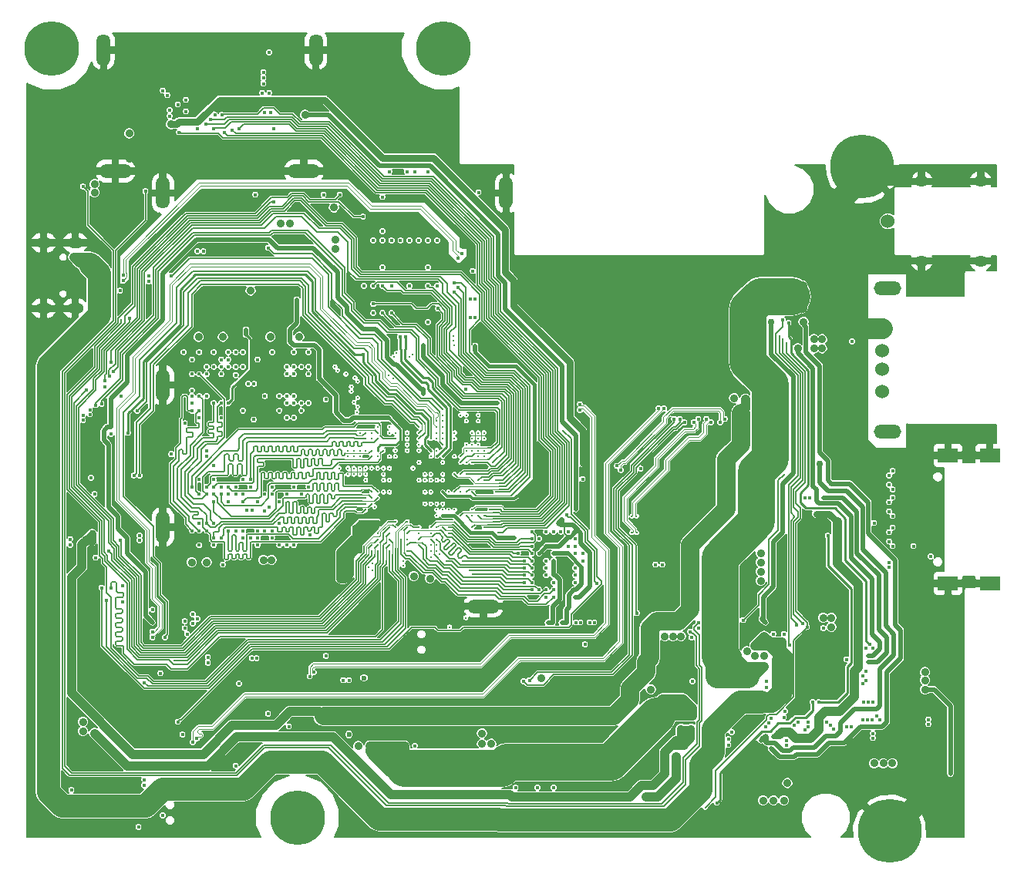
<source format=gbr>
G04 #@! TF.FileFunction,Copper,L4,Inr,Signal*
%FSLAX46Y46*%
G04 Gerber Fmt 4.6, Leading zero omitted, Abs format (unit mm)*
G04 Created by KiCad (PCBNEW no-vcs-found-undefined) date Tue Nov  8 15:56:20 2016*
%MOMM*%
%LPD*%
G01*
G04 APERTURE LIST*
%ADD10C,0.100000*%
%ADD11O,1.524000X1.200000*%
%ADD12C,1.524000*%
%ADD13O,3.000000X1.524000*%
%ADD14R,2.200000X1.600000*%
%ADD15R,0.400000X0.400000*%
%ADD16R,1.422400X1.422400*%
%ADD17O,1.800000X1.200000*%
%ADD18C,6.000000*%
%ADD19C,7.000000*%
%ADD20O,3.500000X1.500000*%
%ADD21O,1.500000X3.500000*%
%ADD22C,0.450000*%
%ADD23C,0.900000*%
%ADD24C,0.327000*%
%ADD25C,0.750000*%
%ADD26C,0.406400*%
%ADD27C,0.600000*%
%ADD28C,0.254000*%
%ADD29C,0.508000*%
%ADD30C,0.106680*%
%ADD31C,0.203200*%
%ADD32C,0.762000*%
%ADD33C,2.286000*%
%ADD34C,0.304800*%
%ADD35C,0.406400*%
%ADD36C,0.127000*%
%ADD37C,1.016000*%
%ADD38C,0.711200*%
%ADD39C,2.032000*%
%ADD40C,4.064000*%
%ADD41C,0.096520*%
%ADD42C,2.540000*%
%ADD43C,0.106600*%
%ADD44C,0.119380*%
%ADD45C,0.152400*%
G04 APERTURE END LIST*
D10*
D11*
X205010000Y-27629000D03*
X198510000Y-27629000D03*
X198510000Y-36379000D03*
X205010000Y-36379000D03*
D12*
X194810000Y-32004000D03*
D13*
X194810000Y-39394000D03*
X194810000Y-55094000D03*
D12*
X194210000Y-43744000D03*
X194210000Y-46244000D03*
X194210000Y-48244000D03*
X194210000Y-50744000D03*
D14*
X206000000Y-57726000D03*
X201400000Y-57726000D03*
X201400000Y-71776000D03*
X206000000Y-71776000D03*
D15*
X184871000Y-80861000D03*
X185571000Y-80861000D03*
X186271000Y-80861000D03*
X186271000Y-80161000D03*
X186271000Y-79461000D03*
X187871000Y-79461000D03*
X187871000Y-80161000D03*
X187871000Y-80861000D03*
X188571000Y-80861000D03*
X189271000Y-80861000D03*
X189271000Y-82461000D03*
X188571000Y-82461000D03*
X187871000Y-82461000D03*
X187871000Y-83161000D03*
X187871000Y-83861000D03*
X186271000Y-83861000D03*
X186271000Y-83161000D03*
X186271000Y-82461000D03*
X185571000Y-82461000D03*
X184871000Y-82461000D03*
D16*
X187071000Y-81661000D03*
D17*
X102112000Y-41573000D03*
X105582000Y-41573000D03*
X105582000Y-34373000D03*
X102112000Y-34373000D03*
D18*
X130000000Y-97500000D03*
X146000000Y-13000000D03*
D19*
X192000000Y-26000000D03*
X195000000Y-99000000D03*
D18*
X103000000Y-13000000D03*
D20*
X150400000Y-74300000D03*
D21*
X115200000Y-65600000D03*
X115200000Y-28900000D03*
X152900000Y-28900000D03*
D20*
X110000000Y-26500000D03*
X130700000Y-26500000D03*
D21*
X132000000Y-13200000D03*
X108700000Y-13200000D03*
X115200000Y-50000000D03*
D22*
X194945000Y-69977000D03*
X194945000Y-69469000D03*
D23*
X106426000Y-88011000D03*
X106426000Y-86995000D03*
X187579000Y-44958000D03*
X187579000Y-45974000D03*
X186690000Y-44958000D03*
X186690000Y-45974000D03*
X150241000Y-88265000D03*
X150241000Y-89408000D03*
X151257000Y-89408000D03*
X136652000Y-89662000D03*
X107696000Y-27940000D03*
X107696000Y-28829000D03*
D22*
X123190000Y-91821000D03*
X193294000Y-65151000D03*
D23*
X105918000Y-91186000D03*
D22*
X108458000Y-61595000D03*
X106426000Y-55626000D03*
X106426000Y-54991000D03*
X107442000Y-59055000D03*
X107442000Y-65024000D03*
X107442000Y-65532000D03*
X107188000Y-68453000D03*
X107188000Y-67945000D03*
X107315000Y-71501000D03*
X107823000Y-71501000D03*
X107188000Y-74930000D03*
X107188000Y-74422000D03*
X107188000Y-73914000D03*
X107188000Y-73406000D03*
X107188000Y-77470000D03*
X107188000Y-76962000D03*
X107188000Y-76454000D03*
D23*
X144526000Y-89408000D03*
X145669000Y-89408000D03*
X146812000Y-89408000D03*
X147955000Y-89408000D03*
X106299000Y-26035000D03*
X106172000Y-29972000D03*
X149098000Y-82169000D03*
X139319000Y-31750000D03*
X141351000Y-31750000D03*
X143256000Y-31750000D03*
X145415000Y-24003000D03*
X142875000Y-24003000D03*
X140208000Y-24003000D03*
X115062000Y-18923000D03*
X114681000Y-21971000D03*
X119761000Y-16510000D03*
X119761000Y-18288000D03*
X127000000Y-41783000D03*
X108585000Y-85090000D03*
X116078000Y-88519000D03*
X116078000Y-89408000D03*
D22*
X120904000Y-78867000D03*
D23*
X106553000Y-83566000D03*
X103886000Y-98425000D03*
X121920000Y-98425000D03*
X124460000Y-98425000D03*
X123190000Y-96520000D03*
X120015000Y-96520000D03*
D22*
X130683000Y-81026000D03*
D23*
X128016000Y-72263000D03*
X128905000Y-72263000D03*
D22*
X171196000Y-81915000D03*
X171196000Y-82931000D03*
D23*
X136779000Y-99060000D03*
X135636000Y-99060000D03*
D22*
X155321000Y-81534000D03*
X154813000Y-81534000D03*
X154305000Y-81534000D03*
D23*
X148082000Y-82169000D03*
X140462000Y-82169000D03*
D22*
X145034000Y-79248000D03*
X145542000Y-79248000D03*
X146050000Y-79248000D03*
X155575000Y-63119000D03*
X161163000Y-63627000D03*
X161544000Y-61087000D03*
D23*
X161163000Y-50927000D03*
X163449000Y-51308000D03*
X154305000Y-36830000D03*
X156845000Y-36830000D03*
X159385000Y-36830000D03*
X161925000Y-36830000D03*
X164465000Y-36830000D03*
X167005000Y-36830000D03*
X169545000Y-36830000D03*
X172085000Y-36830000D03*
X174625000Y-36830000D03*
X177165000Y-36830000D03*
X179705000Y-36830000D03*
X182245000Y-36830000D03*
X182245000Y-34290000D03*
X182245000Y-31750000D03*
X183515000Y-33020000D03*
X184785000Y-31750000D03*
X160401000Y-42037000D03*
X158369000Y-43688000D03*
X157226000Y-43180000D03*
X169545000Y-43688000D03*
X166751000Y-43688000D03*
X163957000Y-43688000D03*
X161798000Y-43688000D03*
X162941000Y-42037000D03*
X165354000Y-42037000D03*
X168148000Y-42037000D03*
X170815000Y-42037000D03*
X173101000Y-42037000D03*
X175387000Y-42037000D03*
X174117000Y-43688000D03*
X176403000Y-43688000D03*
D22*
X140589000Y-45212000D03*
X125730000Y-19431000D03*
D23*
X131445000Y-17526000D03*
X141605000Y-17526000D03*
X139065000Y-17526000D03*
X136525000Y-17526000D03*
X133985000Y-17526000D03*
X135255000Y-14224000D03*
X137795000Y-14224000D03*
X140335000Y-14224000D03*
X139065000Y-12065000D03*
X136525000Y-12065000D03*
X133985000Y-12065000D03*
X137795000Y-19939000D03*
X140335000Y-19939000D03*
X142748000Y-19939000D03*
X145669000Y-19939000D03*
X120904000Y-34925000D03*
X122428000Y-34925000D03*
X124079000Y-34925000D03*
X125603000Y-34925000D03*
X152273000Y-46228000D03*
X158368982Y-41910000D03*
X129921000Y-30474490D03*
X157093490Y-58547000D03*
X107055460Y-47117000D03*
D24*
X141375000Y-57850000D03*
D22*
X148590000Y-48641000D03*
X137300000Y-42100000D03*
D23*
X121666000Y-14859000D03*
X185801000Y-65532000D03*
X186944000Y-65532000D03*
X188087000Y-65532000D03*
X109855000Y-93726000D03*
X108839000Y-93726000D03*
D22*
X117094000Y-77978000D03*
X117094000Y-77470000D03*
D23*
X127127000Y-85090000D03*
D25*
X123825000Y-89662000D03*
X124460000Y-89662000D03*
D22*
X194564000Y-58547000D03*
X164592000Y-76708000D03*
X164592000Y-77216000D03*
D23*
X112014000Y-85090000D03*
X118872000Y-86100490D03*
X153035000Y-46990000D03*
X156083000Y-41910000D03*
X157226000Y-41910000D03*
D24*
X149825000Y-65650000D03*
X149825000Y-63700000D03*
D22*
X167894000Y-74422000D03*
X163195000Y-64770000D03*
X171704000Y-69723000D03*
X164719000Y-72390000D03*
X167640000Y-69723000D03*
X169926000Y-74422000D03*
X154686000Y-76073000D03*
X154178000Y-76073000D03*
X159131000Y-74041000D03*
X155067000Y-63119000D03*
X154559000Y-63119000D03*
X154051000Y-63119000D03*
X154900000Y-68500000D03*
X156500000Y-69300000D03*
X155700000Y-73300000D03*
X156500000Y-67700000D03*
X156500000Y-66100000D03*
X156500000Y-70900000D03*
X156500000Y-71700000D03*
X156500000Y-70100000D03*
X159700000Y-71700000D03*
X158900000Y-70100000D03*
X159700000Y-69300000D03*
X159700000Y-70100000D03*
X158900000Y-69300000D03*
D23*
X171958000Y-43688000D03*
X189992000Y-53721000D03*
X190500000Y-46863000D03*
X189357000Y-46863000D03*
D22*
X150876000Y-99314000D03*
D23*
X154559000Y-88773000D03*
X156591000Y-88773000D03*
X155575000Y-88773000D03*
D22*
X191897000Y-91186000D03*
X192405000Y-91186000D03*
D23*
X168529000Y-51816000D03*
X162306000Y-51308000D03*
D22*
X168021000Y-48768000D03*
D23*
X169164000Y-64389000D03*
X170180000Y-64389000D03*
X171196000Y-64389000D03*
D22*
X180086000Y-73787000D03*
X179070000Y-73787000D03*
X179578000Y-72771000D03*
X181483000Y-91948000D03*
X180721000Y-91948000D03*
X179959000Y-91948000D03*
X179197000Y-91948000D03*
X175895000Y-53721000D03*
X172974000Y-51435000D03*
X175895000Y-51435000D03*
X168656000Y-48768000D03*
X176530000Y-48768000D03*
X175006000Y-48768000D03*
X173609000Y-48768000D03*
X172085000Y-48768000D03*
X172974000Y-53721000D03*
D23*
X162941000Y-94107000D03*
X106807000Y-91186000D03*
X138049000Y-74295000D03*
X121539000Y-29083000D03*
X119634000Y-29083000D03*
X124333000Y-30353000D03*
X122428000Y-30353000D03*
X120523000Y-30353000D03*
X139065000Y-22225000D03*
X144145000Y-22225000D03*
X141605000Y-22225000D03*
X146685000Y-22225000D03*
D24*
X147225000Y-56550000D03*
D22*
X113665000Y-40259000D03*
X112014000Y-67056000D03*
X112014000Y-66548000D03*
D23*
X119507000Y-81788000D03*
X111760000Y-30099000D03*
X110617000Y-30099000D03*
X105410000Y-40005000D03*
X106299000Y-40005000D03*
D22*
X134366000Y-41783000D03*
D23*
X125984000Y-14351000D03*
X117221000Y-14859000D03*
X123063000Y-16510000D03*
X129286000Y-23622000D03*
X121666000Y-23749000D03*
X111506000Y-25146000D03*
D22*
X111887000Y-21082000D03*
X111887000Y-19431000D03*
X111887000Y-17907000D03*
X111887000Y-16510000D03*
X109982000Y-16510000D03*
X109982000Y-15494000D03*
X109982000Y-14478000D03*
X110998000Y-14478000D03*
X112014000Y-14478000D03*
X106172000Y-21082000D03*
X107188000Y-21082000D03*
X108204000Y-21082000D03*
X109220000Y-21082000D03*
X110236000Y-21082000D03*
X106172000Y-19304000D03*
X107188000Y-19304000D03*
X108204000Y-19304000D03*
X109220000Y-19304000D03*
X110236000Y-19304000D03*
X110236000Y-18288000D03*
D23*
X104648000Y-22225000D03*
X104648000Y-19050000D03*
D22*
X141097000Y-26543000D03*
D23*
X129921000Y-34036000D03*
X137160000Y-74295000D03*
D26*
X142675000Y-63700000D03*
X142675000Y-61750000D03*
D24*
X142675000Y-59800000D03*
X143325000Y-57850000D03*
X140725000Y-59150000D03*
X140075000Y-59800000D03*
X140725000Y-59800000D03*
X140725000Y-61100000D03*
D26*
X140075000Y-63700000D03*
X140725000Y-63050000D03*
D24*
X138775000Y-63050000D03*
X138125000Y-63700000D03*
D23*
X119634000Y-40005000D03*
D22*
X129921000Y-39624000D03*
D23*
X125476000Y-41783000D03*
X128778000Y-41783000D03*
X121793000Y-41783000D03*
X119126000Y-41783000D03*
X121793000Y-72263000D03*
X119380000Y-72263000D03*
X116586000Y-72263000D03*
D22*
X118400000Y-46400000D03*
X120000000Y-46400000D03*
X121600000Y-46400000D03*
X124000000Y-47200000D03*
X118400000Y-53600000D03*
X120000000Y-53600000D03*
X121600000Y-52800000D03*
X124000000Y-52000000D03*
D23*
X118110000Y-98298000D03*
D22*
X122428000Y-79121000D03*
X122682000Y-84074000D03*
D23*
X131572000Y-87503000D03*
X139319000Y-82169000D03*
D22*
X144526000Y-79248000D03*
X171196000Y-81026000D03*
X169672000Y-81026000D03*
D23*
X157226000Y-94107000D03*
X161925000Y-94107000D03*
D24*
X139425000Y-63700000D03*
D23*
X130683000Y-74295000D03*
X129794000Y-74295000D03*
X128016000Y-74295000D03*
X128905000Y-74295000D03*
D24*
X143325000Y-63700000D03*
D26*
X140075000Y-64350000D03*
D24*
X141375000Y-64350000D03*
X142675000Y-64350000D03*
D23*
X140208000Y-71755000D03*
X140208000Y-72771000D03*
D24*
X150475000Y-61750000D03*
X149825000Y-61750000D03*
D22*
X141300000Y-33100000D03*
X137300000Y-35100000D03*
X137300000Y-37100000D03*
X139300000Y-35100000D03*
X138300000Y-35100000D03*
X141300000Y-35100000D03*
X140300000Y-35100000D03*
X143300000Y-35100000D03*
X142300000Y-35100000D03*
X145300000Y-37100000D03*
X145300000Y-35100000D03*
X139300000Y-40100000D03*
X138300000Y-40100000D03*
X143300000Y-41100000D03*
X143300000Y-39100000D03*
X145400000Y-42600000D03*
D24*
X150475000Y-67600000D03*
X150475000Y-53950000D03*
X145275000Y-59150000D03*
X145275000Y-59800000D03*
X144625000Y-58500000D03*
X145275000Y-61750000D03*
X145275000Y-61100000D03*
X143325000Y-61750000D03*
X143325000Y-59800000D03*
D26*
X142675000Y-61100000D03*
X142675000Y-60450000D03*
D24*
X145275000Y-62400000D03*
D26*
X142675000Y-62400000D03*
D24*
X143325000Y-63050000D03*
X143325000Y-62400000D03*
D26*
X142675000Y-63050000D03*
X142025000Y-63700000D03*
D24*
X142025000Y-64350000D03*
D26*
X142025000Y-62400000D03*
X142025000Y-63050000D03*
X142025000Y-61100000D03*
D24*
X142025000Y-59150000D03*
D26*
X142025000Y-60450000D03*
X141375000Y-61750000D03*
X142025000Y-61750000D03*
X141375000Y-63050000D03*
X141375000Y-62400000D03*
X140725000Y-63700000D03*
X141375000Y-63700000D03*
X140725000Y-62400000D03*
X141375000Y-61100000D03*
D24*
X140725000Y-61750000D03*
D26*
X141375000Y-59800000D03*
X142025000Y-59800000D03*
D24*
X140725000Y-60450000D03*
D26*
X141375000Y-60450000D03*
X141375000Y-59150000D03*
D24*
X140075000Y-61100000D03*
X140725000Y-64350000D03*
X140075000Y-62400000D03*
X139425000Y-62400000D03*
X138125000Y-60450000D03*
X136825000Y-63700000D03*
D22*
X130400000Y-62800000D03*
D23*
X127000000Y-58900000D03*
D24*
X136825000Y-60450000D03*
D22*
X135525000Y-53300000D03*
D24*
X136825000Y-54600000D03*
X139425000Y-54600000D03*
X139425000Y-55250000D03*
D22*
X125600000Y-46400000D03*
X126400000Y-61200000D03*
D23*
X127900000Y-58900000D03*
X128800000Y-58900000D03*
D22*
X126400000Y-52000000D03*
X126800000Y-53800000D03*
X126000000Y-53800000D03*
X128800000Y-52800000D03*
X128000000Y-52000000D03*
X130400000Y-53600000D03*
X131200000Y-67600000D03*
X119200000Y-61200000D03*
X120000000Y-60400000D03*
X121600000Y-60400000D03*
X124000000Y-61200000D03*
X118400000Y-67600000D03*
X120000000Y-67600000D03*
X121600000Y-67600000D03*
X124800000Y-66000000D03*
X128000000Y-61200000D03*
X128000000Y-62000000D03*
X128800000Y-61200000D03*
X126400000Y-66800000D03*
X128000000Y-66800000D03*
D26*
X128800000Y-66800000D03*
D22*
X126400000Y-67600000D03*
X127200000Y-67600000D03*
X130400000Y-67600000D03*
X130400000Y-61200000D03*
D24*
X139425000Y-63050000D03*
D26*
X140075000Y-63050000D03*
D24*
X142025000Y-57850000D03*
X139425000Y-57850000D03*
X137475000Y-57850000D03*
X137475000Y-61750000D03*
X138125000Y-59800000D03*
D22*
X130400000Y-48800000D03*
X128000000Y-48000000D03*
X130400000Y-46400000D03*
X131200000Y-53600000D03*
X128800000Y-46400000D03*
X128000000Y-46400000D03*
X197993000Y-91567000D03*
X198374000Y-91186000D03*
X179959000Y-76581000D03*
X179451000Y-76581000D03*
X178943000Y-76581000D03*
X179578000Y-73787000D03*
X179578000Y-73279000D03*
X178943000Y-88519000D03*
X178308000Y-88519000D03*
D23*
X186690000Y-71247000D03*
X188500000Y-71200000D03*
X187600000Y-71200000D03*
D22*
X199263000Y-85471000D03*
X199263000Y-84963000D03*
X199263000Y-84455000D03*
X199136000Y-88011000D03*
X199136000Y-88519000D03*
X199136000Y-89027000D03*
X197612000Y-60452000D03*
X197612000Y-63373000D03*
X195326000Y-63373000D03*
X195326000Y-60452000D03*
X195326000Y-66675000D03*
X199009000Y-61341000D03*
X199009000Y-62611000D03*
X199009000Y-65151000D03*
X199009000Y-63881000D03*
X202819000Y-76327000D03*
X202819000Y-79629000D03*
X202819000Y-84201000D03*
X202819000Y-91313000D03*
X202819000Y-93472000D03*
X202819000Y-74041000D03*
X197612000Y-66675000D03*
X199009000Y-67500000D03*
X181479065Y-83181065D03*
D23*
X170942000Y-86360000D03*
X170942000Y-85471000D03*
X141732000Y-89662000D03*
X140462000Y-89662000D03*
X139192000Y-89662000D03*
X137922000Y-89662000D03*
X173355000Y-86360000D03*
X173355000Y-85471000D03*
D22*
X142875000Y-89662000D03*
X190246000Y-80137000D03*
X117500000Y-46400000D03*
D23*
X119126000Y-44704000D03*
X121793000Y-44704000D03*
X130175000Y-44704000D03*
X127000000Y-44704000D03*
X124841000Y-39624000D03*
X120015000Y-69469000D03*
X118364000Y-69469000D03*
X126238000Y-69215000D03*
D22*
X120800000Y-46400000D03*
X119200000Y-46400000D03*
X125600000Y-47200000D03*
X123200000Y-48000000D03*
X119200000Y-53600000D03*
X121600000Y-53600000D03*
X124000000Y-52800000D03*
D24*
X140075000Y-59150000D03*
X139425000Y-59800000D03*
X139425000Y-59150000D03*
X140075000Y-60450000D03*
X139425000Y-60450000D03*
X140075000Y-61750000D03*
X139425000Y-61750000D03*
D23*
X127127000Y-69215000D03*
D24*
X140725000Y-57200000D03*
X140725000Y-57850000D03*
D22*
X126400000Y-51200000D03*
X130400000Y-52800000D03*
X128000000Y-52800000D03*
X128800000Y-53600000D03*
X129600000Y-53600000D03*
X119200000Y-60400000D03*
X120800000Y-60400000D03*
X123200000Y-62000000D03*
X119200000Y-67600000D03*
X120800000Y-67600000D03*
X124000000Y-66000000D03*
X124800000Y-61200000D03*
X125600000Y-67600000D03*
X127200000Y-61200000D03*
X128800000Y-62000000D03*
X129600000Y-61200000D03*
X126400000Y-66000000D03*
X128000000Y-67600000D03*
X128800000Y-67600000D03*
X129600000Y-67600000D03*
X130400000Y-62000000D03*
X131400000Y-66500000D03*
X131200000Y-61200000D03*
D24*
X140075000Y-57850000D03*
X138775000Y-59150000D03*
D22*
X128800000Y-48000000D03*
X129600000Y-46400000D03*
X130400000Y-48000000D03*
X131200000Y-46400000D03*
X127200000Y-46400000D03*
X125200000Y-53800000D03*
X176022000Y-95885000D03*
X186563000Y-84836000D03*
D23*
X183388000Y-95631000D03*
X183769000Y-93726000D03*
X181102000Y-95631000D03*
X182245000Y-95631000D03*
D22*
X124333000Y-43942000D03*
X124333000Y-44450000D03*
X116100000Y-57600000D03*
X121793000Y-69723000D03*
X122400000Y-52000000D03*
X129921000Y-40640000D03*
D24*
X138775000Y-57200000D03*
D22*
X161290000Y-60325000D03*
X110490000Y-39624000D03*
X114046000Y-74676000D03*
X112522000Y-98552000D03*
X113157000Y-93980000D03*
X117348000Y-88392000D03*
X167640000Y-59182000D03*
D23*
X177927000Y-51435000D03*
D22*
X153924000Y-94234000D03*
D24*
X145275000Y-64350000D03*
X145275000Y-63700000D03*
X145925000Y-63700000D03*
X145925000Y-63050000D03*
X145275000Y-60450000D03*
D22*
X106426000Y-53340000D03*
X106426000Y-53848000D03*
X110617000Y-51181000D03*
X112649000Y-66548000D03*
X112649000Y-67056000D03*
D23*
X129159000Y-32258000D03*
X128143000Y-32258000D03*
D24*
X146575000Y-61750000D03*
D22*
X201676000Y-92710000D03*
D23*
X111506000Y-22352000D03*
X198882000Y-82423000D03*
X198882000Y-81534000D03*
X198882000Y-83439000D03*
D22*
X138300000Y-42100000D03*
D23*
X134112000Y-34036000D03*
X134112000Y-35052000D03*
D22*
X144300000Y-43100000D03*
X144300000Y-34100000D03*
X142300000Y-34100000D03*
X143300000Y-34100000D03*
X140300000Y-34100000D03*
X141300000Y-34100000D03*
X138300000Y-34100000D03*
X139300000Y-34100000D03*
X139300000Y-37100000D03*
X144300000Y-37100000D03*
X145300000Y-34100000D03*
X137300000Y-39100000D03*
X140300000Y-39100000D03*
X142300000Y-39100000D03*
X145300000Y-39100000D03*
D23*
X133985000Y-30485510D03*
D22*
X139300000Y-33100000D03*
X118999000Y-35306000D03*
D24*
X145925000Y-53950000D03*
D22*
X119634000Y-35306000D03*
D24*
X145925000Y-53300000D03*
D22*
X114046000Y-76073000D03*
X109474000Y-54610000D03*
X143764000Y-50419000D03*
X143764000Y-50927000D03*
X115443000Y-77724000D03*
D24*
X144625000Y-55900000D03*
D22*
X149479000Y-46228000D03*
D23*
X184912000Y-45974000D03*
D22*
X111379000Y-55245000D03*
X193167000Y-79756000D03*
X137160000Y-46609000D03*
X149479000Y-45720000D03*
D24*
X145925000Y-61750000D03*
X144625000Y-57200000D03*
D22*
X192659000Y-79756000D03*
D25*
X187325000Y-58674000D03*
D22*
X151892000Y-51943000D03*
X143764000Y-45593000D03*
X151384000Y-51943000D03*
D24*
X143325000Y-56550000D03*
D22*
X181356000Y-88519000D03*
X180848000Y-89027000D03*
X114046000Y-77089000D03*
D24*
X145275000Y-53950000D03*
X142621000Y-46609000D03*
X142240000Y-46863000D03*
X143325000Y-57200000D03*
X142025000Y-57200000D03*
D22*
X114046000Y-77724000D03*
D24*
X145275000Y-54600000D03*
X140589000Y-46863000D03*
X142025000Y-56550000D03*
X140843000Y-46482000D03*
X142025000Y-55900000D03*
D23*
X106299000Y-35941000D03*
X105410000Y-35941000D03*
X181229000Y-77597000D03*
X181229000Y-78613000D03*
X180213000Y-78613000D03*
D24*
X138125000Y-67600000D03*
D22*
X111506000Y-42672000D03*
X126746000Y-86106000D03*
X123571000Y-82804000D03*
X124968000Y-80010000D03*
X125476000Y-80010000D03*
D27*
X135636000Y-88392000D03*
X137287000Y-82169000D03*
D22*
X185674000Y-62357000D03*
D24*
X145925000Y-60450000D03*
D22*
X186182000Y-62357000D03*
X199263000Y-86741000D03*
X199263000Y-87249000D03*
D23*
X107696000Y-88265000D03*
X173222490Y-87757000D03*
X173222490Y-88773000D03*
D22*
X183896000Y-43180000D03*
D23*
X172085000Y-87757000D03*
X172085000Y-77597000D03*
X171196000Y-77597000D03*
X170307000Y-77597000D03*
D22*
X181991000Y-86614000D03*
X192405000Y-82423000D03*
X192024000Y-82804000D03*
D23*
X180213000Y-79756000D03*
X181229000Y-79756000D03*
X179324000Y-79248000D03*
D22*
X181737000Y-87122000D03*
X181356000Y-87503000D03*
X177673000Y-88138000D03*
X185674000Y-87884000D03*
X186055000Y-86995000D03*
X186055000Y-87503000D03*
X183642000Y-89535000D03*
X183642000Y-89027000D03*
X188849000Y-87757000D03*
X188468000Y-87376000D03*
X188087000Y-86995000D03*
X193167000Y-88265000D03*
X193167000Y-88773000D03*
D23*
X187706000Y-75565000D03*
X188595000Y-76581000D03*
X188595000Y-75565000D03*
D22*
X192151000Y-84836000D03*
X192659000Y-84836000D03*
X193167000Y-84836000D03*
X193040000Y-86741000D03*
X192532000Y-86741000D03*
X184531000Y-87376000D03*
X192024000Y-86741000D03*
X192405000Y-78867000D03*
X193167000Y-78867000D03*
X192786000Y-78486000D03*
X184912000Y-86995000D03*
X161290000Y-58547000D03*
X161290000Y-58039000D03*
D23*
X116078000Y-21336000D03*
D22*
X107188000Y-52705000D03*
X107188000Y-53213000D03*
X187452000Y-64135000D03*
X186944000Y-64135000D03*
D24*
X145925000Y-59800000D03*
D22*
X182626000Y-88265000D03*
X182245000Y-88646000D03*
X114935000Y-81661000D03*
D24*
X145275000Y-55250000D03*
D23*
X130810000Y-20320000D03*
D22*
X160528000Y-58039000D03*
X160528000Y-63627000D03*
X160528000Y-57531000D03*
D24*
X146575000Y-63700000D03*
D22*
X188214000Y-62357000D03*
X193167000Y-80391000D03*
X187706000Y-62357000D03*
D24*
X145925000Y-58500000D03*
D22*
X192659000Y-80391000D03*
D23*
X185547000Y-43053000D03*
D22*
X181991000Y-89916000D03*
X141224000Y-44704000D03*
X149479000Y-40513000D03*
X148971000Y-40513000D03*
D24*
X145275000Y-57850000D03*
D23*
X135636000Y-69723000D03*
X134747000Y-71247000D03*
X135636000Y-70739000D03*
D26*
X136175000Y-66950000D03*
X136175000Y-67600000D03*
X136175000Y-68250000D03*
X136825000Y-68250000D03*
X136175000Y-65650000D03*
X136175000Y-66300000D03*
X136825000Y-67600000D03*
X136825000Y-66950000D03*
X136825000Y-65650000D03*
X136825000Y-66300000D03*
D24*
X137475000Y-66950000D03*
D26*
X137475000Y-66300000D03*
D24*
X138125000Y-66300000D03*
D26*
X137475000Y-65650000D03*
X138125000Y-65650000D03*
D24*
X138775000Y-65650000D03*
D26*
X137475000Y-65000000D03*
X136825000Y-65000000D03*
D24*
X138775000Y-65000000D03*
D26*
X138125000Y-65000000D03*
D23*
X180848000Y-68453000D03*
X180848000Y-69469000D03*
X180848000Y-71501000D03*
X180848000Y-70485000D03*
D22*
X173355000Y-82550000D03*
X181483000Y-82550000D03*
D25*
X181991000Y-43053000D03*
D22*
X141859000Y-44704000D03*
X148971000Y-42545000D03*
X149479000Y-42545000D03*
D24*
X145925000Y-57850000D03*
D22*
X181356000Y-76073000D03*
X180975000Y-75692000D03*
D23*
X195317591Y-91558591D03*
X193294000Y-91561490D03*
X194310000Y-91561490D03*
X144526000Y-71247000D03*
X142748000Y-70993000D03*
D24*
X144625000Y-63050000D03*
X144625000Y-60450000D03*
X144625000Y-61750000D03*
X143975000Y-59800000D03*
X144625000Y-59800000D03*
X142675000Y-59150000D03*
X143325000Y-58500000D03*
X143975000Y-60450000D03*
X143325000Y-60450000D03*
X143975000Y-61750000D03*
X143975000Y-63050000D03*
X145275000Y-63050000D03*
D22*
X187198000Y-84836000D03*
X188214000Y-66548000D03*
D24*
X174752000Y-96393000D03*
D22*
X115189000Y-97282000D03*
D24*
X183642000Y-45339000D03*
X145925000Y-55900000D03*
X147193000Y-45593000D03*
D22*
X185928000Y-76581000D03*
X177292000Y-89535000D03*
X183388000Y-86487000D03*
X148463000Y-50419000D03*
D24*
X145275000Y-57200000D03*
D22*
X156337000Y-94234000D03*
D24*
X145275000Y-55900000D03*
D22*
X140081000Y-26543000D03*
X108966000Y-73660000D03*
D24*
X140075000Y-66950000D03*
D22*
X107823000Y-68961000D03*
X110744000Y-72009000D03*
D24*
X137795000Y-69977000D03*
D22*
X110744000Y-73787000D03*
D24*
X138176000Y-70358000D03*
D22*
X108458000Y-72263000D03*
D24*
X143325000Y-65650000D03*
D22*
X110490000Y-67056000D03*
D24*
X140725000Y-65650000D03*
D22*
X109220000Y-68199000D03*
D24*
X138775000Y-67600000D03*
D22*
X107696000Y-61976000D03*
D24*
X139954000Y-48895000D03*
D22*
X107315000Y-60198000D03*
D24*
X140462000Y-49276000D03*
D22*
X112395000Y-52832000D03*
D24*
X143325000Y-55900000D03*
D22*
X113157000Y-93345000D03*
D24*
X116459000Y-80264000D03*
X140075000Y-65650000D03*
X149175000Y-56550000D03*
D22*
X195326000Y-65659000D03*
D24*
X150475000Y-55250000D03*
D22*
X195326000Y-59436000D03*
D24*
X149825000Y-55900000D03*
D22*
X194945000Y-59944000D03*
X194945000Y-60960000D03*
D24*
X150475000Y-55900000D03*
D22*
X195326000Y-61468000D03*
D24*
X149825000Y-56550000D03*
X149825000Y-57200000D03*
D22*
X195326000Y-62357000D03*
X194945000Y-62865000D03*
D24*
X150475000Y-57200000D03*
D22*
X194945000Y-63881000D03*
D24*
X149825000Y-57850000D03*
X150475000Y-57850000D03*
D22*
X195326000Y-64389000D03*
D24*
X149175000Y-57200000D03*
D22*
X194945000Y-66167000D03*
D24*
X148525000Y-56550000D03*
D22*
X194945000Y-67183000D03*
X199517000Y-68834000D03*
X112014000Y-59944000D03*
D24*
X143325000Y-55250000D03*
D22*
X112649000Y-59944000D03*
D24*
X143325000Y-54600000D03*
D22*
X132842000Y-29083000D03*
X125349000Y-29083000D03*
X149860000Y-28829000D03*
X142875000Y-26543000D03*
X108839000Y-50165000D03*
D24*
X138176000Y-69596000D03*
D22*
X106807000Y-50546000D03*
D24*
X138125000Y-68250000D03*
D22*
X118400000Y-47200000D03*
X118400000Y-61200000D03*
D24*
X140725000Y-55900000D03*
D22*
X124563933Y-49860332D03*
X124425500Y-63754000D03*
X125212053Y-49860332D03*
X125002500Y-63754000D03*
X109474000Y-55372000D03*
D24*
X142025000Y-55250000D03*
D22*
X109474000Y-72263000D03*
D24*
X140075000Y-67600000D03*
D22*
X113665000Y-38608000D03*
X192024000Y-81915000D03*
X147611428Y-36030572D03*
D24*
X149825000Y-53300000D03*
D22*
X110830790Y-38533280D03*
D24*
X110617000Y-42799000D03*
X140075000Y-66300000D03*
D22*
X113284000Y-28702000D03*
X173101000Y-77089000D03*
X183388000Y-77343000D03*
X195326000Y-67691000D03*
D24*
X149175000Y-55900000D03*
D22*
X197612000Y-67691000D03*
X121666000Y-20320000D03*
D24*
X152019000Y-66167000D03*
D22*
X126746000Y-34925000D03*
X127381000Y-21844000D03*
D24*
X145925000Y-52650000D03*
X159131000Y-54991000D03*
X149825000Y-55250000D03*
D22*
X116840000Y-86995000D03*
X158115000Y-94234000D03*
X149225000Y-37465000D03*
X113665000Y-37973000D03*
X192405000Y-81407000D03*
X148044572Y-35597428D03*
D24*
X149825000Y-53950000D03*
D22*
X110830790Y-37920720D03*
X183261000Y-42799000D03*
X141986000Y-26543000D03*
X183997600Y-78587600D03*
X178943000Y-75819000D03*
D24*
X183388000Y-59817000D03*
X147225000Y-57850000D03*
D22*
X173990000Y-76708000D03*
D24*
X183261000Y-44958000D03*
X184531000Y-63500000D03*
X145925000Y-55250000D03*
X147066000Y-45085000D03*
D22*
X185420000Y-76200000D03*
D24*
X182880000Y-44577000D03*
X184531000Y-64389000D03*
X145925000Y-54600000D03*
X147066000Y-44577000D03*
D22*
X184785000Y-76327000D03*
D24*
X144625000Y-57850000D03*
X146685000Y-76581000D03*
X142025000Y-66950000D03*
X148463000Y-75565000D03*
X143325000Y-66300000D03*
D22*
X119888000Y-21336000D03*
X126111000Y-17907000D03*
D24*
X149175000Y-65650000D03*
D22*
X122809000Y-21971000D03*
D24*
X150475000Y-64350000D03*
D22*
X126365000Y-20066000D03*
X120396000Y-20828004D03*
X126238000Y-16891000D03*
D24*
X150475000Y-65650000D03*
D22*
X127000000Y-20066000D03*
X121920000Y-22225000D03*
D24*
X147875000Y-64350000D03*
D22*
X126238000Y-15621000D03*
D24*
X148525000Y-53300000D03*
D22*
X115697000Y-18161000D03*
X118999000Y-75692000D03*
X126873000Y-13462000D03*
X120904000Y-20320000D03*
X126238000Y-16256000D03*
D24*
X147875000Y-53300000D03*
D22*
X126873000Y-17907000D03*
X120777000Y-21844000D03*
D24*
X148525000Y-64350000D03*
D22*
X116967000Y-22225000D03*
D24*
X151125000Y-63700000D03*
D22*
X131754307Y-81564242D03*
X160995839Y-52121440D03*
X160995839Y-52734000D03*
X131321163Y-81997386D03*
X123571000Y-21844000D03*
D24*
X149825000Y-64350000D03*
D22*
X115951000Y-19812000D03*
D24*
X148525000Y-53950000D03*
D22*
X116840000Y-19177000D03*
X117602000Y-76708000D03*
X117729000Y-18669000D03*
X117602000Y-75946000D03*
X118999000Y-21844000D03*
D24*
X147225000Y-55900000D03*
D22*
X115951000Y-20447000D03*
D24*
X147225000Y-55250000D03*
D22*
X126400000Y-62000000D03*
D24*
X135525000Y-57200000D03*
D22*
X125600000Y-62800000D03*
D24*
X135525000Y-57850000D03*
X135525000Y-59150000D03*
D22*
X125600000Y-66000000D03*
X125600000Y-66800000D03*
D24*
X135525000Y-59800000D03*
D22*
X133100000Y-51600000D03*
X128000000Y-51200000D03*
X128000000Y-62800000D03*
D24*
X136175000Y-57850000D03*
D22*
X128000000Y-65200000D03*
D24*
X134550000Y-59150000D03*
D22*
X126397040Y-63848960D03*
D24*
X136175000Y-59150000D03*
D22*
X127200000Y-66800000D03*
D24*
X136175000Y-59800000D03*
D22*
X118400000Y-52800000D03*
D24*
X136825000Y-55250000D03*
D22*
X118400000Y-66000000D03*
X119200000Y-52800000D03*
X119200000Y-66000000D03*
D24*
X137475000Y-57200000D03*
D22*
X127200000Y-62000000D03*
D24*
X136825000Y-57850000D03*
D22*
X120000000Y-57800000D03*
X124000000Y-66800000D03*
D24*
X137475000Y-59150000D03*
X136825000Y-59150000D03*
D22*
X126840960Y-63405040D03*
X127200000Y-66000000D03*
D24*
X136825000Y-59800000D03*
D22*
X117600000Y-54200000D03*
D24*
X137475000Y-63050000D03*
D22*
X121600000Y-66800000D03*
D24*
X136600000Y-52400000D03*
D22*
X129600000Y-52000000D03*
D24*
X136500000Y-52975000D03*
D22*
X128800000Y-52000000D03*
X119200000Y-48800000D03*
D24*
X137475000Y-55250000D03*
D22*
X120000000Y-62000000D03*
X120000000Y-48000000D03*
D24*
X137475000Y-55900000D03*
D22*
X120000000Y-61200000D03*
X120800000Y-48000000D03*
D24*
X138125000Y-57200000D03*
D22*
X120800000Y-61200000D03*
X118400000Y-51200000D03*
X119200000Y-65200000D03*
D24*
X137475000Y-59800000D03*
D22*
X120000000Y-57200000D03*
X123200000Y-66000000D03*
D24*
X137475000Y-60450000D03*
D22*
X120800000Y-52000000D03*
X120000000Y-65200000D03*
D24*
X137475000Y-62400000D03*
D22*
X120000000Y-51200000D03*
X122400000Y-66000000D03*
D24*
X138125000Y-63050000D03*
D22*
X119200000Y-51200000D03*
X120000000Y-66000000D03*
D24*
X137475000Y-63700000D03*
X136600000Y-51400000D03*
D22*
X131200000Y-52000000D03*
X129600000Y-51200000D03*
D24*
X135900000Y-50700000D03*
X136200000Y-51900000D03*
D22*
X130400000Y-52000000D03*
X123200000Y-46400000D03*
D24*
X138125000Y-55250000D03*
D22*
X124000000Y-60400000D03*
X122400000Y-47200000D03*
X123200000Y-61200000D03*
D24*
X138125000Y-55900000D03*
D22*
X122400000Y-46400000D03*
X122400000Y-61200000D03*
D24*
X138125000Y-57850000D03*
D22*
X121600000Y-52000000D03*
D24*
X138125000Y-59150000D03*
D22*
X120800000Y-65200000D03*
X120000000Y-48800000D03*
D24*
X138125000Y-61750000D03*
D22*
X120800000Y-62000000D03*
X118400000Y-50600000D03*
X120800000Y-62800000D03*
D24*
X138125000Y-62400000D03*
X135900000Y-50200000D03*
D22*
X128800000Y-51200000D03*
X121600000Y-48800000D03*
D24*
X138775000Y-54600000D03*
D22*
X122400000Y-62800000D03*
X120800000Y-58800000D03*
D24*
X138775000Y-57850000D03*
D22*
X124800000Y-66800000D03*
X121600000Y-47200000D03*
X121600000Y-62000000D03*
D24*
X138775000Y-61750000D03*
D22*
X118400000Y-52000000D03*
D24*
X138775000Y-62400000D03*
D22*
X120800000Y-66800000D03*
D24*
X138450000Y-63375000D03*
D22*
X187706000Y-76708000D03*
X129600000Y-48800000D03*
D24*
X136300000Y-49200000D03*
D22*
X128800000Y-48800000D03*
D24*
X136600000Y-49600000D03*
D22*
X124000000Y-46400000D03*
D24*
X138775000Y-55900000D03*
D22*
X124800000Y-60400000D03*
X123200000Y-48900000D03*
D24*
X139425000Y-57200000D03*
D22*
X124000000Y-62800000D03*
D24*
X134400000Y-48400000D03*
D22*
X129600000Y-48000000D03*
D24*
X135300000Y-48800000D03*
D22*
X131200000Y-48800000D03*
X122400000Y-48000000D03*
D24*
X140075000Y-54600000D03*
D22*
X122400000Y-62000000D03*
X121600000Y-48000000D03*
D24*
X140075000Y-55250000D03*
D22*
X121600000Y-61200000D03*
X118400000Y-48800000D03*
X119200000Y-62000000D03*
D24*
X138775000Y-55250000D03*
D22*
X131200000Y-48000000D03*
D24*
X134100000Y-48000000D03*
D22*
X124000000Y-48000000D03*
D24*
X140725000Y-55250000D03*
D22*
X124000000Y-62000000D03*
X158100000Y-73300000D03*
D24*
X141375000Y-66950000D03*
D22*
X158100000Y-72500000D03*
D24*
X142025000Y-65650000D03*
D22*
X117856000Y-77343000D03*
X116078000Y-37973000D03*
D24*
X145925000Y-56550000D03*
D22*
X115189000Y-17653000D03*
X118491000Y-75184000D03*
X117729000Y-19938988D03*
X118491000Y-76200000D03*
X106426000Y-28194000D03*
X173990000Y-76073000D03*
D25*
X107442000Y-66294000D03*
X107442000Y-67183000D03*
D23*
X179197000Y-51562000D03*
X179197000Y-52578000D03*
D22*
X107823000Y-52197000D03*
D24*
X147875000Y-58500000D03*
D22*
X108458000Y-52070000D03*
D24*
X147875000Y-57850000D03*
D22*
X108839000Y-49530000D03*
D24*
X149175000Y-63700000D03*
D22*
X109347000Y-49022000D03*
D24*
X147225000Y-59800000D03*
D22*
X109728000Y-48514000D03*
D24*
X151775000Y-60450000D03*
D22*
X109474000Y-47498000D03*
D24*
X149175000Y-61750000D03*
X136175000Y-57200000D03*
X136825000Y-57200000D03*
D22*
X162560000Y-76073000D03*
X162052000Y-76073000D03*
X160500000Y-70900000D03*
X160500000Y-71700000D03*
X160500000Y-68500000D03*
X160500000Y-70100000D03*
X160500000Y-67700000D03*
X159700000Y-67700000D03*
X158623000Y-65151000D03*
X159004000Y-64770000D03*
X156500000Y-68500000D03*
X158100000Y-67700000D03*
X157300000Y-67700000D03*
X160500000Y-73300000D03*
X162100000Y-71700000D03*
X162100000Y-69300000D03*
X161036000Y-76073000D03*
X160528000Y-76073000D03*
X158100000Y-71700000D03*
X157300000Y-70900000D03*
X157300000Y-69300000D03*
X157300000Y-70100000D03*
D23*
X156718000Y-82169000D03*
D22*
X190754000Y-87503000D03*
X190246000Y-87503000D03*
X157988000Y-76073000D03*
X157480000Y-76073000D03*
X158100000Y-70900000D03*
X158100000Y-69300000D03*
X158100000Y-70100000D03*
X161300000Y-69300000D03*
X169291000Y-69723000D03*
X159512000Y-76073000D03*
X159004000Y-76073000D03*
X159700000Y-68500000D03*
X158100000Y-68500000D03*
X161544000Y-78486000D03*
X153797000Y-66802000D03*
D23*
X168783000Y-83439000D03*
D22*
X193929000Y-86741000D03*
X193548000Y-86360000D03*
D24*
X145925000Y-64350000D03*
X147225000Y-63700000D03*
X147875000Y-61750000D03*
D23*
X185420000Y-39116000D03*
X185420000Y-40259000D03*
X185420000Y-41529000D03*
X184277000Y-41529000D03*
X184277000Y-40259000D03*
X184277000Y-39116000D03*
D22*
X144272000Y-26543000D03*
D23*
X181229000Y-80899000D03*
X179451000Y-80899000D03*
X180340000Y-80899000D03*
D22*
X183515000Y-85852000D03*
X177292000Y-88900000D03*
X165053273Y-58881273D03*
X176911000Y-53721000D03*
X165504690Y-59332690D03*
X176403000Y-54102000D03*
D24*
X166674800Y-64414400D03*
D22*
X174879000Y-53721000D03*
D24*
X167208200Y-64414400D03*
D22*
X175387000Y-54102000D03*
D24*
X166674800Y-66217800D03*
D22*
X173482000Y-54102000D03*
D24*
X167233600Y-66217800D03*
D22*
X173990000Y-53721000D03*
X105156000Y-94488000D03*
X113157000Y-82677000D03*
D24*
X142025000Y-65000000D03*
D22*
X171323000Y-53721000D03*
D24*
X141605000Y-69850000D03*
D22*
X155448000Y-82423000D03*
D24*
X166751000Y-69850000D03*
X141605000Y-69342000D03*
D22*
X154813000Y-82550000D03*
X171958000Y-53721000D03*
X167259000Y-75057000D03*
X172466000Y-54102000D03*
D24*
X138775000Y-66300000D03*
D22*
X133096000Y-79756000D03*
X129032000Y-87503000D03*
D24*
X140725000Y-65000000D03*
D22*
X134620000Y-29083000D03*
D24*
X140075000Y-68250000D03*
D22*
X127381000Y-29845000D03*
D24*
X138775000Y-68250000D03*
D22*
X137160000Y-31496000D03*
X139319000Y-29337000D03*
D24*
X138775000Y-66950000D03*
D22*
X140300000Y-42100000D03*
D24*
X151450000Y-58500000D03*
D22*
X157300000Y-73300000D03*
D24*
X148525000Y-61750000D03*
D22*
X147574000Y-39243000D03*
D24*
X151775000Y-61750000D03*
D22*
X147193000Y-38735000D03*
X138300000Y-39100000D03*
D24*
X149825000Y-60450000D03*
X148525000Y-57200000D03*
D22*
X145400000Y-41600000D03*
D24*
X149175000Y-58500000D03*
D22*
X144300000Y-39100000D03*
D24*
X150475000Y-60450000D03*
X147225000Y-61750000D03*
D22*
X147193000Y-39751000D03*
X139300000Y-42100000D03*
D24*
X148525000Y-58500000D03*
D22*
X139300000Y-39100000D03*
D24*
X148525000Y-59800000D03*
D22*
X138300000Y-41100000D03*
D24*
X147875000Y-59800000D03*
D22*
X162814000Y-71755000D03*
D24*
X144625000Y-66300000D03*
D22*
X159512000Y-64262000D03*
X173228000Y-77724000D03*
X182245000Y-77343000D03*
X154900000Y-70900000D03*
D24*
X148844000Y-70358000D03*
X146304000Y-69342000D03*
D22*
X155700000Y-70900000D03*
X155700000Y-67700000D03*
D24*
X146575000Y-65650000D03*
D22*
X156500000Y-66900000D03*
D24*
X145600000Y-68575000D03*
D22*
X158100000Y-66100000D03*
D24*
X145275000Y-67600000D03*
X146575000Y-66300000D03*
D22*
X154200000Y-68500000D03*
X155700000Y-66100000D03*
D24*
X145275000Y-65650000D03*
D22*
X155700000Y-68500000D03*
D24*
X145925000Y-65650000D03*
X145275000Y-68250000D03*
D22*
X157300000Y-66100000D03*
X154900000Y-70100000D03*
D24*
X145275000Y-66950000D03*
D22*
X159700000Y-66100000D03*
D24*
X144625000Y-68250000D03*
D22*
X158900000Y-66100000D03*
D24*
X144625000Y-67600000D03*
D22*
X154900000Y-71700000D03*
D24*
X144625000Y-66950000D03*
D22*
X160500000Y-66900000D03*
D24*
X144625000Y-68900000D03*
X143325000Y-66950000D03*
D22*
X154900000Y-69300000D03*
X155700000Y-66900000D03*
D24*
X144625000Y-65650000D03*
D22*
X155700000Y-72500000D03*
D24*
X143325000Y-67600000D03*
D22*
X157300000Y-72500000D03*
D24*
X142025000Y-68250000D03*
D22*
X156500000Y-72500000D03*
D24*
X142025000Y-67600000D03*
D22*
X155700000Y-69300000D03*
D24*
X142025000Y-66300000D03*
X148082000Y-69342000D03*
D22*
X155700000Y-70100000D03*
X155700000Y-71700000D03*
D24*
X149225000Y-70739000D03*
D22*
X161300000Y-68500000D03*
X170053000Y-69723000D03*
D23*
X171577000Y-90805000D03*
D22*
X168148000Y-95377000D03*
X168656000Y-95377000D03*
D24*
X149175000Y-55250000D03*
D22*
X190881000Y-45212000D03*
D24*
X149175000Y-64350000D03*
D22*
X118942290Y-88787148D03*
X170234053Y-52557887D03*
X118509146Y-89220292D03*
X169621493Y-52557887D03*
X105029000Y-67564000D03*
X120142000Y-80518000D03*
X105029000Y-66929000D03*
X120142000Y-79883000D03*
X135001000Y-82423000D03*
X135636000Y-82423000D03*
D28*
X107442000Y-59055000D02*
X108458000Y-60071000D01*
X108458000Y-60071000D02*
X108458000Y-61595000D01*
D29*
X103886000Y-99314000D02*
X103886000Y-98425000D01*
D30*
X145600000Y-63375000D02*
X145600000Y-62725000D01*
X144950000Y-63375000D02*
X144300000Y-63375000D01*
X144950000Y-60125000D02*
X144950000Y-63375000D01*
X144950000Y-63375000D02*
X145600000Y-63375000D01*
X145600000Y-63375000D02*
X147550000Y-63375000D01*
X144950000Y-60125000D02*
X144950000Y-59475000D01*
X144300000Y-60775000D02*
X143650000Y-60775000D01*
X143650000Y-60775000D02*
X143650000Y-60125000D01*
X144300000Y-60125000D02*
X144300000Y-60775000D01*
X144300000Y-60775000D02*
X144300000Y-63375000D01*
X144300000Y-63375000D02*
X144300000Y-64025000D01*
X144300000Y-60125000D02*
X144300000Y-59475000D01*
X135850000Y-60450000D02*
X135850000Y-58825000D01*
X137150000Y-60125000D02*
X137150000Y-58825000D01*
X137150000Y-58825000D02*
X136500000Y-58825000D01*
X136500000Y-58825000D02*
X136500000Y-60450000D01*
X136500000Y-60450000D02*
X136500000Y-60125000D01*
X136500000Y-60125000D02*
X136500000Y-60450000D01*
X137800000Y-59475000D02*
X137800000Y-58825000D01*
X138450000Y-59475000D02*
X138450000Y-58825000D01*
X139750000Y-60125000D02*
X139750000Y-62075000D01*
X139750000Y-62075000D02*
X139100000Y-62075000D01*
X139100000Y-62075000D02*
X139100000Y-61425000D01*
X139750000Y-59475000D02*
X139750000Y-58825000D01*
X136825000Y-60450000D02*
X137150000Y-60125000D01*
X137150000Y-60125000D02*
X139750000Y-60125000D01*
X140075000Y-59800000D02*
X139750000Y-59475000D01*
X139750000Y-59475000D02*
X138450000Y-59475000D01*
X138450000Y-59475000D02*
X137800000Y-59475000D01*
X137800000Y-59475000D02*
X135200000Y-59475000D01*
X142675000Y-57525000D02*
X140400000Y-57525000D01*
X140400000Y-57525000D02*
X140400000Y-58175000D01*
X142675000Y-56875000D02*
X143650000Y-56875000D01*
X142675000Y-55575000D02*
X141700000Y-55575000D01*
X142675000Y-56875000D02*
X141700000Y-56875000D01*
X141700000Y-56875000D02*
X141700000Y-56225000D01*
X141700000Y-56225000D02*
X142675000Y-56225000D01*
X146250000Y-58175000D02*
X146250000Y-60125000D01*
X146250000Y-60125000D02*
X144950000Y-60125000D01*
X144950000Y-60125000D02*
X144300000Y-60125000D01*
X144300000Y-60125000D02*
X143650000Y-60125000D01*
X143650000Y-60125000D02*
X143000000Y-60125000D01*
X142675000Y-64350000D02*
X143000000Y-64025000D01*
X143000000Y-64025000D02*
X144300000Y-64025000D01*
X145275000Y-59800000D02*
X145600000Y-60125000D01*
X144950000Y-58175000D02*
X146250000Y-58175000D01*
X144625000Y-58500000D02*
X144950000Y-58175000D01*
X144950000Y-58175000D02*
X144950000Y-56550000D01*
X150475000Y-53950000D02*
X150150000Y-53625000D01*
X150150000Y-53625000D02*
X148200000Y-53625000D01*
X148850000Y-55575000D02*
X150800000Y-55575000D01*
X148850000Y-56225000D02*
X148850000Y-55575000D01*
X149500000Y-56225000D02*
X149500000Y-54925000D01*
X150475000Y-53950000D02*
X150150000Y-54275000D01*
X150150000Y-54275000D02*
X150150000Y-56225000D01*
X147225000Y-56550000D02*
X147550000Y-56225000D01*
X147550000Y-56225000D02*
X148850000Y-56225000D01*
X148850000Y-56225000D02*
X149500000Y-56225000D01*
X149500000Y-56225000D02*
X150150000Y-56225000D01*
X150150000Y-56225000D02*
X150800000Y-56225000D01*
D28*
X153416000Y-32004000D02*
X153416000Y-35814000D01*
X152900000Y-31488000D02*
X153416000Y-32004000D01*
X152900000Y-28900000D02*
X152900000Y-31488000D01*
D31*
X137300000Y-42100000D02*
X137753601Y-41646399D01*
X137753601Y-41646399D02*
X141214399Y-41646399D01*
D32*
X155575000Y-62103000D02*
X157093490Y-60584510D01*
X157093490Y-59183396D02*
X157093490Y-58547000D01*
X157093490Y-60584510D02*
X157093490Y-59183396D01*
D28*
X110490000Y-39116000D02*
X110312200Y-38938200D01*
X110312200Y-38938200D02*
X110312200Y-35890200D01*
X111125000Y-39116000D02*
X110490000Y-39116000D01*
X120523000Y-30353000D02*
X117983000Y-30353000D01*
X117983000Y-30353000D02*
X111569490Y-36766510D01*
X111569490Y-36766510D02*
X111569490Y-38671510D01*
X111569490Y-38671510D02*
X111125000Y-39116000D01*
D33*
X192000000Y-26000000D02*
X192924000Y-26924000D01*
X192924000Y-26924000D02*
X196342000Y-26924000D01*
X192000000Y-26000000D02*
X192000000Y-27329000D01*
X192000000Y-27329000D02*
X188087000Y-31242000D01*
X194210000Y-43744000D02*
X191953000Y-43744000D01*
X191953000Y-43744000D02*
X191135000Y-42926000D01*
X195000000Y-99000000D02*
X198499999Y-95500001D01*
X198499999Y-95500001D02*
X200148001Y-95500001D01*
D29*
X153670000Y-79121000D02*
X150622000Y-82169000D01*
X150622000Y-82169000D02*
X149098000Y-82169000D01*
X149098000Y-82169000D02*
X148082000Y-82169000D01*
X148082000Y-82169000D02*
X140462000Y-82169000D01*
X140462000Y-82169000D02*
X139319000Y-82169000D01*
X159766000Y-79121000D02*
X153670000Y-79121000D01*
D28*
X164592000Y-77216000D02*
X162687000Y-79121000D01*
X162687000Y-79121000D02*
X159766000Y-79121000D01*
X164592000Y-76708000D02*
X164592000Y-77216000D01*
X164719000Y-76581000D02*
X164592000Y-76708000D01*
D29*
X155575000Y-62103000D02*
X155575000Y-62611000D01*
X155575000Y-62611000D02*
X155067000Y-63119000D01*
D34*
X150241000Y-62941200D02*
X146505529Y-62941200D01*
X146505529Y-62941200D02*
X145964329Y-62400000D01*
X145964329Y-62400000D02*
X145275000Y-62400000D01*
D35*
X154559000Y-63119000D02*
X155067000Y-63119000D01*
X154051000Y-63119000D02*
X154559000Y-63119000D01*
X154051000Y-63119000D02*
X153873200Y-62941200D01*
X153873200Y-62941200D02*
X150241000Y-62941200D01*
D36*
X156500000Y-69300000D02*
X156100000Y-68900000D01*
X156100000Y-68900000D02*
X156100000Y-68100000D01*
X156100000Y-68100000D02*
X156500000Y-67700000D01*
D28*
X163195000Y-66421000D02*
X164719000Y-67945000D01*
X164719000Y-67945000D02*
X164719000Y-72390000D01*
X164719000Y-72390000D02*
X164719000Y-76581000D01*
X163195000Y-52197000D02*
X163195000Y-64770000D01*
X163195000Y-64770000D02*
X163195000Y-66421000D01*
X162306000Y-51308000D02*
X163195000Y-52197000D01*
X169164000Y-64389000D02*
X168275000Y-65278000D01*
X168275000Y-65278000D02*
X168275000Y-69499000D01*
D30*
X147225000Y-56550000D02*
X147550000Y-56875000D01*
X147550000Y-58175000D02*
X147225000Y-58500000D01*
X147550000Y-56875000D02*
X147550000Y-58175000D01*
D28*
X133223000Y-45847000D02*
X130556000Y-43180000D01*
X133223000Y-47371000D02*
X133223000Y-45847000D01*
X136144000Y-48387000D02*
X135128000Y-47371000D01*
X135128000Y-47371000D02*
X133223000Y-47371000D01*
X138430000Y-52705000D02*
X137033000Y-51308000D01*
X137033000Y-51308000D02*
X137033000Y-49276000D01*
X137033000Y-49276000D02*
X136144000Y-48387000D01*
D32*
X140081000Y-52705000D02*
X138430000Y-52705000D01*
D29*
X142675000Y-54925000D02*
X142360000Y-54610000D01*
X142360000Y-54610000D02*
X141986000Y-54610000D01*
X141986000Y-54610000D02*
X140081000Y-52705000D01*
X118110000Y-98298000D02*
X117094000Y-99314000D01*
X117094000Y-99314000D02*
X103886000Y-99314000D01*
X103886000Y-99314000D02*
X101600000Y-99314000D01*
X101600000Y-99314000D02*
X100711000Y-98425000D01*
X100711000Y-98425000D02*
X100711000Y-45720000D01*
X100711000Y-45720000D02*
X102489000Y-43942000D01*
D28*
X195326000Y-66675000D02*
X196342000Y-67691000D01*
X196342000Y-67691000D02*
X196342000Y-69723000D01*
D37*
X130683000Y-74295000D02*
X129794000Y-74295000D01*
X128905000Y-74295000D02*
X128016000Y-74295000D01*
D29*
X140208000Y-72771000D02*
X140208000Y-71755000D01*
D38*
X142675000Y-57850000D02*
X142675000Y-57525000D01*
X142675000Y-57525000D02*
X142675000Y-56875000D01*
X142675000Y-56875000D02*
X142675000Y-56225000D01*
X142675000Y-56225000D02*
X142675000Y-55575000D01*
X142675000Y-55575000D02*
X142675000Y-54925000D01*
D32*
X141375000Y-59150000D02*
X142675000Y-57850000D01*
D38*
X135850000Y-60450000D02*
X136500000Y-60450000D01*
X136500000Y-60450000D02*
X136825000Y-60450000D01*
D37*
X141732000Y-89662000D02*
X141732000Y-89916000D01*
X141732000Y-89916000D02*
X141351000Y-90297000D01*
X139192000Y-89662000D02*
X139827000Y-90297000D01*
X139827000Y-90297000D02*
X141351000Y-90297000D01*
X141351000Y-90297000D02*
X143129000Y-92075000D01*
X138430000Y-90170000D02*
X137922000Y-89662000D01*
D39*
X141732000Y-92075000D02*
X140335000Y-92075000D01*
X140335000Y-92075000D02*
X138430000Y-90170000D01*
D37*
X169418000Y-86360000D02*
X169418000Y-85090000D01*
X169418000Y-85090000D02*
X170053000Y-84455000D01*
X170053000Y-84455000D02*
X172339000Y-84455000D01*
X172339000Y-84455000D02*
X173355000Y-85471000D01*
X173355000Y-85471000D02*
X170942000Y-85471000D01*
X173355000Y-86360000D02*
X170942000Y-86360000D01*
X170942000Y-86360000D02*
X169418000Y-86360000D01*
X169418000Y-86360000D02*
X169418000Y-86360000D01*
D40*
X169418000Y-86360000D02*
X164338000Y-91440000D01*
X164338000Y-91440000D02*
X153035000Y-91440000D01*
X152400000Y-92075000D02*
X143129000Y-92075000D01*
X143129000Y-92075000D02*
X141732000Y-92075000D01*
D37*
X140462000Y-89662000D02*
X141732000Y-89662000D01*
X139192000Y-89662000D02*
X140462000Y-89662000D01*
X137922000Y-89662000D02*
X139192000Y-89662000D01*
D40*
X153035000Y-91440000D02*
X152400000Y-92075000D01*
D37*
X170942000Y-86360000D02*
X170942000Y-85471000D01*
X173355000Y-85471000D02*
X173355000Y-86360000D01*
D28*
X180975000Y-88011000D02*
X176403000Y-92583000D01*
X176403000Y-92583000D02*
X176403000Y-95504000D01*
X176403000Y-95504000D02*
X176022000Y-95885000D01*
X186563000Y-84836000D02*
X186563000Y-85725000D01*
X184658000Y-86487000D02*
X184023000Y-87122000D01*
X184023000Y-87122000D02*
X182753000Y-87122000D01*
X186563000Y-85725000D02*
X185801000Y-86487000D01*
X185801000Y-86487000D02*
X184658000Y-86487000D01*
X182753000Y-87122000D02*
X181864000Y-88011000D01*
X181864000Y-88011000D02*
X180975000Y-88011000D01*
X124333000Y-44450000D02*
X124800000Y-44917000D01*
X124800000Y-44917000D02*
X124800000Y-48300000D01*
X124800000Y-48300000D02*
X122809000Y-50291000D01*
X122809000Y-50291000D02*
X122809000Y-51591000D01*
X122809000Y-51591000D02*
X122400000Y-52000000D01*
D29*
X124333000Y-43942000D02*
X124333000Y-44450000D01*
X129921000Y-40640000D02*
X129921000Y-43180000D01*
X134200000Y-51100000D02*
X134200000Y-53000000D01*
X129921000Y-43180000D02*
X129159000Y-43942000D01*
X129159000Y-45212000D02*
X129540000Y-45593000D01*
X132400000Y-49300000D02*
X134200000Y-51100000D01*
X129159000Y-43942000D02*
X129159000Y-45212000D01*
X129540000Y-45593000D02*
X131892000Y-45593000D01*
X131892000Y-45593000D02*
X132400000Y-46101000D01*
X132400000Y-46101000D02*
X132400000Y-49300000D01*
X134200000Y-53000000D02*
X135100000Y-53900000D01*
X136075000Y-53625000D02*
X140019000Y-53625000D01*
X135100000Y-53900000D02*
X135800000Y-53900000D01*
X135800000Y-53900000D02*
X136075000Y-53625000D01*
D28*
X138775000Y-57200000D02*
X138775000Y-56875000D01*
X141248000Y-54854000D02*
X140019000Y-53625000D01*
X141248000Y-56098000D02*
X141248000Y-54854000D01*
X140796000Y-56550000D02*
X141248000Y-56098000D01*
X139100000Y-56550000D02*
X140796000Y-56550000D01*
X138775000Y-56875000D02*
X139100000Y-56550000D01*
D29*
X201676000Y-85217000D02*
X201676000Y-92710000D01*
X198882000Y-83439000D02*
X199898000Y-83439000D01*
X199898000Y-83439000D02*
X201676000Y-85217000D01*
X109474000Y-54610000D02*
X109474000Y-51435000D01*
X134366000Y-40386000D02*
X135382000Y-41402000D01*
X126873000Y-34036000D02*
X127762000Y-34925000D01*
X109474000Y-51435000D02*
X111252000Y-49657000D01*
X111252000Y-49657000D02*
X111252000Y-46736000D01*
X135382000Y-41402000D02*
X135382000Y-42037000D01*
X111252000Y-46736000D02*
X115189000Y-42799000D01*
X118872000Y-34036000D02*
X126873000Y-34036000D01*
X115189000Y-42799000D02*
X115189000Y-37719000D01*
X115189000Y-37719000D02*
X118872000Y-34036000D01*
X143510000Y-50419000D02*
X143764000Y-50419000D01*
X127762000Y-34925000D02*
X131699000Y-34925000D01*
X131699000Y-34925000D02*
X134366000Y-37592000D01*
X139827000Y-46990000D02*
X140589000Y-47752000D01*
X134366000Y-37592000D02*
X134366000Y-40386000D01*
X140589000Y-47752000D02*
X140843000Y-47752000D01*
X135382000Y-42037000D02*
X137160000Y-43815000D01*
X137160000Y-43815000D02*
X138557000Y-43815000D01*
X138557000Y-43815000D02*
X139827000Y-45085000D01*
X139827000Y-45085000D02*
X139827000Y-46990000D01*
X140843000Y-47752000D02*
X143510000Y-50419000D01*
X114046000Y-76073000D02*
X113284000Y-75311000D01*
X113284000Y-75311000D02*
X113284000Y-70485000D01*
X109220000Y-56515000D02*
X108712000Y-56007000D01*
X113284000Y-70485000D02*
X111252000Y-68453000D01*
X111252000Y-68453000D02*
X111252000Y-66802000D01*
X111252000Y-66802000D02*
X110236000Y-65786000D01*
X110236000Y-65786000D02*
X110236000Y-64389000D01*
X108712000Y-54991000D02*
X109093000Y-54610000D01*
X110236000Y-64389000D02*
X109220000Y-63373000D01*
X109093000Y-54610000D02*
X109474000Y-54610000D01*
X109220000Y-63373000D02*
X109220000Y-56515000D01*
X108712000Y-56007000D02*
X108712000Y-54991000D01*
X143764000Y-50927000D02*
X143764000Y-50419000D01*
D36*
X110871000Y-62230000D02*
X110871000Y-52959000D01*
X115443000Y-77724000D02*
X115443000Y-77597000D01*
X143764000Y-52705000D02*
X144625000Y-53566000D01*
X116713000Y-43180000D02*
X116713000Y-39243000D01*
X112649000Y-47244000D02*
X116713000Y-43180000D01*
X115443000Y-77597000D02*
X115697000Y-77343000D01*
X115697000Y-77343000D02*
X115697000Y-73787000D01*
X115697000Y-73787000D02*
X114935000Y-73025000D01*
X114935000Y-73025000D02*
X114935000Y-69596000D01*
X114935000Y-69596000D02*
X114173000Y-68834000D01*
X114173000Y-68834000D02*
X114173000Y-65532000D01*
X114173000Y-65532000D02*
X110871000Y-62230000D01*
X136144000Y-45974000D02*
X137287000Y-45974000D01*
X110871000Y-52959000D02*
X112649000Y-51181000D01*
X112649000Y-51181000D02*
X112649000Y-47244000D01*
X131953000Y-41783000D02*
X136144000Y-45974000D01*
X116713000Y-39243000D02*
X118491000Y-37465000D01*
X131064000Y-37465000D02*
X131953000Y-38354000D01*
X118491000Y-37465000D02*
X131064000Y-37465000D01*
X137668000Y-46355000D02*
X137668000Y-47498000D01*
X131953000Y-38354000D02*
X131953000Y-41783000D01*
X137287000Y-45974000D02*
X137668000Y-46355000D01*
X140081000Y-50546000D02*
X140843000Y-50546000D01*
X144625000Y-53566000D02*
X144625000Y-55900000D01*
X137668000Y-47498000D02*
X138938000Y-48768000D01*
X138938000Y-48768000D02*
X138938000Y-49403000D01*
X138938000Y-49403000D02*
X140081000Y-50546000D01*
X140843000Y-50546000D02*
X143002000Y-52705000D01*
X143002000Y-52705000D02*
X143764000Y-52705000D01*
D35*
X154178000Y-62103000D02*
X155956000Y-60325000D01*
X155956000Y-60325000D02*
X155956000Y-49911000D01*
X155956000Y-49911000D02*
X153924000Y-47879000D01*
X153924000Y-47879000D02*
X151003000Y-47879000D01*
X151003000Y-47879000D02*
X149479000Y-46355000D01*
X149479000Y-46355000D02*
X149479000Y-46228000D01*
D28*
X144625000Y-57200000D02*
X143975000Y-56550000D01*
X138557000Y-49530000D02*
X138557000Y-48895000D01*
X143975000Y-56550000D02*
X143975000Y-55900000D01*
X139954000Y-50927000D02*
X138557000Y-49530000D01*
X138557000Y-48895000D02*
X137160000Y-47498000D01*
X143975000Y-55900000D02*
X144300000Y-55575000D01*
X144300000Y-53876000D02*
X143510000Y-53086000D01*
X144300000Y-55575000D02*
X144300000Y-53876000D01*
X137160000Y-47498000D02*
X137160000Y-46609000D01*
X143510000Y-53086000D02*
X142875000Y-53086000D01*
X142875000Y-53086000D02*
X140716000Y-50927000D01*
X140716000Y-50927000D02*
X139954000Y-50927000D01*
X137160000Y-46609000D02*
X136271000Y-46609000D01*
X113030000Y-47371000D02*
X113030000Y-51435000D01*
X136271000Y-46609000D02*
X131572000Y-41910000D01*
X131572000Y-41910000D02*
X131572000Y-38608000D01*
X118745000Y-37846000D02*
X117094000Y-39497000D01*
X117094000Y-39497000D02*
X117094000Y-43307000D01*
X131572000Y-38608000D02*
X130810000Y-37846000D01*
X130810000Y-37846000D02*
X118745000Y-37846000D01*
X117094000Y-43307000D02*
X113030000Y-47371000D01*
X113030000Y-51435000D02*
X111379000Y-53086000D01*
X111379000Y-53086000D02*
X111379000Y-55245000D01*
D29*
X193167000Y-79756000D02*
X193929000Y-78994000D01*
X193929000Y-78994000D02*
X193929000Y-78232000D01*
X193929000Y-78232000D02*
X193040000Y-77343000D01*
X193040000Y-77343000D02*
X193040000Y-71247000D01*
X193040000Y-71247000D02*
X190754000Y-68961000D01*
X190754000Y-68961000D02*
X190754000Y-64389000D01*
X190754000Y-64389000D02*
X189357000Y-62992000D01*
X189357000Y-62992000D02*
X187198000Y-62992000D01*
X187198000Y-62992000D02*
X186944000Y-62738000D01*
X186944000Y-62738000D02*
X186944000Y-61468000D01*
X186563000Y-48133000D02*
X184912000Y-46482000D01*
X186944000Y-61468000D02*
X186563000Y-61087000D01*
X186563000Y-61087000D02*
X186563000Y-48133000D01*
X184912000Y-46482000D02*
X184912000Y-45974000D01*
X149479000Y-46228000D02*
X149479000Y-45720000D01*
D34*
X153822400Y-62458600D02*
X154178000Y-62103000D01*
X145925000Y-61750000D02*
X146405000Y-62230000D01*
X149225000Y-62458600D02*
X153822400Y-62458600D01*
X146405000Y-62230000D02*
X148996400Y-62230000D01*
X148996400Y-62230000D02*
X149225000Y-62458600D01*
D29*
X193167000Y-79756000D02*
X192659000Y-79756000D01*
X181483000Y-89281000D02*
X182372000Y-89281000D01*
X182372000Y-89281000D02*
X183261000Y-90170000D01*
X183261000Y-90170000D02*
X184023000Y-90170000D01*
X184404000Y-89789000D02*
X186690000Y-89789000D01*
X184023000Y-90170000D02*
X184404000Y-89789000D01*
X190246000Y-61595000D02*
X188214000Y-61595000D01*
X186690000Y-89789000D02*
X187960000Y-88519000D01*
X193929000Y-85217000D02*
X193929000Y-81153000D01*
X189103000Y-88519000D02*
X189611000Y-88011000D01*
X195453000Y-77343000D02*
X194564000Y-76454000D01*
X187960000Y-88519000D02*
X189103000Y-88519000D01*
X193929000Y-81153000D02*
X195453000Y-79629000D01*
X189611000Y-88011000D02*
X189611000Y-87122000D01*
X194564000Y-76454000D02*
X194564000Y-70612000D01*
X189611000Y-87122000D02*
X191135000Y-85598000D01*
X193548000Y-85598000D02*
X193929000Y-85217000D01*
X191135000Y-85598000D02*
X193548000Y-85598000D01*
X195453000Y-79629000D02*
X195453000Y-77343000D01*
X194564000Y-70612000D02*
X192024000Y-68072000D01*
X192024000Y-68072000D02*
X192024000Y-63373000D01*
X192024000Y-63373000D02*
X190246000Y-61595000D01*
X188214000Y-61595000D02*
X187325000Y-60706000D01*
X187325000Y-60706000D02*
X187325000Y-58674000D01*
X181356000Y-88519000D02*
X181483000Y-88646000D01*
X181483000Y-88646000D02*
X181483000Y-89281000D01*
X181038500Y-88836500D02*
X181483000Y-89281000D01*
X151384000Y-51943000D02*
X151892000Y-51943000D01*
X145923000Y-49022000D02*
X143764000Y-46863000D01*
X147955000Y-51943000D02*
X145923000Y-49911000D01*
X151384000Y-51943000D02*
X147955000Y-51943000D01*
X145923000Y-49911000D02*
X145923000Y-49022000D01*
X143764000Y-46863000D02*
X143764000Y-45593000D01*
X180848000Y-89027000D02*
X181038500Y-88836500D01*
X181038500Y-88836500D02*
X181356000Y-88519000D01*
D41*
X145244430Y-52959000D02*
X145108630Y-52959000D01*
X145275000Y-53950000D02*
X145263000Y-53950000D01*
X131383756Y-36671250D02*
X118171244Y-36671250D01*
X145263000Y-53950000D02*
X145139328Y-53826328D01*
X138414760Y-45861254D02*
X137860756Y-45307250D01*
X114776250Y-76544738D02*
X114231988Y-77089000D01*
X145139328Y-53826328D02*
X145139328Y-53615672D01*
X137860756Y-45307250D02*
X136515276Y-45307250D01*
X145139328Y-53615672D02*
X145371430Y-53383570D01*
X145371430Y-53383570D02*
X145371430Y-53086000D01*
X110077250Y-62676756D02*
X113379250Y-65978756D01*
X139593312Y-49104099D02*
X139593312Y-48459682D01*
X145371430Y-53086000D02*
X145244430Y-52959000D01*
X115919250Y-42860244D02*
X111855250Y-46924244D01*
X145108630Y-52959000D02*
X144176279Y-52026649D01*
X144176279Y-52026649D02*
X143160279Y-52026649D01*
X138414760Y-47281130D02*
X138414760Y-45861254D01*
X143160279Y-52026649D02*
X140932870Y-49799240D01*
X140932870Y-49799240D02*
X140288453Y-49799240D01*
X139593312Y-48459682D02*
X138414760Y-47281130D01*
X140288453Y-49799240D02*
X139593312Y-49104099D01*
X136515276Y-45307250D02*
X132746750Y-41538724D01*
X114231988Y-77089000D02*
X114046000Y-77089000D01*
X132746750Y-41538724D02*
X132746750Y-38034244D01*
X132746750Y-38034244D02*
X131383756Y-36671250D01*
X114014250Y-70100658D02*
X114014250Y-73471756D01*
X111855250Y-46924244D02*
X111855250Y-50734244D01*
X118171244Y-36671250D02*
X115919250Y-38923244D01*
X113379250Y-69465658D02*
X114014250Y-70100658D01*
X115919250Y-38923244D02*
X115919250Y-42860244D01*
X111855250Y-50734244D02*
X110077250Y-52512244D01*
X110077250Y-52512244D02*
X110077250Y-62676756D01*
X113379250Y-65978756D02*
X113379250Y-69465658D01*
X114014250Y-73471756D02*
X114776250Y-74233756D01*
X114776250Y-74233756D02*
X114776250Y-76544738D01*
X114046000Y-77724000D02*
X115093750Y-76676250D01*
X113696750Y-69334146D02*
X113696750Y-65847244D01*
X131252244Y-36988750D02*
X132429250Y-38165756D01*
X115093750Y-76676250D02*
X115093750Y-74102244D01*
X115093750Y-74102244D02*
X114331750Y-73340244D01*
X114331750Y-73340244D02*
X114331750Y-69969146D01*
X114331750Y-69969146D02*
X113696750Y-69334146D01*
X132429250Y-38165756D02*
X132429250Y-41670236D01*
X113696750Y-65847244D02*
X110394750Y-62545244D01*
X138097260Y-47412642D02*
X139275812Y-48591194D01*
X110394750Y-62545244D02*
X110394750Y-52643756D01*
X110394750Y-52643756D02*
X112172750Y-50865756D01*
X112172750Y-50865756D02*
X112172750Y-47055756D01*
X112172750Y-47055756D02*
X116236750Y-42991756D01*
X137729244Y-45624750D02*
X138097260Y-45992766D01*
X116236750Y-42991756D02*
X116236750Y-39054756D01*
X116236750Y-39054756D02*
X118302756Y-36988750D01*
X118302756Y-36988750D02*
X131252244Y-36988750D01*
X132429250Y-41670236D02*
X136383764Y-45624750D01*
X136383764Y-45624750D02*
X137729244Y-45624750D01*
X139275812Y-49235611D02*
X140156941Y-50116740D01*
X138097260Y-45992766D02*
X138097260Y-47412642D01*
X143028767Y-52344149D02*
X144044767Y-52344149D01*
X139275812Y-48591194D02*
X139275812Y-49235611D01*
X140156941Y-50116740D02*
X140801358Y-50116740D01*
X140801358Y-50116740D02*
X143028767Y-52344149D01*
X144044767Y-52344149D02*
X144913618Y-53213000D01*
X144913618Y-53213000D02*
X144913618Y-54238618D01*
X144913618Y-54238618D02*
X145275000Y-54600000D01*
D42*
X180848000Y-84836000D02*
X178562000Y-84836000D01*
X124079000Y-94361000D02*
X115189000Y-94361000D01*
X152146000Y-97790000D02*
X152019000Y-97663000D01*
X174244000Y-94488000D02*
X170942000Y-97790000D01*
X178562000Y-84836000D02*
X175641000Y-87757000D01*
X175641000Y-87757000D02*
X175641000Y-90330473D01*
X108204000Y-42291000D02*
X108204000Y-37719000D01*
X115189000Y-94361000D02*
X113284000Y-96266000D01*
X170942000Y-97790000D02*
X152146000Y-97790000D01*
X175641000Y-90330473D02*
X174244000Y-91727473D01*
X174244000Y-91727473D02*
X174244000Y-94488000D01*
X127000000Y-91440000D02*
X124079000Y-94361000D01*
X102616000Y-47879000D02*
X108204000Y-42291000D01*
X138938000Y-97663000D02*
X132715000Y-91440000D01*
X152019000Y-97663000D02*
X138938000Y-97663000D01*
X113284000Y-96266000D02*
X104140000Y-96266000D01*
X132715000Y-91440000D02*
X127000000Y-91440000D01*
X102616000Y-94742000D02*
X102616000Y-47879000D01*
X104140000Y-96266000D02*
X102616000Y-94742000D01*
X108204000Y-37719000D02*
X107188000Y-36703000D01*
D28*
X183134000Y-78867000D02*
X183515000Y-78867000D01*
X183515000Y-78867000D02*
X184150000Y-79502000D01*
X184150000Y-79502000D02*
X184150000Y-80264000D01*
X184150000Y-80264000D02*
X183134000Y-80264000D01*
D33*
X183134000Y-80137000D02*
X183134000Y-80264000D01*
X183134000Y-80264000D02*
X183134000Y-83693000D01*
X183134000Y-83693000D02*
X181991000Y-84836000D01*
D37*
X183134000Y-80137000D02*
X183134000Y-80010000D01*
X183134000Y-78232000D02*
X183134000Y-78867000D01*
X183134000Y-78867000D02*
X183134000Y-80137000D01*
D33*
X181991000Y-84836000D02*
X180848000Y-84836000D01*
D37*
X107061000Y-36576000D02*
X107188000Y-36703000D01*
X105410000Y-35941000D02*
X106045000Y-36576000D01*
X106045000Y-36576000D02*
X107061000Y-36576000D01*
X106299000Y-35941000D02*
X106426000Y-35941000D01*
X106426000Y-35941000D02*
X107061000Y-35941000D01*
X107061000Y-35941000D02*
X107061000Y-36576000D01*
X105410000Y-35941000D02*
X106299000Y-35941000D01*
X182499000Y-78232000D02*
X182499000Y-79375000D01*
X182499000Y-79375000D02*
X182499000Y-79121000D01*
X182499000Y-79121000D02*
X182499000Y-79375000D01*
X181229000Y-77597000D02*
X181864000Y-78232000D01*
X181864000Y-78232000D02*
X182499000Y-78232000D01*
X182499000Y-78232000D02*
X183134000Y-78232000D01*
X181229000Y-78613000D02*
X181737000Y-78613000D01*
X181737000Y-78613000D02*
X182499000Y-79375000D01*
X182499000Y-79375000D02*
X183134000Y-80010000D01*
X180213000Y-78613000D02*
X181229000Y-77597000D01*
X181229000Y-78613000D02*
X181229000Y-77597000D01*
X181229000Y-78613000D02*
X180213000Y-78613000D01*
D36*
X137800000Y-68575000D02*
X137800000Y-68702000D01*
X112268000Y-71120000D02*
X110109000Y-68961000D01*
X137800000Y-68702000D02*
X136906000Y-69596000D01*
X136906000Y-69596000D02*
X136906000Y-71628000D01*
X108458001Y-46100999D02*
X111506000Y-43053000D01*
X109474000Y-67183000D02*
X109474000Y-64770000D01*
X136906000Y-71628000D02*
X132588000Y-75946000D01*
X109474000Y-64770000D02*
X105664000Y-60960000D01*
X132588000Y-75946000D02*
X120650000Y-75946000D01*
X120650000Y-75946000D02*
X117475000Y-79121000D01*
X111506000Y-43053000D02*
X111506000Y-42672000D01*
X105664000Y-60960000D02*
X105664000Y-52324000D01*
X105664000Y-52324000D02*
X107569000Y-50419000D01*
X117475000Y-79121000D02*
X112903000Y-79121000D01*
X112903000Y-79121000D02*
X112268000Y-78486000D01*
X110109000Y-67818000D02*
X109474000Y-67183000D01*
X112268000Y-78486000D02*
X112268000Y-71120000D01*
X110109000Y-68961000D02*
X110109000Y-67818000D01*
X107569000Y-50419000D02*
X107569000Y-49275982D01*
X107569000Y-49275982D02*
X108457993Y-48386989D01*
X108457993Y-48386989D02*
X108458001Y-46100999D01*
D30*
X137800000Y-67925000D02*
X137800000Y-68575000D01*
D36*
X138125000Y-67600000D02*
X137800000Y-67925000D01*
X108458001Y-46100999D02*
X108458001Y-46100999D01*
D32*
X172085000Y-87757000D02*
X171958000Y-87884000D01*
X171958000Y-87884000D02*
X171958000Y-89032510D01*
X172720000Y-88270510D02*
X171958000Y-89032510D01*
X171958000Y-89032510D02*
X171455510Y-89535000D01*
X171455510Y-89535000D02*
X171577000Y-89535000D01*
X171577000Y-89535000D02*
X171577000Y-89027000D01*
X172085000Y-87757000D02*
X172206490Y-87757000D01*
X172206490Y-87757000D02*
X172720000Y-88270510D01*
X172720000Y-88270510D02*
X173222490Y-88773000D01*
X173222490Y-87757000D02*
X172085000Y-87757000D01*
X173222490Y-87757000D02*
X173222490Y-88773000D01*
D37*
X166497000Y-95250000D02*
X167767000Y-93980000D01*
X111252000Y-91821000D02*
X107696000Y-88265000D01*
X120142000Y-91821000D02*
X111252000Y-91821000D01*
X123317000Y-88646000D02*
X120142000Y-91821000D01*
X133858000Y-88646000D02*
X123317000Y-88646000D01*
X140208000Y-94996000D02*
X133858000Y-88646000D01*
X153289000Y-94996000D02*
X140208000Y-94996000D01*
X153543000Y-95250000D02*
X153289000Y-94996000D01*
X166497000Y-95250000D02*
X153543000Y-95250000D01*
X170307000Y-90297000D02*
X171577000Y-89027000D01*
X170307000Y-92710000D02*
X170307000Y-90297000D01*
X169037000Y-93980000D02*
X170307000Y-92710000D01*
X167767000Y-93980000D02*
X169037000Y-93980000D01*
X171577000Y-89027000D02*
X171069000Y-89535000D01*
D32*
X172460490Y-89535000D02*
X173222490Y-88773000D01*
D37*
X171069000Y-89535000D02*
X172460490Y-89535000D01*
D28*
X184150000Y-44958000D02*
X183896000Y-44704000D01*
X183896000Y-44704000D02*
X183896000Y-43180000D01*
X192786000Y-78486000D02*
X192405000Y-78105000D01*
X192405000Y-71501000D02*
X190119000Y-69215000D01*
X185801000Y-63500000D02*
X185166000Y-62865000D01*
X192405000Y-78105000D02*
X192405000Y-71501000D01*
X190119000Y-69215000D02*
X190119000Y-64643000D01*
X190119000Y-64643000D02*
X188976000Y-63500000D01*
X185166000Y-62865000D02*
X185166000Y-61849000D01*
X188976000Y-63500000D02*
X185801000Y-63500000D01*
X185166000Y-61849000D02*
X186055000Y-60960000D01*
X186055000Y-60960000D02*
X186055000Y-48387000D01*
X186055000Y-48387000D02*
X184150000Y-46482000D01*
X184150000Y-46482000D02*
X184150000Y-44958000D01*
D32*
X161290000Y-58039000D02*
X161290000Y-58547000D01*
X161290000Y-57720802D02*
X161290000Y-58039000D01*
X161290000Y-54991000D02*
X161290000Y-57720802D01*
X153670000Y-41275000D02*
X159893000Y-47498000D01*
X153670000Y-38481000D02*
X153670000Y-41275000D01*
X159893000Y-53594000D02*
X161290000Y-54991000D01*
X152781000Y-37592000D02*
X153670000Y-38481000D01*
X159893000Y-47498000D02*
X159893000Y-53594000D01*
X118999000Y-21082000D02*
X121412000Y-18669000D01*
X116968396Y-21082000D02*
X118999000Y-21082000D01*
X116714396Y-21336000D02*
X116968396Y-21082000D01*
X116078000Y-21336000D02*
X116714396Y-21336000D01*
X132969000Y-18669000D02*
X139319000Y-25019000D01*
X144907000Y-25019000D02*
X152781000Y-32893000D01*
X152781000Y-32893000D02*
X152781000Y-37592000D01*
X139319000Y-25019000D02*
X144907000Y-25019000D01*
X121412000Y-18669000D02*
X132969000Y-18669000D01*
D29*
X182245000Y-88646000D02*
X183007000Y-88646000D01*
X183007000Y-88646000D02*
X183515000Y-88138000D01*
X183515000Y-88138000D02*
X183261000Y-88392000D01*
X183261000Y-88392000D02*
X183261000Y-88138000D01*
X182626000Y-88265000D02*
X182245000Y-88646000D01*
X183134000Y-88138000D02*
X182753000Y-88138000D01*
X182753000Y-88138000D02*
X182626000Y-88265000D01*
D37*
X184023000Y-88138000D02*
X183261000Y-88138000D01*
X183261000Y-88138000D02*
X183134000Y-88138000D01*
X189230000Y-65024000D02*
X189230000Y-69596000D01*
X187198000Y-86548644D02*
X187198000Y-87884000D01*
X189230000Y-69596000D02*
X191516000Y-71882000D01*
X189484000Y-85852000D02*
X187894644Y-85852000D01*
X191516000Y-71882000D02*
X191516000Y-81026000D01*
X191516000Y-81026000D02*
X191135000Y-81407000D01*
X187894644Y-85852000D02*
X187198000Y-86548644D01*
X184658000Y-88773000D02*
X184023000Y-88138000D01*
X191135000Y-81407000D02*
X191135000Y-84201000D01*
X191135000Y-84201000D02*
X189484000Y-85852000D01*
X187198000Y-87884000D02*
X186309000Y-88773000D01*
X186309000Y-88773000D02*
X184658000Y-88773000D01*
D32*
X187452000Y-64135000D02*
X186944000Y-64135000D01*
X188341000Y-64135000D02*
X187452000Y-64135000D01*
X189230000Y-65024000D02*
X188341000Y-64135000D01*
D29*
X160528000Y-57531000D02*
X160528000Y-55499000D01*
X160528000Y-55499000D02*
X159004000Y-53975000D01*
X159004000Y-53975000D02*
X159004000Y-47879000D01*
X138938000Y-25908000D02*
X133350000Y-20320000D01*
X159004000Y-47879000D02*
X152781000Y-41656000D01*
X152019000Y-33401000D02*
X144526000Y-25908000D01*
X144526000Y-25908000D02*
X138938000Y-25908000D01*
X152781000Y-41656000D02*
X152781000Y-38735000D01*
X152781000Y-38735000D02*
X152019000Y-37973000D01*
X152019000Y-37973000D02*
X152019000Y-33401000D01*
X133350000Y-20320000D02*
X130810000Y-20320000D01*
X160528000Y-63627000D02*
X160528000Y-58039000D01*
X160528000Y-58039000D02*
X160528000Y-57531000D01*
X191389000Y-68453000D02*
X191389000Y-63881000D01*
X193167000Y-80391000D02*
X192659000Y-80391000D01*
X188214000Y-62357000D02*
X187706000Y-62357000D01*
X191389000Y-63881000D02*
X189865000Y-62357000D01*
X193167000Y-80391000D02*
X193675000Y-80391000D01*
X193675000Y-80391000D02*
X194691000Y-79375000D01*
X194691000Y-79375000D02*
X194691000Y-77724000D01*
X194691000Y-77724000D02*
X193802000Y-76835000D01*
X193802000Y-76835000D02*
X193802000Y-70866000D01*
X193802000Y-70866000D02*
X191389000Y-68453000D01*
X189865000Y-62357000D02*
X188214000Y-62357000D01*
D28*
X141224000Y-45974000D02*
X141224000Y-44704000D01*
X141351000Y-46101000D02*
X141224000Y-45974000D01*
X141351000Y-47371000D02*
X141351000Y-46101000D01*
X143637000Y-49657000D02*
X141351000Y-47371000D01*
X144063000Y-49657000D02*
X143637000Y-49657000D01*
X144317000Y-49911000D02*
X144063000Y-49657000D01*
X144317000Y-50418000D02*
X144317000Y-49911000D01*
X146350000Y-56775000D02*
X146350000Y-52451000D01*
X146350000Y-52451000D02*
X144317000Y-50418000D01*
X145275000Y-57850000D02*
X146350000Y-56775000D01*
D29*
X184531000Y-90805000D02*
X184785000Y-90551000D01*
X181991000Y-89916000D02*
X182880000Y-90805000D01*
X187325000Y-47879000D02*
X185801000Y-46355000D01*
X182880000Y-90805000D02*
X184531000Y-90805000D01*
X187071000Y-90551000D02*
X188341000Y-89281000D01*
X194691000Y-86995000D02*
X194691000Y-81534000D01*
X184785000Y-90551000D02*
X187071000Y-90551000D01*
X195580000Y-69215000D02*
X192659000Y-66294000D01*
X196215000Y-76962000D02*
X195580000Y-76327000D01*
X188341000Y-89281000D02*
X189992000Y-89281000D01*
X194183000Y-87503000D02*
X194691000Y-86995000D01*
X189992000Y-89281000D02*
X191770000Y-87503000D01*
X195580000Y-76327000D02*
X195580000Y-69215000D01*
X191770000Y-87503000D02*
X194183000Y-87503000D01*
X187325000Y-57404000D02*
X187325000Y-47879000D01*
X185547000Y-43307000D02*
X185547000Y-43053000D01*
X192659000Y-66294000D02*
X192659000Y-62865000D01*
X194691000Y-81534000D02*
X196215000Y-80010000D01*
X196215000Y-80010000D02*
X196215000Y-76962000D01*
X192659000Y-62865000D02*
X190627000Y-60833000D01*
X190627000Y-60833000D02*
X188595000Y-60833000D01*
X188595000Y-60833000D02*
X188214000Y-60452000D01*
X188214000Y-60452000D02*
X188214000Y-58293000D01*
X188214000Y-58293000D02*
X187325000Y-57404000D01*
X185801000Y-46355000D02*
X185801000Y-43561000D01*
X185801000Y-43561000D02*
X185547000Y-43307000D01*
D32*
X138176000Y-65650000D02*
X137526000Y-66300000D01*
D29*
X137526000Y-66300000D02*
X137475000Y-66300000D01*
D28*
X138125000Y-66300000D02*
X138775000Y-65650000D01*
D37*
X134747000Y-69596000D02*
X134747000Y-68378000D01*
X134747000Y-68378000D02*
X136175000Y-66950000D01*
X134747000Y-71247000D02*
X134747000Y-69596000D01*
X134747000Y-69596000D02*
X134747000Y-69678000D01*
X134747000Y-69678000D02*
X135636000Y-68789000D01*
X135128000Y-71247000D02*
X134747000Y-71247000D01*
X135636000Y-70739000D02*
X135128000Y-71247000D01*
X135636000Y-69723000D02*
X135636000Y-70739000D01*
X135636000Y-68789000D02*
X135636000Y-69723000D01*
X136175000Y-68250000D02*
X135636000Y-68789000D01*
D35*
X136825000Y-65325000D02*
X138775000Y-65325000D01*
X136825000Y-65000000D02*
X136825000Y-65325000D01*
X138775000Y-65325000D02*
X138775000Y-65000000D01*
X136825000Y-66300000D02*
X137475000Y-65650000D01*
X136500000Y-68250000D02*
X136500000Y-65325000D01*
D28*
X137475000Y-66950000D02*
X137475000Y-66625000D01*
D35*
X137475000Y-66300000D02*
X137475000Y-66625000D01*
X137475000Y-66625000D02*
X136825000Y-67275000D01*
D29*
X136825000Y-66950000D02*
X137475000Y-66300000D01*
D28*
X137475000Y-66950000D02*
X136825000Y-67600000D01*
X138125000Y-66300000D02*
X137475000Y-66950000D01*
X138775000Y-65650000D02*
X138775000Y-65325000D01*
X138125000Y-65650000D02*
X138176000Y-65650000D01*
X138176000Y-65650000D02*
X138775000Y-65650000D01*
D29*
X137475000Y-66300000D02*
X137475000Y-65650000D01*
X136825000Y-66300000D02*
X137475000Y-66300000D01*
X137475000Y-65650000D02*
X138125000Y-65650000D01*
X136825000Y-65650000D02*
X137475000Y-65650000D01*
X136825000Y-66300000D02*
X136825000Y-65650000D01*
X136825000Y-66950000D02*
X136825000Y-66300000D01*
D35*
X136825000Y-67600000D02*
X136825000Y-67275000D01*
X136825000Y-67275000D02*
X136825000Y-66950000D01*
X136825000Y-68250000D02*
X136825000Y-67600000D01*
X136825000Y-68250000D02*
X136500000Y-68250000D01*
X136500000Y-68250000D02*
X136175000Y-68250000D01*
X136175000Y-67600000D02*
X136175000Y-68250000D01*
X136175000Y-66950000D02*
X136175000Y-67600000D01*
X136175000Y-66300000D02*
X136175000Y-66950000D01*
X136175000Y-65650000D02*
X136175000Y-66300000D01*
X136825000Y-65000000D02*
X136500000Y-65325000D01*
X136500000Y-65325000D02*
X136175000Y-65650000D01*
X137475000Y-65000000D02*
X136825000Y-65000000D01*
X138125000Y-65000000D02*
X137475000Y-65000000D01*
X138775000Y-65000000D02*
X138125000Y-65000000D01*
D28*
X145925000Y-57850000D02*
X146800000Y-56975000D01*
X146800000Y-56975000D02*
X146800000Y-52324000D01*
X146800000Y-52324000D02*
X144780000Y-50304000D01*
X144780000Y-49657000D02*
X144272000Y-49149000D01*
X144780000Y-50304000D02*
X144780000Y-49657000D01*
X144272000Y-49149000D02*
X143764000Y-49149000D01*
X141732000Y-47117000D02*
X141732000Y-46101000D01*
X143764000Y-49149000D02*
X141732000Y-47117000D01*
X141732000Y-46101000D02*
X141859000Y-45974000D01*
X141859000Y-45974000D02*
X141859000Y-44704000D01*
D29*
X180975000Y-75692000D02*
X181102000Y-75565000D01*
X183261000Y-66167000D02*
X183261000Y-60833000D01*
X184404000Y-49022000D02*
X181991000Y-46609000D01*
X181102000Y-75565000D02*
X181102000Y-73279000D01*
X182245000Y-72136000D02*
X182245000Y-67183000D01*
X181102000Y-73279000D02*
X182245000Y-72136000D01*
X182245000Y-67183000D02*
X183261000Y-66167000D01*
X184404000Y-59690000D02*
X184404000Y-49022000D01*
X183261000Y-60833000D02*
X184404000Y-59690000D01*
X181991000Y-46609000D02*
X181991000Y-43053000D01*
X181356000Y-76073000D02*
X180975000Y-75692000D01*
D28*
X190373000Y-80899000D02*
X190373000Y-83820000D01*
X188214000Y-69850000D02*
X188214000Y-66548000D01*
X190754000Y-72390000D02*
X188214000Y-69850000D01*
X190754000Y-80518000D02*
X190754000Y-72390000D01*
X190372992Y-80899008D02*
X190373000Y-80899000D01*
X190373000Y-80899000D02*
X190754000Y-80518000D01*
X189357000Y-84836000D02*
X190373000Y-83820000D01*
X187198000Y-84836000D02*
X189357000Y-84836000D01*
D36*
X183642000Y-45339000D02*
X183642000Y-46482000D01*
X184658000Y-65151000D02*
X184658000Y-74803000D01*
X183642000Y-46482000D02*
X185674000Y-48514000D01*
X185674000Y-48514000D02*
X185674000Y-60706000D01*
X185674000Y-60706000D02*
X184658000Y-61722000D01*
X184658000Y-62992000D02*
X185166000Y-63500000D01*
X184658000Y-61722000D02*
X184658000Y-62992000D01*
X185166000Y-63500000D02*
X185166000Y-64643000D01*
X185166000Y-64643000D02*
X184658000Y-65151000D01*
X184658000Y-74803000D02*
X185928000Y-76073000D01*
X185928000Y-76073000D02*
X185928000Y-76581000D01*
X175895000Y-92329000D02*
X175895000Y-95250000D01*
X175895000Y-95250000D02*
X174752000Y-96393000D01*
X181737000Y-86182200D02*
X181483000Y-86436200D01*
X181483000Y-86436200D02*
X181483000Y-86741000D01*
X181483000Y-86741000D02*
X175895000Y-92329000D01*
X184467500Y-84277200D02*
X182562500Y-86182200D01*
X182562500Y-86182200D02*
X181737000Y-86182200D01*
X185928000Y-76581000D02*
X184467500Y-78041500D01*
X184467500Y-78041500D02*
X184467500Y-84277200D01*
X140400000Y-68575000D02*
X140400000Y-70423000D01*
X140400000Y-70423000D02*
X141351000Y-71374000D01*
X141351000Y-71374000D02*
X141351000Y-76200000D01*
X118977224Y-82804000D02*
X118977204Y-82803980D01*
X141351000Y-76200000D02*
X139319000Y-78232000D01*
X139319000Y-78232000D02*
X124587000Y-78232000D01*
X113411000Y-82169000D02*
X112395000Y-82169000D01*
X124587000Y-78232000D02*
X120015000Y-82804000D01*
X120015000Y-82804000D02*
X118977224Y-82804000D01*
X112395000Y-82169000D02*
X108966000Y-78740000D01*
X118977204Y-82803980D02*
X114045980Y-82803980D01*
X114045980Y-82803980D02*
X113411000Y-82169000D01*
X108966000Y-78740000D02*
X108966000Y-73660000D01*
X140075000Y-66950000D02*
X140400000Y-67275000D01*
D30*
X140400000Y-67275000D02*
X140400000Y-68575000D01*
D36*
X141050000Y-67925000D02*
X141050000Y-70311000D01*
X141050000Y-70311000D02*
X141859000Y-71120000D01*
X141859000Y-71120000D02*
X141859000Y-76708000D01*
X141859000Y-76708000D02*
X139827000Y-78740000D01*
X139827000Y-78740000D02*
X124841000Y-78740000D01*
X124841000Y-78740000D02*
X120269000Y-83312000D01*
X120269000Y-83312000D02*
X113157000Y-83312000D01*
X113157000Y-83312000D02*
X108458000Y-78613000D01*
X108458000Y-78613000D02*
X108458000Y-72263000D01*
D30*
X141050000Y-66135000D02*
X141050000Y-67925000D01*
X141860000Y-65325000D02*
X141050000Y-66135000D01*
X142350000Y-65325000D02*
X141860000Y-65325000D01*
D36*
X142675000Y-65650000D02*
X142350000Y-65325000D01*
X143325000Y-65650000D02*
X142675000Y-65650000D01*
X137250000Y-67670000D02*
X137250000Y-68448000D01*
X117221000Y-78613000D02*
X113157000Y-78613000D01*
X110617000Y-68707000D02*
X110617000Y-67183000D01*
X137250000Y-68448000D02*
X136398000Y-69300000D01*
X136398000Y-69300000D02*
X136398000Y-71374000D01*
X136398000Y-71374000D02*
X132334000Y-75438000D01*
X132334000Y-75438000D02*
X120396000Y-75438000D01*
X120396000Y-75438000D02*
X117221000Y-78613000D01*
X113157000Y-78613000D02*
X112776000Y-78232000D01*
X112776000Y-78232000D02*
X112776000Y-70866000D01*
X112776000Y-70866000D02*
X110617000Y-68707000D01*
X110617000Y-67183000D02*
X110490000Y-67056000D01*
D30*
X138295000Y-66625000D02*
X137250000Y-67670000D01*
X139100000Y-66500000D02*
X138975000Y-66625000D01*
X138975000Y-66625000D02*
X138295000Y-66625000D01*
X139100000Y-66140000D02*
X139100000Y-66500000D01*
D36*
X140725000Y-65650000D02*
X140400000Y-65325000D01*
D30*
X140400000Y-65325000D02*
X139915000Y-65325000D01*
X139915000Y-65325000D02*
X139100000Y-66140000D01*
D36*
X138450000Y-68575000D02*
X138450000Y-68814000D01*
X138450000Y-68814000D02*
X137414000Y-69850000D01*
X137414000Y-69850000D02*
X137414000Y-71882000D01*
X137414000Y-71882000D02*
X132842000Y-76454000D01*
X111760000Y-78740000D02*
X111760000Y-71374000D01*
X109601000Y-68580000D02*
X109220000Y-68199000D01*
X132842000Y-76454000D02*
X120904000Y-76454000D01*
X120904000Y-76454000D02*
X117729000Y-79629000D01*
X117729000Y-79629000D02*
X112649000Y-79629000D01*
X112649000Y-79629000D02*
X111760000Y-78740000D01*
X111760000Y-71374000D02*
X109601000Y-69215000D01*
X109601000Y-69215000D02*
X109601000Y-68580000D01*
X138775000Y-67600000D02*
X138450000Y-67925000D01*
D30*
X138450000Y-67925000D02*
X138450000Y-68575000D01*
D36*
X117475000Y-43434000D02*
X113411000Y-47498000D01*
X113411000Y-47498000D02*
X113411000Y-51816000D01*
X113411000Y-51816000D02*
X112395000Y-52832000D01*
X143975000Y-54186000D02*
X143256000Y-53467000D01*
X117475000Y-39751000D02*
X117475000Y-43434000D01*
X131191000Y-38989000D02*
X130429000Y-38227000D01*
X131191000Y-42011600D02*
X131191000Y-38989000D01*
X130429000Y-38227000D02*
X118999000Y-38227000D01*
X118999000Y-38227000D02*
X117475000Y-39751000D01*
X138176000Y-49657000D02*
X138176000Y-48996600D01*
X139827000Y-51308000D02*
X138176000Y-49657000D01*
X142748000Y-53467000D02*
X140589000Y-51308000D01*
X138176000Y-48996600D02*
X131191000Y-42011600D01*
X143256000Y-53467000D02*
X142748000Y-53467000D01*
X143975000Y-54275000D02*
X143975000Y-54186000D01*
X140589000Y-51308000D02*
X139827000Y-51308000D01*
X143325000Y-55900000D02*
X143975000Y-55250000D01*
D43*
X143975000Y-55250000D02*
X143975000Y-54275000D01*
D36*
X139100000Y-69225000D02*
X139100000Y-69561000D01*
X139100000Y-69561000D02*
X138811000Y-69850000D01*
X138811000Y-69850000D02*
X138811000Y-71247000D01*
X138811000Y-71247000D02*
X133096000Y-76962000D01*
X133096000Y-76962000D02*
X121158000Y-76962000D01*
X121158000Y-76962000D02*
X117856000Y-80264000D01*
X117856000Y-80264000D02*
X116459000Y-80264000D01*
X139425000Y-66950000D02*
X139100000Y-67275000D01*
D30*
X139100000Y-67275000D02*
X139100000Y-69225000D01*
D36*
X140075000Y-65650000D02*
X139425000Y-66300000D01*
X139425000Y-66300000D02*
X139425000Y-66950000D01*
D31*
X143650000Y-54300400D02*
X143121400Y-53771800D01*
X113792000Y-52578000D02*
X112268000Y-54102000D01*
X143121400Y-53771800D02*
X142544800Y-53771800D01*
X137795000Y-49047400D02*
X130886200Y-42138600D01*
X140462000Y-51689000D02*
X139700000Y-51689000D01*
X142544800Y-53771800D02*
X140462000Y-51689000D01*
X130886200Y-42138600D02*
X130886200Y-39192200D01*
X130886200Y-39192200D02*
X130251200Y-38557200D01*
X139700000Y-51689000D02*
X137795000Y-49784000D01*
X119303800Y-38557200D02*
X117983000Y-39878000D01*
X137795000Y-49784000D02*
X137795000Y-49047400D01*
X130251200Y-38557200D02*
X119303800Y-38557200D01*
X112268000Y-54102000D02*
X112268000Y-59690000D01*
X117983000Y-39878000D02*
X117983000Y-43434000D01*
X117983000Y-43434000D02*
X113792000Y-47625000D01*
X113792000Y-47625000D02*
X113792000Y-52578000D01*
X112268000Y-59690000D02*
X112014000Y-59944000D01*
D36*
X143325000Y-55250000D02*
X143650000Y-54925000D01*
D43*
X143650000Y-54925000D02*
X143650000Y-54300400D01*
D31*
X112649000Y-59944000D02*
X112649000Y-54356000D01*
X112649000Y-54356000D02*
X114173000Y-52832000D01*
X114173000Y-52832000D02*
X114173000Y-47752000D01*
X118364000Y-43561000D02*
X114173000Y-47752000D01*
X119430800Y-38938200D02*
X118364000Y-40005000D01*
X118364000Y-40005000D02*
X118364000Y-43561000D01*
X143325000Y-54600000D02*
X142827000Y-54102000D01*
X142827000Y-54102000D02*
X142367000Y-54102000D01*
X142367000Y-54102000D02*
X140335000Y-52070000D01*
X140335000Y-52070000D02*
X139573000Y-52070000D01*
X130124200Y-38938200D02*
X119430800Y-38938200D01*
X139573000Y-52070000D02*
X137414000Y-49911000D01*
X137414000Y-49911000D02*
X137414000Y-49149000D01*
X130556000Y-39370000D02*
X130124200Y-38938200D01*
X137414000Y-49149000D02*
X130556000Y-42291000D01*
X130556000Y-42291000D02*
X130556000Y-39370000D01*
D36*
X138125000Y-68250000D02*
X138125000Y-68758000D01*
X138125000Y-68758000D02*
X137160000Y-69723000D01*
X109855000Y-69088000D02*
X109855000Y-67945000D01*
X137160000Y-69723000D02*
X137160000Y-71755000D01*
X137160000Y-71755000D02*
X132715000Y-76200000D01*
X109220000Y-64897000D02*
X105410000Y-61087000D01*
X132715000Y-76200000D02*
X120777000Y-76200000D01*
X109220000Y-67310000D02*
X109220000Y-64897000D01*
X120777000Y-76200000D02*
X117602000Y-79375000D01*
X112776000Y-79375000D02*
X112014000Y-78613000D01*
X112014000Y-71247000D02*
X109855000Y-69088000D01*
X117602000Y-79375000D02*
X112776000Y-79375000D01*
X112014000Y-78613000D02*
X112014000Y-71247000D01*
X109855000Y-67945000D02*
X109220000Y-67310000D01*
X105410000Y-61087000D02*
X105410000Y-51943000D01*
X105410000Y-51943000D02*
X106807000Y-50546000D01*
X123500000Y-54900000D02*
X132700000Y-54900000D01*
X118400000Y-61200000D02*
X118400000Y-60000000D01*
X139425000Y-55900000D02*
X140725000Y-55900000D01*
X118400000Y-60000000D02*
X123500000Y-54900000D01*
X138900000Y-54200000D02*
X139100000Y-54400000D01*
X132700000Y-54900000D02*
X133000000Y-54600000D01*
X133000000Y-54600000D02*
X136200000Y-54600000D01*
X136200000Y-54600000D02*
X136600000Y-54200000D01*
D30*
X139100000Y-54400000D02*
X139100000Y-55575000D01*
D36*
X136600000Y-54200000D02*
X138900000Y-54200000D01*
X139100000Y-55575000D02*
X139425000Y-55900000D01*
X110109000Y-71755000D02*
X109982000Y-71628000D01*
X109982000Y-71628000D02*
X109601000Y-71628000D01*
X109601000Y-71628000D02*
X109474000Y-71755000D01*
X109474000Y-71755000D02*
X109474000Y-72263000D01*
X110871000Y-79502000D02*
X110871000Y-78740000D01*
X115570000Y-80645000D02*
X112014000Y-80645000D01*
X112014000Y-80645000D02*
X110871000Y-79502000D01*
X117856000Y-81153000D02*
X116078000Y-81153000D01*
X116078000Y-81153000D02*
X115570000Y-80645000D01*
X139750000Y-69225000D02*
X139750000Y-69673000D01*
X110109000Y-76581000D02*
X109982000Y-76454000D01*
X139750000Y-69673000D02*
X139319000Y-70104000D01*
X139319000Y-76835000D02*
X138557000Y-77597000D01*
X110617000Y-75565000D02*
X110109000Y-75565000D01*
X139319000Y-70104000D02*
X139319000Y-76835000D01*
X110109000Y-76073000D02*
X110617000Y-76073000D01*
X109982000Y-78486000D02*
X109982000Y-78232000D01*
X109982000Y-78232000D02*
X110109000Y-78105000D01*
X110744000Y-75692000D02*
X110617000Y-75565000D01*
X110236000Y-72771000D02*
X110109000Y-72644000D01*
X138557000Y-77597000D02*
X121412000Y-77597000D01*
X110744000Y-76708000D02*
X110617000Y-76581000D01*
X110109000Y-78105000D02*
X110617000Y-78105000D01*
X121412000Y-77597000D02*
X117856000Y-81153000D01*
X110109000Y-77089000D02*
X110617000Y-77089000D01*
X110617000Y-76073000D02*
X110744000Y-75946000D01*
X110871000Y-78740000D02*
X110744000Y-78613000D01*
X110744000Y-74676000D02*
X110617000Y-74549000D01*
X110109000Y-74549000D02*
X109982000Y-74422000D01*
X110617000Y-77089000D02*
X110744000Y-76962000D01*
X110744000Y-78613000D02*
X110109000Y-78613000D01*
X110109000Y-72644000D02*
X110109000Y-71755000D01*
X110109000Y-78613000D02*
X109982000Y-78486000D01*
X109982000Y-75438000D02*
X109982000Y-75184000D01*
X110617000Y-78105000D02*
X110744000Y-77978000D01*
X110744000Y-72771000D02*
X110236000Y-72771000D01*
X110744000Y-77978000D02*
X110744000Y-77724000D01*
X110744000Y-77724000D02*
X110617000Y-77597000D01*
X110617000Y-77597000D02*
X110109000Y-77597000D01*
X109982000Y-76200000D02*
X110109000Y-76073000D01*
X110109000Y-77597000D02*
X109982000Y-77470000D01*
X109982000Y-77470000D02*
X109982000Y-77216000D01*
X109982000Y-76454000D02*
X109982000Y-76200000D01*
X109982000Y-73406000D02*
X110109000Y-73279000D01*
X109982000Y-77216000D02*
X110109000Y-77089000D01*
X110109000Y-73279000D02*
X110744000Y-73279000D01*
X110744000Y-76962000D02*
X110744000Y-76708000D01*
X110617000Y-76581000D02*
X110109000Y-76581000D01*
X110744000Y-75946000D02*
X110744000Y-75692000D01*
X110109000Y-75565000D02*
X109982000Y-75438000D01*
X109982000Y-75184000D02*
X110109000Y-75057000D01*
X110109000Y-75057000D02*
X110617000Y-75057000D01*
X110617000Y-75057000D02*
X110744000Y-74930000D01*
X110744000Y-74930000D02*
X110744000Y-74676000D01*
X110617000Y-74549000D02*
X110109000Y-74549000D01*
X109982000Y-74422000D02*
X109982000Y-73406000D01*
X110744000Y-73279000D02*
X110871000Y-73152000D01*
X110871000Y-73152000D02*
X110871000Y-72898000D01*
X110871000Y-72898000D02*
X110744000Y-72771000D01*
D30*
X139750000Y-67925000D02*
X139750000Y-69225000D01*
D36*
X140075000Y-67600000D02*
X139750000Y-67925000D01*
D44*
X110830790Y-38533280D02*
X111242481Y-38121589D01*
X147040600Y-34226126D02*
X147040600Y-35242126D01*
X111242481Y-38121589D02*
X111242481Y-37723107D01*
X119316126Y-28092400D02*
X135445874Y-28092400D01*
X111242481Y-37723107D02*
X111135590Y-37616216D01*
X111135590Y-37616216D02*
X111135590Y-36272936D01*
X143446874Y-30632400D02*
X147040600Y-34226126D01*
X111135590Y-36272936D02*
X119316126Y-28092400D01*
X147611428Y-35812954D02*
X147611428Y-36030572D01*
X135445874Y-28092400D02*
X137985874Y-30632400D01*
X147040600Y-35242126D02*
X147611428Y-35812954D01*
X137985874Y-30632400D02*
X143446874Y-30632400D01*
D36*
X139750000Y-67275000D02*
X139425000Y-67600000D01*
X139425000Y-67600000D02*
X139425000Y-69617000D01*
X108839000Y-68834000D02*
X108458000Y-68453000D01*
X111252000Y-71755000D02*
X108839000Y-69342000D01*
X139425000Y-69617000D02*
X139065000Y-69977000D01*
X139065000Y-69977000D02*
X139065000Y-71374000D01*
X108839000Y-69342000D02*
X108839000Y-68834000D01*
X139065000Y-71374000D02*
X133223000Y-77216000D01*
X117856000Y-80645000D02*
X116332000Y-80645000D01*
X133223000Y-77216000D02*
X121285000Y-77216000D01*
X111252000Y-78994000D02*
X111252000Y-71755000D01*
X121285000Y-77216000D02*
X117856000Y-80645000D01*
X112395019Y-80137019D02*
X111252000Y-78994000D01*
X116332000Y-80645000D02*
X115824020Y-80137020D01*
X115824020Y-80137020D02*
X112395019Y-80137019D01*
X108458000Y-68453000D02*
X108458000Y-64897000D01*
X108458000Y-64897000D02*
X104902000Y-61341000D01*
X104902000Y-61341000D02*
X104902000Y-51181000D01*
X110617000Y-43180000D02*
X110617000Y-42799000D01*
X104902000Y-51181000D02*
X107949981Y-48133019D01*
X107949981Y-48133019D02*
X107949981Y-45847019D01*
X107949981Y-45847019D02*
X110617000Y-43180000D01*
D30*
X139750000Y-66625000D02*
X139750000Y-67275000D01*
D36*
X140075000Y-66300000D02*
X139750000Y-66625000D01*
X153035000Y-95885000D02*
X139954000Y-95885000D01*
X153162000Y-96012000D02*
X153035000Y-95885000D01*
X173101000Y-77089000D02*
X173325999Y-77313999D01*
X173325999Y-77313999D02*
X173452999Y-77313999D01*
X169926000Y-96012000D02*
X153162000Y-96012000D01*
X173452999Y-77313999D02*
X173736000Y-77597000D01*
X104393989Y-48641011D02*
X109981989Y-43053011D01*
X109981989Y-43053011D02*
X109981989Y-35179011D01*
X173736000Y-77597000D02*
X173736000Y-80772000D01*
X105156000Y-92583000D02*
X104393989Y-91820989D01*
X173736000Y-80772000D02*
X174117000Y-81153000D01*
X109981989Y-35179011D02*
X113284000Y-31877000D01*
X174117000Y-86741000D02*
X173863000Y-86995000D01*
X174117000Y-81153000D02*
X174117000Y-86741000D01*
X173863000Y-86995000D02*
X173863000Y-89408000D01*
X173863000Y-89408000D02*
X172339000Y-90932000D01*
X172339000Y-90932000D02*
X172339000Y-93599000D01*
X172339000Y-93599000D02*
X169926000Y-96012000D01*
X139954000Y-95885000D02*
X133604000Y-89535000D01*
X133604000Y-89535000D02*
X126238000Y-89535000D01*
X126238000Y-89535000D02*
X123190000Y-92583000D01*
X123190000Y-92583000D02*
X105156000Y-92583000D01*
X104393989Y-91820989D02*
X104393989Y-48641011D01*
X113284000Y-31877000D02*
X113284000Y-28702000D01*
X158496000Y-54990945D02*
X158496000Y-48133000D01*
X158496000Y-48133000D02*
X152273000Y-41910000D01*
X152273000Y-41910000D02*
X152273000Y-38862000D01*
X152019000Y-66167000D02*
X152527000Y-66167000D01*
X133476956Y-21081956D02*
X130302000Y-21081956D01*
X152527000Y-66167000D02*
X153034945Y-65659055D01*
X153034945Y-65659055D02*
X157352945Y-65659055D01*
X144863395Y-27050945D02*
X139445945Y-27050945D01*
X121920000Y-20193000D02*
X121793000Y-20320000D01*
X157352945Y-65659055D02*
X159766080Y-63245920D01*
X159766080Y-63245920D02*
X159766080Y-56261025D01*
X159766080Y-56261025D02*
X158496000Y-54990945D01*
X158496000Y-54990945D02*
X158496055Y-54991000D01*
X151511000Y-33698550D02*
X144863395Y-27050945D01*
X126238000Y-19558000D02*
X125603000Y-20193000D01*
X129413044Y-20193000D02*
X128016000Y-20193000D01*
X152273055Y-38862055D02*
X152273000Y-38862000D01*
X152273000Y-38862000D02*
X151511000Y-38100000D01*
X151511000Y-38100000D02*
X151511000Y-33698550D01*
X139445945Y-27050945D02*
X133476956Y-21081956D01*
X130302000Y-21081956D02*
X129413044Y-20193000D01*
X128016000Y-20193000D02*
X127381000Y-19558000D01*
X127381000Y-19558000D02*
X126238000Y-19558000D01*
X125603000Y-20193000D02*
X121920000Y-20193000D01*
X121793000Y-20320000D02*
X121666000Y-20320000D01*
X145925000Y-52650000D02*
X144710000Y-51435000D01*
X139192000Y-45212000D02*
X138430000Y-44450000D01*
X131572000Y-35560000D02*
X127381000Y-35560000D01*
X144710000Y-51435000D02*
X143510000Y-51435000D01*
X136906000Y-44450000D02*
X134874000Y-42418000D01*
X143510000Y-51435000D02*
X139192000Y-47117000D01*
X134874000Y-41656000D02*
X133731000Y-40513000D01*
X139192000Y-47117000D02*
X139192000Y-45212000D01*
X138430000Y-44450000D02*
X136906000Y-44450000D01*
X133731000Y-37719000D02*
X131572000Y-35560000D01*
X134874000Y-42418000D02*
X134874000Y-41656000D01*
X133731000Y-40513000D02*
X133731000Y-37719000D01*
X127381000Y-35560000D02*
X126746000Y-34925000D01*
X159131000Y-54991000D02*
X160020090Y-55880090D01*
X160020090Y-55880090D02*
X160020090Y-64135090D01*
X160020090Y-64135090D02*
X161798000Y-65913000D01*
X161798000Y-65913000D02*
X161798000Y-67056000D01*
X145415000Y-76962000D02*
X145034000Y-76581000D01*
X163322000Y-71501000D02*
X163322000Y-71882000D01*
X161798000Y-67056000D02*
X162814000Y-68072000D01*
X140081000Y-78994000D02*
X124968000Y-78994000D01*
X163322000Y-71882000D02*
X160020000Y-75184000D01*
X162814000Y-68072000D02*
X162814000Y-70993000D01*
X145034000Y-76581000D02*
X142494000Y-76581000D01*
X162814000Y-70993000D02*
X163322000Y-71501000D01*
X148209000Y-76581000D02*
X147828000Y-76962000D01*
X160020000Y-75184000D02*
X160020000Y-76327000D01*
X160020000Y-76327000D02*
X159766000Y-76581000D01*
X117064999Y-86770001D02*
X116840000Y-86995000D01*
X159766000Y-76581000D02*
X148209000Y-76581000D01*
X147828000Y-76962000D02*
X145415000Y-76962000D01*
X142494000Y-76581000D02*
X140081000Y-78994000D01*
X124968000Y-78994000D02*
X117191999Y-86770001D01*
X117191999Y-86770001D02*
X117064999Y-86770001D01*
D44*
X110830790Y-37920720D02*
X110830790Y-36146684D01*
X110830790Y-36146684D02*
X119189874Y-27787600D01*
X147345400Y-34099874D02*
X143573126Y-30327600D01*
X143573126Y-30327600D02*
X138112126Y-30327600D01*
X147345400Y-35115874D02*
X147345400Y-34099874D01*
X148044572Y-35597428D02*
X147826954Y-35597428D01*
X147826954Y-35597428D02*
X147345400Y-35115874D01*
X119189874Y-27787600D02*
X135572126Y-27787600D01*
X135572126Y-27787600D02*
X138112126Y-30327600D01*
D36*
X183997600Y-78587600D02*
X183896000Y-78486000D01*
X183896000Y-78486000D02*
X183896000Y-60960000D01*
X183896000Y-60960000D02*
X184912000Y-59944000D01*
X184912000Y-59944000D02*
X184912000Y-48895000D01*
X184912000Y-48895000D02*
X182499000Y-46482000D01*
X182499000Y-46482000D02*
X182499000Y-44323000D01*
X182499000Y-44323000D02*
X183261000Y-43561000D01*
X183261000Y-43561000D02*
X183261000Y-42799000D01*
X182753000Y-60452000D02*
X183388000Y-59817000D01*
X182753000Y-65913000D02*
X182753000Y-60452000D01*
X178943000Y-75819000D02*
X180594000Y-74168000D01*
X180594000Y-74168000D02*
X180594000Y-73025000D01*
X180594000Y-73025000D02*
X181737000Y-71882000D01*
X181737000Y-71882000D02*
X181737000Y-66929000D01*
X181737000Y-66929000D02*
X182753000Y-65913000D01*
X184531000Y-63500000D02*
X184404000Y-63373000D01*
X184404000Y-63373000D02*
X184404000Y-61468000D01*
X184404000Y-61468000D02*
X185420000Y-60452000D01*
X185420000Y-60452000D02*
X185420000Y-48641000D01*
X185420000Y-48641000D02*
X183261000Y-46482000D01*
X183261000Y-46482000D02*
X183261000Y-44958000D01*
X184531000Y-63500000D02*
X184912000Y-63881000D01*
X184912000Y-63881000D02*
X184912000Y-64516000D01*
X184912000Y-64516000D02*
X184404000Y-65024000D01*
X184404000Y-75184000D02*
X184404000Y-65024000D01*
X185420000Y-76200000D02*
X184404000Y-75184000D01*
X185420000Y-76200000D02*
X185420000Y-76200000D01*
X182880000Y-44577000D02*
X182880000Y-46482000D01*
X184150000Y-61214000D02*
X184150000Y-64008000D01*
X182880000Y-46482000D02*
X185166000Y-48768000D01*
X185166000Y-48768000D02*
X185166000Y-60198000D01*
X185166000Y-60198000D02*
X184150000Y-61214000D01*
X184150000Y-64008000D02*
X184531000Y-64389000D01*
X184150000Y-75565000D02*
X184150000Y-64897000D01*
X184150000Y-64897000D02*
X184531000Y-64516000D01*
X184531000Y-64516000D02*
X184531000Y-64389000D01*
X184785000Y-76200000D02*
X184785000Y-76327000D01*
X184785000Y-76200000D02*
X184150000Y-75565000D01*
X150800000Y-65325000D02*
X152353000Y-65325000D01*
X139191967Y-27558967D02*
X133222978Y-21589978D01*
X159258060Y-62864940D02*
X159258060Y-56515027D01*
X152353000Y-65325000D02*
X152526967Y-65151033D01*
X122428011Y-20827989D02*
X121920000Y-21336000D01*
X152526967Y-65151033D02*
X156971967Y-65151033D01*
X156971967Y-65151033D02*
X159258060Y-62864940D01*
X157988033Y-48408808D02*
X151765033Y-42185808D01*
X159258060Y-56515027D02*
X157988033Y-55245000D01*
X151003000Y-38354000D02*
X151003000Y-33909000D01*
X157988033Y-55245000D02*
X157988033Y-48408808D01*
X120206198Y-21336000D02*
X119888000Y-21336000D01*
X151765033Y-42185808D02*
X151765033Y-39116033D01*
X151765033Y-39116033D02*
X151003000Y-38354000D01*
X133222978Y-21589978D02*
X130047978Y-21589978D01*
X151003000Y-33909000D02*
X144652967Y-27558967D01*
X144652967Y-27558967D02*
X139191967Y-27558967D01*
X130047978Y-21589978D02*
X129285989Y-20827989D01*
X129285989Y-20827989D02*
X122428011Y-20827989D01*
X121920000Y-21336000D02*
X120206198Y-21336000D01*
X149175000Y-65650000D02*
X149500000Y-65325000D01*
D43*
X149500000Y-65325000D02*
X150800000Y-65325000D01*
D36*
X150475000Y-64350000D02*
X150706223Y-64350000D01*
X150706223Y-64350000D02*
X150745223Y-64389000D01*
X138811000Y-28321000D02*
X132842000Y-22352000D01*
X150745223Y-64389000D02*
X156591000Y-64389000D01*
X156591000Y-64389000D02*
X158496030Y-62483970D01*
X158496030Y-62483970D02*
X158496030Y-56896030D01*
X123190000Y-22352000D02*
X122809000Y-21971000D01*
X158496030Y-56896030D02*
X157226000Y-55626000D01*
X157226000Y-55626000D02*
X157226000Y-48768000D01*
X157226000Y-48768000D02*
X151003000Y-42545000D01*
X132842000Y-22352000D02*
X123190000Y-22352000D01*
X151003000Y-42545000D02*
X151003000Y-39497000D01*
X151003000Y-39497000D02*
X150241000Y-38735000D01*
X150241000Y-38735000D02*
X150241000Y-34290000D01*
X150241000Y-34290000D02*
X144272000Y-28321000D01*
X144272000Y-28321000D02*
X138811000Y-28321000D01*
X150475000Y-65650000D02*
X152536000Y-65650000D01*
X151257000Y-38227000D02*
X151257000Y-33803775D01*
X152536000Y-65650000D02*
X152780956Y-65405044D01*
X120714198Y-20828004D02*
X120396000Y-20828004D01*
X152780956Y-65405044D02*
X157098956Y-65405044D01*
X157098956Y-65405044D02*
X159512070Y-62991930D01*
X152019044Y-38989044D02*
X151257000Y-38227000D01*
X159512070Y-62991930D02*
X159512070Y-56388026D01*
X130174967Y-21335967D02*
X129412978Y-20573978D01*
X159512070Y-56388026D02*
X158242044Y-55118000D01*
X151257000Y-33803775D02*
X144758181Y-27304956D01*
X158242044Y-55118000D02*
X158242044Y-48260044D01*
X158242044Y-48260044D02*
X152019044Y-42037044D01*
X144758181Y-27304956D02*
X139318956Y-27304956D01*
X152019044Y-42037044D02*
X152019044Y-38989044D01*
X129412978Y-20573978D02*
X122174026Y-20573978D01*
X139318956Y-27304956D02*
X133349967Y-21335967D01*
X133349967Y-21335967D02*
X130174967Y-21335967D01*
X121920000Y-20828004D02*
X120714198Y-20828004D01*
X122174026Y-20573978D02*
X121920000Y-20828004D01*
X121920000Y-22225000D02*
X122301000Y-22606000D01*
X152163000Y-64025000D02*
X151450000Y-64025000D01*
X122301000Y-22606000D02*
X132715000Y-22606000D01*
X150749000Y-39624000D02*
X150749000Y-42672000D01*
X132715000Y-22606000D02*
X138684000Y-28575000D01*
X138684000Y-28575000D02*
X144145000Y-28575000D01*
X144145000Y-28575000D02*
X149987000Y-34417000D01*
X156972000Y-48895000D02*
X156972000Y-55753000D01*
X149987000Y-34417000D02*
X149987000Y-38862000D01*
X158242020Y-62356980D02*
X156464000Y-64135000D01*
X156464000Y-64135000D02*
X152273000Y-64135000D01*
X149987000Y-38862000D02*
X150749000Y-39624000D01*
X150749000Y-42672000D02*
X156972000Y-48895000D01*
X156972000Y-55753000D02*
X158242020Y-57023020D01*
X158242020Y-57023020D02*
X158242020Y-62356980D01*
X152273000Y-64135000D02*
X152163000Y-64025000D01*
X147875000Y-64350000D02*
X148200000Y-64025000D01*
D30*
X148200000Y-64025000D02*
X151450000Y-64025000D01*
D36*
X129920989Y-21843989D02*
X133074214Y-21843989D01*
X120777000Y-21844000D02*
X120904000Y-21717000D01*
X157734022Y-55372000D02*
X159004050Y-56642028D01*
X122047000Y-21717000D02*
X122682000Y-21082000D01*
X120904000Y-21717000D02*
X122047000Y-21717000D01*
X122682000Y-21082000D02*
X129159000Y-21082000D01*
X156866754Y-64897022D02*
X152272978Y-64897022D01*
X129159000Y-21082000D02*
X129920989Y-21843989D01*
X133074214Y-21843989D02*
X139043214Y-27812989D01*
X139043214Y-27812989D02*
X144504214Y-27812989D01*
X159004050Y-62759726D02*
X156866754Y-64897022D01*
X150749000Y-38481000D02*
X151511022Y-39243022D01*
X144504214Y-27812989D02*
X150749000Y-34057775D01*
X157734022Y-48557572D02*
X157734022Y-55372000D01*
X150749000Y-34057775D02*
X150749000Y-38481000D01*
X151511022Y-39243022D02*
X151511022Y-42334572D01*
X151511022Y-42334572D02*
X157734022Y-48557572D01*
X159004050Y-56642028D02*
X159004050Y-62759726D01*
X152272978Y-64897022D02*
X152170000Y-65000000D01*
X152170000Y-65000000D02*
X151450000Y-65000000D01*
X148525000Y-64350000D02*
X149175000Y-65000000D01*
D30*
X149175000Y-65000000D02*
X151450000Y-65000000D01*
D36*
X121793010Y-22860010D02*
X121285000Y-22352000D01*
X149733000Y-38989000D02*
X149733000Y-34544000D01*
X151125000Y-63700000D02*
X152273000Y-63700000D01*
X132588010Y-22860010D02*
X121793010Y-22860010D01*
X152273000Y-63700000D02*
X152454000Y-63881000D01*
X152454000Y-63881000D02*
X156337000Y-63881000D01*
X156337000Y-63881000D02*
X157988010Y-62229990D01*
X117221000Y-22352000D02*
X117094000Y-22225000D01*
X138557000Y-28829000D02*
X132588010Y-22860010D01*
X157988010Y-62229990D02*
X157988010Y-57150010D01*
X149733000Y-34544000D02*
X144018000Y-28829000D01*
X157988010Y-57150010D02*
X156718000Y-55880000D01*
X156718000Y-55880000D02*
X156718000Y-49022000D01*
X156718000Y-49022000D02*
X150495000Y-42799000D01*
X144018000Y-28829000D02*
X138557000Y-28829000D01*
X150495000Y-42799000D02*
X150495000Y-39751000D01*
X117094000Y-22225000D02*
X116967000Y-22225000D01*
X150495000Y-39751000D02*
X149733000Y-38989000D01*
X121285000Y-22352000D02*
X117221000Y-22352000D01*
D44*
X161456847Y-52275321D02*
X161149720Y-52275321D01*
X161149720Y-52275321D02*
X160995839Y-52121440D01*
X162585400Y-66548000D02*
X162585400Y-53403874D01*
X131625962Y-81122506D02*
X131824068Y-80924400D01*
X153352126Y-77749400D02*
X162623126Y-77749400D01*
X131754307Y-81564242D02*
X131625962Y-81435897D01*
X164109400Y-76263126D02*
X164109400Y-68072000D01*
X162585400Y-53403874D02*
X161456847Y-52275321D01*
X131824068Y-80924400D02*
X150177126Y-80924400D01*
X131625962Y-81435897D02*
X131625962Y-81122506D01*
X150177126Y-80924400D02*
X153352126Y-77749400D01*
X162623126Y-77749400D02*
X164109400Y-76263126D01*
X164109400Y-68072000D02*
X162585400Y-66548000D01*
X131321163Y-81997386D02*
X131321163Y-80996253D01*
X131697816Y-80619600D02*
X150050874Y-80619600D01*
X163804600Y-76136874D02*
X163804600Y-68199000D01*
X153225874Y-77444600D02*
X162496874Y-77444600D01*
X131321163Y-80996253D02*
X131697816Y-80619600D01*
X150050874Y-80619600D02*
X153225874Y-77444600D01*
X162496874Y-77444600D02*
X163804600Y-76136874D01*
X163804600Y-68199000D02*
X162280600Y-66675000D01*
X162280600Y-66675000D02*
X162280600Y-53530126D01*
X161149720Y-52580119D02*
X160995839Y-52734000D01*
X161330593Y-52580119D02*
X161149720Y-52580119D01*
X162280600Y-53530126D02*
X161330593Y-52580119D01*
D36*
X151450000Y-64675000D02*
X151482000Y-64643000D01*
X124079000Y-21336000D02*
X123795999Y-21619001D01*
X158750040Y-56769029D02*
X157480011Y-55499000D01*
X158750040Y-62610960D02*
X158750040Y-56769029D01*
X151482000Y-64643000D02*
X156718000Y-64643000D01*
X129794000Y-22098000D02*
X129032000Y-21336000D01*
X138937989Y-28066989D02*
X132969000Y-22098000D01*
X156718000Y-64643000D02*
X158750040Y-62610960D01*
X157480011Y-55499000D02*
X157480011Y-48662786D01*
X151257011Y-39370011D02*
X150495000Y-38608000D01*
X157480011Y-48662786D02*
X151257011Y-42439786D01*
X144377214Y-28066989D02*
X138937989Y-28066989D01*
X151257011Y-42439786D02*
X151257011Y-39370011D01*
X150495000Y-38608000D02*
X150495000Y-34184775D01*
X150495000Y-34184775D02*
X144377214Y-28066989D01*
X132969000Y-22098000D02*
X129794000Y-22098000D01*
X129032000Y-21336000D02*
X124079000Y-21336000D01*
X123795999Y-21619001D02*
X123571000Y-21844000D01*
D30*
X150150000Y-64675000D02*
X151450000Y-64675000D01*
D36*
X149825000Y-64350000D02*
X150150000Y-64675000D01*
X118400000Y-52800000D02*
X118000000Y-52800000D01*
X118000000Y-52800000D02*
X117900000Y-52700000D01*
X117900000Y-51300000D02*
X117700000Y-51100000D01*
X117900000Y-52700000D02*
X117900000Y-51300000D01*
X116000000Y-58700000D02*
X116000000Y-62900000D01*
X117700000Y-51100000D02*
X117500000Y-51100000D01*
X117500000Y-51100000D02*
X117300000Y-51300000D01*
X117700000Y-64600000D02*
X117700000Y-65300000D01*
X117300000Y-51300000D02*
X117300000Y-53600000D01*
X117300000Y-53600000D02*
X117100000Y-53800000D01*
X117700000Y-65300000D02*
X118400000Y-66000000D01*
X117100000Y-53800000D02*
X117100000Y-56400000D01*
X117100000Y-56400000D02*
X116600000Y-56900000D01*
X116600000Y-56900000D02*
X116600000Y-58100000D01*
X116600000Y-58100000D02*
X116000000Y-58700000D01*
X116000000Y-62900000D02*
X117700000Y-64600000D01*
X119200000Y-52800000D02*
X118800000Y-53200000D01*
X117000000Y-57200000D02*
X117000000Y-58300000D01*
X119100000Y-54200000D02*
X119200000Y-54300000D01*
X118800000Y-53200000D02*
X118800000Y-54100000D01*
X118800000Y-54100000D02*
X118900000Y-54200000D01*
X117800000Y-55100000D02*
X117900000Y-55200000D01*
X117800000Y-54800000D02*
X117800000Y-55100000D01*
X119100000Y-54700000D02*
X117900000Y-54700000D01*
X118900000Y-54200000D02*
X119100000Y-54200000D01*
X116400000Y-58900000D02*
X116400000Y-62700000D01*
X119200000Y-54300000D02*
X119200000Y-54600000D01*
X117100000Y-57100000D02*
X117000000Y-57200000D01*
X119200000Y-54600000D02*
X119100000Y-54700000D01*
X117900000Y-54700000D02*
X117800000Y-54800000D01*
X116400000Y-62700000D02*
X118100000Y-64400000D01*
X118500000Y-55600000D02*
X118400000Y-55700000D01*
X117900000Y-55200000D02*
X118400000Y-55200000D01*
X117000000Y-58300000D02*
X116400000Y-58900000D01*
X118100000Y-64900000D02*
X119200000Y-66000000D01*
X118400000Y-55200000D02*
X118500000Y-55300000D01*
X118100000Y-64400000D02*
X118100000Y-64900000D01*
X118500000Y-55300000D02*
X118500000Y-55600000D01*
X118400000Y-55700000D02*
X117900000Y-55700000D01*
X117900000Y-55700000D02*
X117800000Y-55800000D01*
X117800000Y-55800000D02*
X117800000Y-57500000D01*
X117700000Y-57600000D02*
X117500000Y-57600000D01*
X117800000Y-57500000D02*
X117700000Y-57600000D01*
X117400000Y-57200000D02*
X117300000Y-57100000D01*
X117500000Y-57600000D02*
X117400000Y-57500000D01*
X117400000Y-57500000D02*
X117400000Y-57200000D01*
X117300000Y-57100000D02*
X117100000Y-57100000D01*
X133900000Y-64300000D02*
X133900000Y-64200000D01*
X134000000Y-64400000D02*
X133900000Y-64300000D01*
X134200000Y-64400000D02*
X134000000Y-64400000D01*
X134300000Y-63850000D02*
X134300000Y-64300000D01*
X134300000Y-64300000D02*
X134200000Y-64400000D01*
X137475000Y-63050000D02*
X135100000Y-63050000D01*
X129100000Y-65700000D02*
X129100000Y-66000000D01*
X128200000Y-66100000D02*
X127900000Y-66100000D01*
X129500000Y-66400000D02*
X129500000Y-65700000D01*
X132800000Y-64100000D02*
X132700000Y-64200000D01*
X135100000Y-63050000D02*
X134300000Y-63850000D01*
X128700000Y-65700000D02*
X128600000Y-65600000D01*
X132400000Y-65600000D02*
X132300000Y-65700000D01*
X130300000Y-66400000D02*
X130300000Y-65700000D01*
X133900000Y-64200000D02*
X133800000Y-64100000D01*
X133800000Y-64100000D02*
X133600000Y-64100000D01*
X131500000Y-65900000D02*
X131400000Y-66000000D01*
X133200000Y-65000000D02*
X133100000Y-64900000D01*
X127800000Y-65700000D02*
X127700000Y-65600000D01*
X130600000Y-66500000D02*
X130400000Y-66500000D01*
X129100000Y-66000000D02*
X129000000Y-66100000D01*
X133400000Y-65000000D02*
X133200000Y-65000000D01*
X131100000Y-65900000D02*
X131100000Y-65700000D01*
X133600000Y-64100000D02*
X133500000Y-64200000D01*
X133000000Y-64100000D02*
X132800000Y-64100000D01*
X132700000Y-65500000D02*
X132600000Y-65600000D01*
X129600000Y-66500000D02*
X129500000Y-66400000D01*
X133500000Y-64200000D02*
X133500000Y-64900000D01*
X133500000Y-64900000D02*
X133400000Y-65000000D01*
X133100000Y-64900000D02*
X133100000Y-64200000D01*
X129200000Y-65600000D02*
X129100000Y-65700000D01*
X131900000Y-65700000D02*
X131800000Y-65600000D01*
X133100000Y-64200000D02*
X133000000Y-64100000D01*
X131200000Y-66000000D02*
X131100000Y-65900000D01*
X132700000Y-64200000D02*
X132700000Y-65500000D01*
X132600000Y-65600000D02*
X132400000Y-65600000D01*
X132300000Y-65700000D02*
X132300000Y-66200000D01*
X127700000Y-65600000D02*
X122100000Y-65600000D01*
X132300000Y-66200000D02*
X132200000Y-66300000D01*
X128400000Y-65600000D02*
X128300000Y-65700000D01*
X132200000Y-66300000D02*
X132000000Y-66300000D01*
X132000000Y-66300000D02*
X131900000Y-66200000D01*
X130800000Y-65600000D02*
X130700000Y-65700000D01*
X129400000Y-65600000D02*
X129200000Y-65600000D01*
X131900000Y-66200000D02*
X131900000Y-65700000D01*
X131800000Y-65600000D02*
X131600000Y-65600000D01*
X127800000Y-66000000D02*
X127800000Y-65700000D01*
X131600000Y-65600000D02*
X131500000Y-65700000D01*
X131500000Y-65700000D02*
X131500000Y-65900000D01*
X131400000Y-66000000D02*
X131200000Y-66000000D01*
X131100000Y-65700000D02*
X131000000Y-65600000D01*
X131000000Y-65600000D02*
X130800000Y-65600000D01*
X130700000Y-65700000D02*
X130700000Y-66400000D01*
X130700000Y-66400000D02*
X130600000Y-66500000D01*
X130400000Y-66500000D02*
X130300000Y-66400000D01*
X130300000Y-65700000D02*
X130200000Y-65600000D01*
X130200000Y-65600000D02*
X130000000Y-65600000D01*
X130000000Y-65600000D02*
X129900000Y-65700000D01*
X129900000Y-65700000D02*
X129900000Y-66400000D01*
X129900000Y-66400000D02*
X129800000Y-66500000D01*
X129800000Y-66500000D02*
X129600000Y-66500000D01*
X129500000Y-65700000D02*
X129400000Y-65600000D01*
X129000000Y-66100000D02*
X128800000Y-66100000D01*
X128700000Y-66000000D02*
X128700000Y-65700000D01*
X128800000Y-66100000D02*
X128700000Y-66000000D01*
X128600000Y-65600000D02*
X128400000Y-65600000D01*
X128300000Y-65700000D02*
X128300000Y-66000000D01*
X128300000Y-66000000D02*
X128200000Y-66100000D01*
X127900000Y-66100000D02*
X127800000Y-66000000D01*
X122100000Y-65600000D02*
X121900000Y-65800000D01*
X121900000Y-65800000D02*
X121900000Y-66500000D01*
X121900000Y-66500000D02*
X121600000Y-66800000D01*
X120000000Y-62000000D02*
X119500000Y-62500000D01*
X119500000Y-62500000D02*
X118600000Y-62500000D01*
X118000000Y-59700000D02*
X119400000Y-58300000D01*
X118600000Y-62500000D02*
X118000000Y-61900000D01*
X118000000Y-61900000D02*
X118000000Y-59700000D01*
X121200000Y-56500000D02*
X122000000Y-55700000D01*
X119400000Y-58300000D02*
X119400000Y-57100000D01*
X119400000Y-57100000D02*
X120000000Y-56500000D01*
X120000000Y-56500000D02*
X121200000Y-56500000D01*
X122000000Y-55700000D02*
X122000000Y-51600000D01*
X122000000Y-51600000D02*
X119200000Y-48800000D01*
X137475000Y-55250000D02*
X137150000Y-55575000D01*
X119600000Y-61600000D02*
X120000000Y-62000000D01*
X124000000Y-58200000D02*
X123900000Y-58300000D01*
D30*
X137150000Y-55575000D02*
X136500000Y-55575000D01*
D36*
X136500000Y-55575000D02*
X136325000Y-55400000D01*
X136325000Y-55400000D02*
X133400000Y-55400000D01*
X133400000Y-55400000D02*
X133000000Y-55800000D01*
X124300000Y-55800000D02*
X124000000Y-56100000D01*
X133000000Y-55800000D02*
X124300000Y-55800000D01*
X124000000Y-56100000D02*
X124000000Y-58200000D01*
X123900000Y-58300000D02*
X123600000Y-58300000D01*
X122000000Y-57700000D02*
X122000000Y-59400000D01*
X123500000Y-57700000D02*
X123400000Y-57600000D01*
X123600000Y-58300000D02*
X123500000Y-58200000D01*
X122900000Y-58300000D02*
X122600000Y-58300000D01*
X119600000Y-60100000D02*
X119600000Y-61600000D01*
X123500000Y-58200000D02*
X123500000Y-57700000D01*
X123400000Y-57600000D02*
X123100000Y-57600000D01*
X121900000Y-59500000D02*
X120200000Y-59500000D01*
X123100000Y-57600000D02*
X123000000Y-57700000D01*
X122500000Y-57700000D02*
X122400000Y-57600000D01*
X123000000Y-57700000D02*
X123000000Y-58200000D01*
X123000000Y-58200000D02*
X122900000Y-58300000D01*
X122600000Y-58300000D02*
X122500000Y-58200000D01*
X122500000Y-58200000D02*
X122500000Y-57700000D01*
X122400000Y-57600000D02*
X122100000Y-57600000D01*
X122100000Y-57600000D02*
X122000000Y-57700000D01*
X122000000Y-59400000D02*
X121900000Y-59500000D01*
X120200000Y-59500000D02*
X119600000Y-60100000D01*
X122300000Y-59900000D02*
X120600000Y-59900000D01*
X122400000Y-59800000D02*
X122300000Y-59900000D01*
X122400000Y-58800000D02*
X122400000Y-59800000D01*
X122500000Y-58700000D02*
X122400000Y-58800000D01*
X122800000Y-58700000D02*
X122500000Y-58700000D01*
X122900000Y-58800000D02*
X122800000Y-58700000D01*
X122900000Y-59800000D02*
X122900000Y-58800000D01*
X123300000Y-59900000D02*
X123000000Y-59900000D01*
X123000000Y-59900000D02*
X122900000Y-59800000D01*
X124400000Y-56400000D02*
X124400000Y-59800000D01*
X136300000Y-55900000D02*
X136200000Y-55800000D01*
X137475000Y-55900000D02*
X136300000Y-55900000D01*
X133200000Y-56200000D02*
X124600000Y-56200000D01*
X136200000Y-55800000D02*
X133600000Y-55800000D01*
X133600000Y-55800000D02*
X133200000Y-56200000D01*
X124600000Y-56200000D02*
X124400000Y-56400000D01*
X124400000Y-59800000D02*
X124300000Y-59900000D01*
X124300000Y-59900000D02*
X124000000Y-59900000D01*
X123900000Y-58800000D02*
X123800000Y-58700000D01*
X124000000Y-59900000D02*
X123900000Y-59800000D01*
X120400000Y-60100000D02*
X120400000Y-60800000D01*
X123900000Y-59800000D02*
X123900000Y-58800000D01*
X123800000Y-58700000D02*
X123500000Y-58700000D01*
X123500000Y-58700000D02*
X123400000Y-58800000D01*
X123400000Y-58800000D02*
X123400000Y-59800000D01*
X123400000Y-59800000D02*
X123300000Y-59900000D01*
X120600000Y-59900000D02*
X120400000Y-60100000D01*
X120400000Y-60800000D02*
X120000000Y-61200000D01*
X125400000Y-57700000D02*
X130300000Y-57700000D01*
X130400000Y-57200000D02*
X130400000Y-57600000D01*
X130400000Y-57600000D02*
X130300000Y-57700000D01*
X130500000Y-57100000D02*
X130400000Y-57200000D01*
X130700000Y-57100000D02*
X130500000Y-57100000D01*
X130800000Y-57200000D02*
X130700000Y-57100000D01*
X130800000Y-57600000D02*
X130800000Y-57200000D01*
X130900000Y-57700000D02*
X131100000Y-57700000D01*
X130900000Y-57700000D02*
X130800000Y-57600000D01*
X131200000Y-57600000D02*
X131100000Y-57700000D01*
X131200000Y-57200000D02*
X131200000Y-57600000D01*
X131300000Y-57100000D02*
X131200000Y-57200000D01*
X131500000Y-57100000D02*
X131300000Y-57100000D01*
X131600000Y-57200000D02*
X131500000Y-57100000D01*
X131600000Y-57600000D02*
X131600000Y-57200000D01*
X131700000Y-57700000D02*
X131900000Y-57700000D01*
X131700000Y-57700000D02*
X131600000Y-57600000D01*
X132000000Y-57200000D02*
X132000000Y-57600000D01*
X132000000Y-57600000D02*
X131900000Y-57700000D01*
X132100000Y-57100000D02*
X132000000Y-57200000D01*
X132300000Y-57100000D02*
X132100000Y-57100000D01*
X132400000Y-57200000D02*
X132300000Y-57100000D01*
X132400000Y-57600000D02*
X132400000Y-57200000D01*
X132500000Y-57700000D02*
X132700000Y-57700000D01*
X132500000Y-57700000D02*
X132400000Y-57600000D01*
X132800000Y-57200000D02*
X132800000Y-57600000D01*
X132800000Y-57600000D02*
X132700000Y-57700000D01*
X132900000Y-57100000D02*
X132800000Y-57200000D01*
X133100000Y-57100000D02*
X132900000Y-57100000D01*
X133200000Y-57200000D02*
X133100000Y-57100000D01*
X133200000Y-57600000D02*
X133200000Y-57200000D01*
X133300000Y-57700000D02*
X133500000Y-57700000D01*
X133300000Y-57700000D02*
X133200000Y-57600000D01*
X133600000Y-57200000D02*
X133600000Y-57600000D01*
X133600000Y-57600000D02*
X133500000Y-57700000D01*
X133700000Y-57100000D02*
X133600000Y-57200000D01*
X133900000Y-57100000D02*
X133700000Y-57100000D01*
X134000000Y-57200000D02*
X133900000Y-57100000D01*
X134000000Y-57600000D02*
X134000000Y-57200000D01*
X134100000Y-57700000D02*
X134300000Y-57700000D01*
X134100000Y-57700000D02*
X134000000Y-57600000D01*
X134400000Y-57600000D02*
X134300000Y-57700000D01*
X134400000Y-57200000D02*
X134400000Y-57600000D01*
X134500000Y-57100000D02*
X134400000Y-57200000D01*
X134700000Y-57100000D02*
X134500000Y-57100000D01*
X134800000Y-57200000D02*
X134700000Y-57100000D01*
X134800000Y-57600000D02*
X134800000Y-57200000D01*
X134900000Y-57700000D02*
X135100000Y-57700000D01*
X134900000Y-57700000D02*
X134800000Y-57600000D01*
X120800000Y-61200000D02*
X121200000Y-60800000D01*
X121200000Y-60800000D02*
X125000000Y-60800000D01*
X125000000Y-60800000D02*
X125215501Y-60584499D01*
X125215501Y-60584499D02*
X125215501Y-57884499D01*
X125215501Y-57884499D02*
X125400000Y-57700000D01*
X135100000Y-57700000D02*
X135275000Y-57525000D01*
D30*
X135275000Y-57525000D02*
X137800000Y-57525000D01*
D36*
X137800000Y-57525000D02*
X138125000Y-57200000D01*
X120700000Y-54100000D02*
X120300000Y-54100000D01*
X120200000Y-54200000D02*
X120300000Y-54100000D01*
X120200000Y-54400000D02*
X120200000Y-54200000D01*
X120300000Y-54500000D02*
X120700000Y-54500000D01*
X120300000Y-54500000D02*
X120200000Y-54400000D01*
X120700000Y-54900000D02*
X120300000Y-54900000D01*
X120200000Y-55000000D02*
X120300000Y-54900000D01*
X120200000Y-55200000D02*
X120200000Y-55000000D01*
X120300000Y-55300000D02*
X120700000Y-55300000D01*
X120300000Y-55300000D02*
X120200000Y-55200000D01*
X120800000Y-55700000D02*
X120800000Y-55400000D01*
X120700000Y-55300000D02*
X120800000Y-55400000D01*
X120800000Y-54800000D02*
X120800000Y-54600000D01*
X120800000Y-54800000D02*
X120700000Y-54900000D01*
X120700000Y-54500000D02*
X120800000Y-54600000D01*
X120800000Y-52000000D02*
X120800000Y-54000000D01*
X120800000Y-54000000D02*
X120700000Y-54100000D01*
X120700000Y-55800000D02*
X120800000Y-55700000D01*
X119600000Y-55800000D02*
X120700000Y-55800000D01*
X119600000Y-55800000D02*
X118600000Y-56800000D01*
X117200000Y-62300000D02*
X117200000Y-59300000D01*
X117200000Y-59300000D02*
X118600000Y-57900000D01*
X118600000Y-57900000D02*
X118600000Y-56800000D01*
X120800000Y-52000000D02*
X120800000Y-52000000D01*
X120000000Y-64300000D02*
X119200000Y-63500000D01*
X118400000Y-63500000D02*
X117200000Y-62300000D01*
X119200000Y-63500000D02*
X118400000Y-63500000D01*
X120000000Y-65200000D02*
X120000000Y-64300000D01*
X120000000Y-65200000D02*
X120415501Y-65615501D01*
X120415501Y-65615501D02*
X120984499Y-65615501D01*
X130700000Y-63400000D02*
X130700000Y-64000000D01*
X129100000Y-62900000D02*
X129100000Y-64000000D01*
X129400000Y-64100000D02*
X129500000Y-64000000D01*
X120984499Y-65615501D02*
X121600000Y-65000000D01*
X131600000Y-64100000D02*
X131800000Y-64100000D01*
X121600000Y-65000000D02*
X127100000Y-65000000D01*
X131100000Y-63500000D02*
X131200000Y-63400000D01*
X127100000Y-65000000D02*
X128000000Y-64100000D01*
X128000000Y-64100000D02*
X128600000Y-64100000D01*
X128600000Y-64100000D02*
X128700000Y-64000000D01*
X128700000Y-64000000D02*
X128700000Y-62900000D01*
X130600000Y-63300000D02*
X130700000Y-63400000D01*
X129500000Y-62900000D02*
X129600000Y-62800000D01*
X128700000Y-62900000D02*
X128800000Y-62800000D01*
X128800000Y-62800000D02*
X129000000Y-62800000D01*
X129900000Y-64000000D02*
X130000000Y-64100000D01*
X129000000Y-62800000D02*
X129100000Y-62900000D01*
X129500000Y-64000000D02*
X129500000Y-62900000D01*
X129100000Y-64000000D02*
X129200000Y-64100000D01*
X129200000Y-64100000D02*
X129400000Y-64100000D01*
X129600000Y-62800000D02*
X129800000Y-62800000D01*
X129800000Y-62800000D02*
X129900000Y-62900000D01*
X129900000Y-62900000D02*
X129900000Y-64000000D01*
X130000000Y-64100000D02*
X130200000Y-64100000D01*
X130200000Y-64100000D02*
X130300000Y-64000000D01*
X130300000Y-63400000D02*
X130400000Y-63300000D01*
X130300000Y-64000000D02*
X130300000Y-63400000D01*
X130400000Y-63300000D02*
X130600000Y-63300000D01*
X131500000Y-63500000D02*
X131500000Y-64000000D01*
X130700000Y-64000000D02*
X130800000Y-64100000D01*
X130800000Y-64100000D02*
X131000000Y-64100000D01*
X131800000Y-64100000D02*
X131900000Y-64000000D01*
X131100000Y-64000000D02*
X131100000Y-63500000D01*
X131000000Y-64100000D02*
X131100000Y-64000000D01*
X133700000Y-63400000D02*
X134700000Y-62400000D01*
X131200000Y-63400000D02*
X131400000Y-63400000D01*
X131400000Y-63400000D02*
X131500000Y-63500000D01*
X131500000Y-64000000D02*
X131600000Y-64100000D01*
X131900000Y-64000000D02*
X131900000Y-63500000D01*
X131900000Y-63500000D02*
X132000000Y-63400000D01*
X132000000Y-63400000D02*
X133700000Y-63400000D01*
X134700000Y-62400000D02*
X137475000Y-62400000D01*
X122400000Y-66000000D02*
X122400000Y-68100000D01*
X123600000Y-68100000D02*
X123600000Y-67400000D01*
X122400000Y-68100000D02*
X122500000Y-68200000D01*
X123200000Y-66600000D02*
X123200000Y-68100000D01*
X122500000Y-68200000D02*
X122700000Y-68200000D01*
X122700000Y-68200000D02*
X122800000Y-68100000D01*
X122800000Y-68100000D02*
X122800000Y-66600000D01*
X124000000Y-68100000D02*
X124100000Y-68200000D01*
X122900000Y-66500000D02*
X123100000Y-66500000D01*
X124400000Y-68100000D02*
X124400000Y-66500000D01*
X122800000Y-66600000D02*
X122900000Y-66500000D01*
X124100000Y-68200000D02*
X124300000Y-68200000D01*
X124300000Y-68200000D02*
X124400000Y-68100000D01*
X123600000Y-67400000D02*
X123700000Y-67300000D01*
X123100000Y-66500000D02*
X123200000Y-66600000D01*
X123200000Y-68100000D02*
X123300000Y-68200000D01*
X123300000Y-68200000D02*
X123500000Y-68200000D01*
X124500000Y-66400000D02*
X129000000Y-66400000D01*
X123700000Y-67300000D02*
X123900000Y-67300000D01*
X123500000Y-68200000D02*
X123600000Y-68100000D01*
X123900000Y-67300000D02*
X124000000Y-67400000D01*
X129000000Y-66400000D02*
X129500000Y-66900000D01*
X124000000Y-67400000D02*
X124000000Y-68100000D01*
X129500000Y-66900000D02*
X132275000Y-66900000D01*
X124400000Y-66500000D02*
X124500000Y-66400000D01*
X132275000Y-66900000D02*
X134700000Y-64475000D01*
X134700000Y-64475000D02*
X134700000Y-63900000D01*
X134700000Y-63900000D02*
X135225000Y-63375000D01*
X135225000Y-63375000D02*
X136500000Y-63375000D01*
D30*
X136500000Y-63375000D02*
X137800000Y-63375000D01*
D36*
X137800000Y-63375000D02*
X138125000Y-63050000D01*
X119000000Y-63900000D02*
X118200000Y-63900000D01*
X119100000Y-64000000D02*
X119000000Y-63900000D01*
X119100000Y-64200000D02*
X119100000Y-64000000D01*
X118600000Y-64300000D02*
X119000000Y-64300000D01*
X119000000Y-64300000D02*
X119100000Y-64200000D01*
X120000000Y-66000000D02*
X119600000Y-65600000D01*
X119600000Y-65600000D02*
X119600000Y-64800000D01*
X118200000Y-57700000D02*
X118200000Y-56600000D01*
X119600000Y-64800000D02*
X119500000Y-64700000D01*
X119500000Y-64700000D02*
X118600000Y-64700000D01*
X118500000Y-64600000D02*
X118500000Y-64400000D01*
X118600000Y-64700000D02*
X118500000Y-64600000D01*
X118500000Y-64400000D02*
X118600000Y-64300000D01*
X116800000Y-59100000D02*
X118200000Y-57700000D01*
X118200000Y-63900000D02*
X116800000Y-62500000D01*
X118200000Y-56600000D02*
X119600000Y-55200000D01*
X116800000Y-62500000D02*
X116800000Y-59100000D01*
X119600000Y-55200000D02*
X119600000Y-51600000D01*
X119600000Y-51600000D02*
X119200000Y-51200000D01*
X137475000Y-63700000D02*
X137150000Y-64025000D01*
X123100000Y-69100000D02*
X122900000Y-69100000D01*
D30*
X137150000Y-64025000D02*
X136525000Y-64025000D01*
D36*
X122700000Y-68600000D02*
X122500000Y-68600000D01*
X136300000Y-63800000D02*
X135300000Y-63800000D01*
X136525000Y-64025000D02*
X136300000Y-63800000D01*
X124000000Y-69000000D02*
X123900000Y-69100000D01*
X135300000Y-63800000D02*
X135100000Y-64000000D01*
X135100000Y-64000000D02*
X135100000Y-64615000D01*
X122900000Y-69100000D02*
X122800000Y-69000000D01*
X135100000Y-64615000D02*
X132515000Y-67200000D01*
X122400000Y-69100000D02*
X122300000Y-69200000D01*
X120400000Y-67000000D02*
X120400000Y-66400000D01*
X132515000Y-67200000D02*
X124900000Y-67200000D01*
X123200000Y-69000000D02*
X123100000Y-69100000D01*
X124100000Y-68600000D02*
X124000000Y-68700000D01*
X122400000Y-68700000D02*
X122400000Y-69100000D01*
X124800000Y-69000000D02*
X124700000Y-69100000D01*
X123700000Y-69100000D02*
X123600000Y-69000000D01*
X124900000Y-67200000D02*
X124800000Y-67300000D01*
X124700000Y-69100000D02*
X124500000Y-69100000D01*
X123200000Y-68700000D02*
X123200000Y-69000000D01*
X124800000Y-67300000D02*
X124800000Y-69000000D01*
X123600000Y-69000000D02*
X123600000Y-68700000D01*
X124500000Y-69100000D02*
X124400000Y-69000000D01*
X122800000Y-68700000D02*
X122700000Y-68600000D01*
X123500000Y-68600000D02*
X123300000Y-68600000D01*
X122500000Y-68600000D02*
X122400000Y-68700000D01*
X124400000Y-69000000D02*
X124400000Y-68700000D01*
X124400000Y-68700000D02*
X124300000Y-68600000D01*
X124000000Y-68700000D02*
X124000000Y-69000000D01*
X124300000Y-68600000D02*
X124100000Y-68600000D01*
X123900000Y-69100000D02*
X123700000Y-69100000D01*
X123600000Y-68700000D02*
X123500000Y-68600000D01*
X123300000Y-68600000D02*
X123200000Y-68700000D01*
X122800000Y-69000000D02*
X122800000Y-68700000D01*
X122300000Y-69200000D02*
X122100000Y-69200000D01*
X122100000Y-69200000D02*
X122000000Y-69100000D01*
X122000000Y-69100000D02*
X122000000Y-67300000D01*
X122000000Y-67300000D02*
X121900000Y-67200000D01*
X120600000Y-67200000D02*
X120400000Y-67000000D01*
X120400000Y-66400000D02*
X120000000Y-66000000D01*
X121900000Y-67200000D02*
X120600000Y-67200000D01*
X138125000Y-57850000D02*
X137800000Y-58175000D01*
D30*
X137800000Y-58175000D02*
X135200000Y-58175000D01*
D36*
X135200000Y-58175000D02*
X133825000Y-58175000D01*
X129400000Y-58100000D02*
X125700000Y-58100000D01*
X122800000Y-61600000D02*
X122400000Y-61200000D01*
X133825000Y-58175000D02*
X133700000Y-58300000D01*
X131100000Y-58200000D02*
X131000000Y-58100000D01*
X129900000Y-58200000D02*
X129900000Y-59000000D01*
X130400000Y-59100000D02*
X130300000Y-59000000D01*
X132700000Y-58700000D02*
X132700000Y-58200000D01*
X125700000Y-58900000D02*
X125600000Y-59000000D01*
X132600000Y-58100000D02*
X132400000Y-58100000D01*
X129600000Y-59100000D02*
X129500000Y-59000000D01*
X126300000Y-58800000D02*
X126200000Y-58900000D01*
X133700000Y-58300000D02*
X133700000Y-58700000D01*
X133700000Y-58700000D02*
X133600000Y-58800000D01*
X125600000Y-58400000D02*
X125700000Y-58500000D01*
X133600000Y-58800000D02*
X132800000Y-58800000D01*
X131900000Y-58200000D02*
X131800000Y-58100000D01*
X132800000Y-58800000D02*
X132700000Y-58700000D01*
X130600000Y-59100000D02*
X130400000Y-59100000D01*
X129900000Y-59000000D02*
X129800000Y-59100000D01*
X132300000Y-58200000D02*
X132300000Y-58700000D01*
X132700000Y-58200000D02*
X132600000Y-58100000D01*
X132400000Y-58100000D02*
X132300000Y-58200000D01*
X131200000Y-58900000D02*
X131100000Y-58800000D01*
X129500000Y-58200000D02*
X129400000Y-58100000D01*
X125700000Y-58500000D02*
X126200000Y-58500000D01*
X130700000Y-58200000D02*
X130700000Y-59000000D01*
X132300000Y-58700000D02*
X132200000Y-58800000D01*
X132200000Y-58800000D02*
X132000000Y-58800000D01*
X126200000Y-58500000D02*
X126300000Y-58600000D01*
X132000000Y-58800000D02*
X131900000Y-58700000D01*
X131900000Y-58700000D02*
X131900000Y-58200000D01*
X131400000Y-58900000D02*
X131200000Y-58900000D01*
X131800000Y-58100000D02*
X131600000Y-58100000D01*
X125600000Y-61400000D02*
X125400000Y-61600000D01*
X131600000Y-58100000D02*
X131500000Y-58200000D01*
X125700000Y-58100000D02*
X125600000Y-58200000D01*
X131500000Y-58200000D02*
X131500000Y-58800000D01*
X131500000Y-58800000D02*
X131400000Y-58900000D01*
X131100000Y-58800000D02*
X131100000Y-58200000D01*
X131000000Y-58100000D02*
X130800000Y-58100000D01*
X125400000Y-61600000D02*
X122800000Y-61600000D01*
X130800000Y-58100000D02*
X130700000Y-58200000D01*
X130700000Y-59000000D02*
X130600000Y-59100000D01*
X130300000Y-59000000D02*
X130300000Y-58200000D01*
X130300000Y-58200000D02*
X130200000Y-58100000D01*
X126300000Y-58600000D02*
X126300000Y-58800000D01*
X130200000Y-58100000D02*
X130000000Y-58100000D01*
X130000000Y-58100000D02*
X129900000Y-58200000D01*
X129800000Y-59100000D02*
X129600000Y-59100000D01*
X129500000Y-59000000D02*
X129500000Y-58200000D01*
X125600000Y-58200000D02*
X125600000Y-58400000D01*
X126200000Y-58900000D02*
X125700000Y-58900000D01*
X125600000Y-59000000D02*
X125600000Y-61400000D01*
X121200000Y-56000000D02*
X121000000Y-56200000D01*
X121200000Y-55700000D02*
X121200000Y-56000000D01*
X121300000Y-55600000D02*
X121200000Y-55700000D01*
X121600000Y-55600000D02*
X121300000Y-55600000D01*
X121700000Y-55500000D02*
X121600000Y-55600000D01*
X121600000Y-52000000D02*
X121200000Y-52400000D01*
X120400000Y-63800000D02*
X120400000Y-64800000D01*
X121200000Y-52400000D02*
X121200000Y-54000000D01*
X121200000Y-54000000D02*
X121300000Y-54100000D01*
X121200000Y-55000000D02*
X121300000Y-55100000D01*
X119000000Y-57000000D02*
X119000000Y-58100000D01*
X118600000Y-63100000D02*
X119700000Y-63100000D01*
X121300000Y-54100000D02*
X121600000Y-54100000D01*
X121600000Y-54100000D02*
X121700000Y-54200000D01*
X121000000Y-56200000D02*
X119800000Y-56200000D01*
X121600000Y-55100000D02*
X121700000Y-55200000D01*
X121700000Y-54500000D02*
X121600000Y-54600000D01*
X121700000Y-54200000D02*
X121700000Y-54500000D01*
X121600000Y-54600000D02*
X121300000Y-54600000D01*
X117600000Y-62100000D02*
X118600000Y-63100000D01*
X121700000Y-55200000D02*
X121700000Y-55500000D01*
X121300000Y-54600000D02*
X121200000Y-54700000D01*
X120400000Y-64800000D02*
X120800000Y-65200000D01*
X121300000Y-55100000D02*
X121600000Y-55100000D01*
X121200000Y-54700000D02*
X121200000Y-55000000D01*
X119800000Y-56200000D02*
X119000000Y-57000000D01*
X119000000Y-58100000D02*
X117600000Y-59500000D01*
X117600000Y-59500000D02*
X117600000Y-62100000D01*
X119700000Y-63100000D02*
X120400000Y-63800000D01*
X136975000Y-61600000D02*
X134600000Y-61600000D01*
X134500000Y-61500000D02*
X134600000Y-61600000D01*
X134500000Y-60900000D02*
X134500000Y-61500000D01*
X134400000Y-60800000D02*
X134500000Y-60900000D01*
X134200000Y-60800000D02*
X134400000Y-60800000D01*
X134100000Y-60900000D02*
X134200000Y-60800000D01*
X134100000Y-61500000D02*
X134100000Y-60900000D01*
X134000000Y-61600000D02*
X133800000Y-61600000D01*
X134000000Y-61600000D02*
X134100000Y-61500000D01*
X131600000Y-61600000D02*
X127800000Y-61600000D01*
X131700000Y-60900000D02*
X131700000Y-61500000D01*
X131700000Y-61500000D02*
X131600000Y-61600000D01*
X131800000Y-60800000D02*
X131700000Y-60900000D01*
X132000000Y-60800000D02*
X131800000Y-60800000D01*
X132100000Y-60900000D02*
X132000000Y-60800000D01*
X132100000Y-61500000D02*
X132100000Y-60900000D01*
X132400000Y-61600000D02*
X132200000Y-61600000D01*
X132200000Y-61600000D02*
X132100000Y-61500000D01*
X132500000Y-60900000D02*
X132500000Y-61500000D01*
X132500000Y-61500000D02*
X132400000Y-61600000D01*
X132600000Y-60800000D02*
X132500000Y-60900000D01*
X132800000Y-60800000D02*
X132600000Y-60800000D01*
X132900000Y-60900000D02*
X132800000Y-60800000D01*
X132900000Y-61500000D02*
X132900000Y-60900000D01*
X133200000Y-61600000D02*
X133000000Y-61600000D01*
X133000000Y-61600000D02*
X132900000Y-61500000D01*
X137150000Y-61425000D02*
X136975000Y-61600000D01*
X127800000Y-61600000D02*
X127600000Y-61800000D01*
X133300000Y-61500000D02*
X133200000Y-61600000D01*
X133700000Y-61500000D02*
X133700000Y-60900000D01*
X133400000Y-60800000D02*
X133300000Y-60900000D01*
X133600000Y-60800000D02*
X133400000Y-60800000D01*
X121200000Y-62900000D02*
X121200000Y-62400000D01*
X133800000Y-61600000D02*
X133700000Y-61500000D01*
X133300000Y-60900000D02*
X133300000Y-61500000D01*
X133700000Y-60900000D02*
X133600000Y-60800000D01*
X127600000Y-61800000D02*
X127600000Y-63600000D01*
X127600000Y-63600000D02*
X126800000Y-64400000D01*
X126800000Y-64400000D02*
X122700000Y-64400000D01*
X122700000Y-64400000D02*
X121200000Y-62900000D01*
X121200000Y-62400000D02*
X120800000Y-62000000D01*
D43*
X137800000Y-61425000D02*
X137150000Y-61425000D01*
D36*
X138125000Y-61750000D02*
X137800000Y-61425000D01*
X130800000Y-62400000D02*
X130900000Y-62300000D01*
X120800000Y-62800000D02*
X120800000Y-63900000D01*
X134100000Y-62400000D02*
X134100000Y-62175000D01*
X120800000Y-63900000D02*
X121600000Y-64700000D01*
X133700000Y-62400000D02*
X133800000Y-62500000D01*
X131800000Y-62000000D02*
X132000000Y-62000000D01*
X121600000Y-64700000D02*
X126900000Y-64700000D01*
X131300000Y-62900000D02*
X131400000Y-63000000D01*
X128500000Y-62400000D02*
X130800000Y-62400000D01*
X126900000Y-64700000D02*
X128400000Y-63200000D01*
X131300000Y-62100000D02*
X131300000Y-62900000D01*
X128400000Y-63200000D02*
X128400000Y-62500000D01*
X131600000Y-63000000D02*
X131700000Y-62900000D01*
X131400000Y-63000000D02*
X131600000Y-63000000D01*
X133600000Y-62000000D02*
X133700000Y-62100000D01*
X134000000Y-62500000D02*
X134100000Y-62400000D01*
X132200000Y-63000000D02*
X132400000Y-63000000D01*
X128400000Y-62500000D02*
X128500000Y-62400000D01*
X130900000Y-62300000D02*
X130900000Y-62100000D01*
X133800000Y-62500000D02*
X134000000Y-62500000D01*
X132600000Y-62000000D02*
X132800000Y-62000000D01*
X134100000Y-62175000D02*
X134200000Y-62075000D01*
X130900000Y-62100000D02*
X131000000Y-62000000D01*
X133300000Y-62100000D02*
X133400000Y-62000000D01*
X131000000Y-62000000D02*
X131200000Y-62000000D01*
X131200000Y-62000000D02*
X131300000Y-62100000D01*
X131700000Y-62900000D02*
X131700000Y-62100000D01*
X131700000Y-62100000D02*
X131800000Y-62000000D01*
X132900000Y-62900000D02*
X133000000Y-63000000D01*
X132000000Y-62000000D02*
X132100000Y-62100000D01*
X132100000Y-62100000D02*
X132100000Y-62900000D01*
X132100000Y-62900000D02*
X132200000Y-63000000D01*
X132500000Y-62900000D02*
X132500000Y-62100000D01*
X132400000Y-63000000D02*
X132500000Y-62900000D01*
X133700000Y-62100000D02*
X133700000Y-62400000D01*
X132800000Y-62000000D02*
X132900000Y-62100000D01*
X133300000Y-62900000D02*
X133300000Y-62100000D01*
X132500000Y-62100000D02*
X132600000Y-62000000D01*
X133000000Y-63000000D02*
X133200000Y-63000000D01*
X132900000Y-62100000D02*
X132900000Y-62900000D01*
X133200000Y-63000000D02*
X133300000Y-62900000D01*
X133400000Y-62000000D02*
X133600000Y-62000000D01*
X137800000Y-62075000D02*
X138125000Y-62400000D01*
X134200000Y-62075000D02*
X137100000Y-62075000D01*
D30*
X137100000Y-62075000D02*
X137800000Y-62075000D01*
D36*
X138125000Y-61100000D02*
X135100000Y-61100000D01*
X138775000Y-61750000D02*
X138125000Y-61100000D01*
X134500000Y-60300000D02*
X134400000Y-60400000D01*
X135100000Y-61100000D02*
X135000000Y-61000000D01*
X135000000Y-61000000D02*
X135000000Y-59800000D01*
X134100000Y-59700000D02*
X134000000Y-59600000D01*
X134900000Y-59700000D02*
X134600000Y-59700000D01*
X133300000Y-59700000D02*
X133200000Y-59600000D01*
X135000000Y-59800000D02*
X134900000Y-59700000D01*
X134100000Y-60300000D02*
X134100000Y-59700000D01*
X133800000Y-59600000D02*
X133700000Y-59700000D01*
X134600000Y-59700000D02*
X134500000Y-59800000D01*
X132100000Y-59700000D02*
X132100000Y-60300000D01*
X127000000Y-60800000D02*
X126800000Y-61000000D01*
X134500000Y-59800000D02*
X134500000Y-60300000D01*
X134000000Y-59600000D02*
X133800000Y-59600000D01*
X132100000Y-60300000D02*
X132000000Y-60400000D01*
X133200000Y-59600000D02*
X133000000Y-59600000D01*
X134400000Y-60400000D02*
X134200000Y-60400000D01*
X134200000Y-60400000D02*
X134100000Y-60300000D01*
X133700000Y-59700000D02*
X133700000Y-60300000D01*
X133300000Y-60300000D02*
X133300000Y-59700000D01*
X133700000Y-60300000D02*
X133600000Y-60400000D01*
X133600000Y-60400000D02*
X133400000Y-60400000D01*
X133400000Y-60400000D02*
X133300000Y-60300000D01*
X132400000Y-59600000D02*
X132200000Y-59600000D01*
X132900000Y-60300000D02*
X132800000Y-60400000D01*
X126000000Y-63200000D02*
X122000000Y-63200000D01*
X133000000Y-59600000D02*
X132900000Y-59700000D01*
X132900000Y-59700000D02*
X132900000Y-60300000D01*
X132800000Y-60400000D02*
X132600000Y-60400000D01*
X132500000Y-59700000D02*
X132400000Y-59600000D01*
X132600000Y-60400000D02*
X132500000Y-60300000D01*
X132500000Y-60300000D02*
X132500000Y-59700000D01*
X131600000Y-60400000D02*
X131200000Y-60800000D01*
X132200000Y-59600000D02*
X132100000Y-59700000D01*
X132000000Y-60400000D02*
X131600000Y-60400000D01*
X131200000Y-60800000D02*
X127000000Y-60800000D01*
X126800000Y-61000000D02*
X126800000Y-62400000D01*
X126800000Y-62400000D02*
X126000000Y-63200000D01*
X122000000Y-63200000D02*
X121600000Y-62800000D01*
X121600000Y-62800000D02*
X121600000Y-62000000D01*
X138775000Y-62400000D02*
X138450000Y-62725000D01*
X129200000Y-64500000D02*
X129000000Y-64500000D01*
X130400000Y-65200000D02*
X130200000Y-65200000D01*
D30*
X138450000Y-62725000D02*
X137100000Y-62725000D01*
D36*
X137100000Y-62725000D02*
X134900000Y-62725000D01*
X132300000Y-64300000D02*
X132100000Y-64500000D01*
X130500000Y-64600000D02*
X130500000Y-65100000D01*
X134900000Y-62725000D02*
X133925000Y-63700000D01*
X132300000Y-63800000D02*
X132300000Y-64300000D01*
X133925000Y-63700000D02*
X132400000Y-63700000D01*
X132100000Y-64500000D02*
X132100000Y-65100000D01*
X132400000Y-63700000D02*
X132300000Y-63800000D01*
X128400000Y-64500000D02*
X128100000Y-64500000D01*
X131300000Y-64600000D02*
X131300000Y-65100000D01*
X130900000Y-65100000D02*
X130900000Y-64600000D01*
X132100000Y-65100000D02*
X132000000Y-65200000D01*
X132000000Y-65200000D02*
X131800000Y-65200000D01*
X130100000Y-64600000D02*
X130000000Y-64500000D01*
X121400000Y-66000000D02*
X121300000Y-66100000D01*
X131800000Y-65200000D02*
X131700000Y-65100000D01*
X121400000Y-65700000D02*
X121400000Y-66000000D01*
X131700000Y-65100000D02*
X131700000Y-64600000D01*
X131400000Y-64500000D02*
X131300000Y-64600000D01*
X131700000Y-64600000D02*
X131600000Y-64500000D01*
X131600000Y-64500000D02*
X131400000Y-64500000D01*
X130500000Y-65100000D02*
X130400000Y-65200000D01*
X131300000Y-65100000D02*
X131200000Y-65200000D01*
X131200000Y-65200000D02*
X131000000Y-65200000D01*
X130000000Y-64500000D02*
X129800000Y-64500000D01*
X130200000Y-65200000D02*
X130100000Y-65100000D01*
X130600000Y-64500000D02*
X130500000Y-64600000D01*
X131000000Y-65200000D02*
X130900000Y-65100000D01*
X128600000Y-65200000D02*
X128500000Y-65100000D01*
X130100000Y-65100000D02*
X130100000Y-64600000D01*
X130900000Y-64600000D02*
X130800000Y-64500000D01*
X129700000Y-65100000D02*
X129600000Y-65200000D01*
X130800000Y-64500000D02*
X130600000Y-64500000D01*
X129800000Y-64500000D02*
X129700000Y-64600000D01*
X129700000Y-64600000D02*
X129700000Y-65100000D01*
X129600000Y-65200000D02*
X129400000Y-65200000D01*
X129400000Y-65200000D02*
X129300000Y-65100000D01*
X129300000Y-65100000D02*
X129300000Y-64600000D01*
X129300000Y-64600000D02*
X129200000Y-64500000D01*
X128900000Y-65100000D02*
X128800000Y-65200000D01*
X129000000Y-64500000D02*
X128900000Y-64600000D01*
X128800000Y-65200000D02*
X128600000Y-65200000D01*
X120800000Y-66200000D02*
X120800000Y-66800000D01*
X128900000Y-64600000D02*
X128900000Y-65100000D01*
X128500000Y-65100000D02*
X128500000Y-64600000D01*
X120900000Y-66100000D02*
X120800000Y-66200000D01*
X128500000Y-64600000D02*
X128400000Y-64500000D01*
X128100000Y-64500000D02*
X127300000Y-65300000D01*
X127300000Y-65300000D02*
X121800000Y-65300000D01*
X121800000Y-65300000D02*
X121400000Y-65700000D01*
X121300000Y-66100000D02*
X120900000Y-66100000D01*
X138775000Y-55900000D02*
X138375000Y-56300000D01*
X137000000Y-56600000D02*
X136900000Y-56700000D01*
X134900000Y-56200000D02*
X134700000Y-56200000D01*
X125200000Y-57200000D02*
X124800000Y-57600000D01*
X128500000Y-56700000D02*
X128400000Y-56800000D01*
X134600000Y-56300000D02*
X134600000Y-56600000D01*
X127600000Y-57200000D02*
X127500000Y-57300000D01*
X136600000Y-56600000D02*
X136600000Y-56300000D01*
X138375000Y-56300000D02*
X137100000Y-56300000D01*
X126800000Y-56800000D02*
X126800000Y-57200000D01*
X136300000Y-56200000D02*
X136200000Y-56300000D01*
X133700000Y-56700000D02*
X130100000Y-56700000D01*
X137100000Y-56300000D02*
X137000000Y-56400000D01*
X137000000Y-56400000D02*
X137000000Y-56600000D01*
X128400000Y-56800000D02*
X128400000Y-57200000D01*
X136900000Y-56700000D02*
X136700000Y-56700000D01*
X136600000Y-56300000D02*
X136500000Y-56200000D01*
X136700000Y-56700000D02*
X136600000Y-56600000D01*
X135800000Y-56600000D02*
X135800000Y-56300000D01*
X133800000Y-56600000D02*
X133700000Y-56700000D01*
X136500000Y-56200000D02*
X136300000Y-56200000D01*
X136200000Y-56300000D02*
X136200000Y-56600000D01*
X128000000Y-56800000D02*
X127900000Y-56700000D01*
X133800000Y-56300000D02*
X133800000Y-56600000D01*
X134200000Y-56300000D02*
X134100000Y-56200000D01*
X136200000Y-56600000D02*
X136100000Y-56700000D01*
X136100000Y-56700000D02*
X135900000Y-56700000D01*
X135900000Y-56700000D02*
X135800000Y-56600000D01*
X135800000Y-56300000D02*
X135700000Y-56200000D01*
X130100000Y-56700000D02*
X130000000Y-56800000D01*
X134300000Y-56700000D02*
X134200000Y-56600000D01*
X135700000Y-56200000D02*
X135500000Y-56200000D01*
X129900000Y-57300000D02*
X129700000Y-57300000D01*
X134200000Y-56600000D02*
X134200000Y-56300000D01*
X135500000Y-56200000D02*
X135400000Y-56300000D01*
X128700000Y-56700000D02*
X128500000Y-56700000D01*
X135400000Y-56300000D02*
X135400000Y-56600000D01*
X135300000Y-56700000D02*
X135100000Y-56700000D01*
X130000000Y-57200000D02*
X129900000Y-57300000D01*
X135400000Y-56600000D02*
X135300000Y-56700000D01*
X134600000Y-56600000D02*
X134500000Y-56700000D01*
X129600000Y-57200000D02*
X129600000Y-56800000D01*
X135100000Y-56700000D02*
X135000000Y-56600000D01*
X135000000Y-56600000D02*
X135000000Y-56300000D01*
X128000000Y-57200000D02*
X128000000Y-56800000D01*
X135000000Y-56300000D02*
X134900000Y-56200000D01*
X134700000Y-56200000D02*
X134600000Y-56300000D01*
X134500000Y-56700000D02*
X134300000Y-56700000D01*
X134100000Y-56200000D02*
X133900000Y-56200000D01*
X126800000Y-57200000D02*
X126700000Y-57300000D01*
X133900000Y-56200000D02*
X133800000Y-56300000D01*
X129700000Y-57300000D02*
X129600000Y-57200000D01*
X130000000Y-56800000D02*
X130000000Y-57200000D01*
X129600000Y-56800000D02*
X129500000Y-56700000D01*
X129500000Y-56700000D02*
X129300000Y-56700000D01*
X129300000Y-56700000D02*
X129200000Y-56800000D01*
X128400000Y-57200000D02*
X128300000Y-57300000D01*
X129200000Y-56800000D02*
X129200000Y-57200000D01*
X126000000Y-56800000D02*
X126000000Y-57200000D01*
X129200000Y-57200000D02*
X129100000Y-57300000D01*
X129100000Y-57300000D02*
X128900000Y-57300000D01*
X128900000Y-57300000D02*
X128800000Y-57200000D01*
X128800000Y-57200000D02*
X128800000Y-56800000D01*
X128300000Y-57300000D02*
X128100000Y-57300000D01*
X128800000Y-56800000D02*
X128700000Y-56700000D01*
X127100000Y-56700000D02*
X126900000Y-56700000D01*
X128100000Y-57300000D02*
X128000000Y-57200000D01*
X127900000Y-56700000D02*
X127700000Y-56700000D01*
X126100000Y-56700000D02*
X126000000Y-56800000D01*
X127700000Y-56700000D02*
X127600000Y-56800000D01*
X125900000Y-57300000D02*
X125700000Y-57300000D01*
X127600000Y-56800000D02*
X127600000Y-57200000D01*
X127500000Y-57300000D02*
X127300000Y-57300000D01*
X127300000Y-57300000D02*
X127200000Y-57200000D01*
X127200000Y-57200000D02*
X127200000Y-56800000D01*
X127200000Y-56800000D02*
X127100000Y-56700000D01*
X126900000Y-56700000D02*
X126800000Y-56800000D01*
X126700000Y-57300000D02*
X126500000Y-57300000D01*
X126500000Y-57300000D02*
X126400000Y-57200000D01*
X126400000Y-57200000D02*
X126400000Y-56800000D01*
X126000000Y-57200000D02*
X125900000Y-57300000D01*
X126400000Y-56800000D02*
X126300000Y-56700000D01*
X126300000Y-56700000D02*
X126100000Y-56700000D01*
X125700000Y-57300000D02*
X125600000Y-57200000D01*
X125600000Y-57200000D02*
X125600000Y-56800000D01*
X125600000Y-56800000D02*
X125500000Y-56700000D01*
X125500000Y-56700000D02*
X125300000Y-56700000D01*
X125300000Y-56700000D02*
X125200000Y-56800000D01*
X125200000Y-56800000D02*
X125200000Y-57200000D01*
X124800000Y-57600000D02*
X124800000Y-60400000D01*
X133800000Y-59200000D02*
X131800000Y-59200000D01*
X134500000Y-58500000D02*
X133800000Y-59200000D01*
X131700000Y-59900000D02*
X131700000Y-59300000D01*
X124400000Y-62400000D02*
X125800000Y-62400000D01*
X125800000Y-62400000D02*
X126000000Y-62200000D01*
X126000000Y-62200000D02*
X126000000Y-59700000D01*
X126300000Y-59600000D02*
X126400000Y-59700000D01*
X126800000Y-60200000D02*
X126800000Y-59700000D01*
X127100000Y-59600000D02*
X127200000Y-59700000D01*
X127200000Y-59700000D02*
X127200000Y-60200000D01*
X126400000Y-60200000D02*
X126500000Y-60300000D01*
X127600000Y-60200000D02*
X127600000Y-59700000D01*
X127900000Y-59600000D02*
X128000000Y-59700000D01*
X126700000Y-60300000D02*
X126800000Y-60200000D01*
X128000000Y-59700000D02*
X128000000Y-60200000D01*
X128000000Y-60200000D02*
X128100000Y-60300000D01*
X128100000Y-60300000D02*
X128300000Y-60300000D01*
X126500000Y-60300000D02*
X126700000Y-60300000D01*
X126100000Y-59600000D02*
X126300000Y-59600000D01*
X127700000Y-59600000D02*
X127900000Y-59600000D01*
X127300000Y-60300000D02*
X127500000Y-60300000D01*
X128300000Y-60300000D02*
X128400000Y-60200000D01*
X128400000Y-60200000D02*
X128400000Y-59700000D01*
X128400000Y-59700000D02*
X128500000Y-59600000D01*
X128800000Y-59700000D02*
X128800000Y-60200000D01*
X126000000Y-59700000D02*
X126100000Y-59600000D01*
X128800000Y-60200000D02*
X128900000Y-60300000D01*
X129300000Y-59700000D02*
X129400000Y-59600000D01*
X129400000Y-59600000D02*
X129600000Y-59600000D01*
X129600000Y-59600000D02*
X129700000Y-59700000D01*
X127600000Y-59700000D02*
X127700000Y-59600000D01*
X130100000Y-60200000D02*
X130100000Y-59700000D01*
X127200000Y-60200000D02*
X127300000Y-60300000D01*
X128900000Y-60300000D02*
X129200000Y-60300000D01*
X130400000Y-59600000D02*
X130500000Y-59700000D01*
X129300000Y-60200000D02*
X129300000Y-59700000D01*
X127500000Y-60300000D02*
X127600000Y-60200000D01*
X130500000Y-59700000D02*
X130500000Y-60200000D01*
X130600000Y-60300000D02*
X130800000Y-60300000D01*
X130800000Y-60300000D02*
X130900000Y-60200000D01*
X131000000Y-59600000D02*
X131200000Y-59600000D01*
X124000000Y-62800000D02*
X124400000Y-62400000D01*
X131800000Y-59200000D02*
X131700000Y-59300000D01*
X130900000Y-60200000D02*
X130900000Y-59700000D01*
X126900000Y-59600000D02*
X127100000Y-59600000D01*
X126800000Y-59700000D02*
X126900000Y-59600000D01*
X128700000Y-59600000D02*
X128800000Y-59700000D01*
X138775000Y-58500000D02*
X139100000Y-58175000D01*
X130500000Y-60200000D02*
X130600000Y-60300000D01*
X129700000Y-60200000D02*
X129800000Y-60300000D01*
X134500000Y-58500000D02*
X138775000Y-58500000D01*
X130100000Y-59700000D02*
X130200000Y-59600000D01*
X130200000Y-59600000D02*
X130400000Y-59600000D01*
X139100000Y-57525000D02*
X139425000Y-57200000D01*
D30*
X139100000Y-58175000D02*
X139100000Y-57525000D01*
D36*
X131300000Y-59900000D02*
X131400000Y-60000000D01*
X128500000Y-59600000D02*
X128700000Y-59600000D01*
X130900000Y-59700000D02*
X131000000Y-59600000D01*
X129700000Y-59700000D02*
X129700000Y-60200000D01*
X131400000Y-60000000D02*
X131600000Y-60000000D01*
X129200000Y-60300000D02*
X129300000Y-60200000D01*
X126400000Y-59700000D02*
X126400000Y-60200000D01*
X129800000Y-60300000D02*
X130000000Y-60300000D01*
X131200000Y-59600000D02*
X131300000Y-59700000D01*
X131300000Y-59700000D02*
X131300000Y-59900000D01*
X131600000Y-60000000D02*
X131700000Y-59900000D01*
X130000000Y-60300000D02*
X130100000Y-60200000D01*
X118800000Y-60200000D02*
X121800000Y-57200000D01*
X118800000Y-61600000D02*
X118800000Y-60200000D01*
X119200000Y-62000000D02*
X118800000Y-61600000D01*
X138775000Y-55250000D02*
X138450000Y-54925000D01*
X136425000Y-55000000D02*
X133200000Y-55000000D01*
X136500000Y-54925000D02*
X136425000Y-55000000D01*
D30*
X138450000Y-54925000D02*
X136500000Y-54925000D01*
D36*
X133200000Y-55000000D02*
X132800000Y-55400000D01*
X124100000Y-55400000D02*
X123600000Y-55900000D01*
X132800000Y-55400000D02*
X124100000Y-55400000D01*
X123600000Y-55900000D02*
X123600000Y-57000000D01*
X123600000Y-57000000D02*
X123400000Y-57200000D01*
X121800000Y-57200000D02*
X123400000Y-57200000D01*
X154100000Y-73500000D02*
X152113000Y-73500000D01*
X152113000Y-73500000D02*
X151638000Y-73025000D01*
X145796000Y-71628000D02*
X146177000Y-71628000D01*
X146177000Y-71628000D02*
X147574000Y-73025000D01*
X147574000Y-73025000D02*
X151638000Y-73025000D01*
X141375000Y-66950000D02*
X141375000Y-68604000D01*
X141375000Y-68604000D02*
X141859000Y-69088000D01*
X141859000Y-69088000D02*
X142240000Y-69088000D01*
X142240000Y-69088000D02*
X143764000Y-70612000D01*
X143764000Y-70612000D02*
X144780000Y-70612000D01*
X144780000Y-70612000D02*
X145796000Y-71628000D01*
X158100000Y-73300000D02*
X157300000Y-74100000D01*
X157300000Y-74100000D02*
X155300000Y-74100000D01*
X155300000Y-74100000D02*
X154700000Y-73500000D01*
X154700000Y-73500000D02*
X154100000Y-73500000D01*
X154100000Y-73200000D02*
X152321000Y-73200000D01*
X152321000Y-73200000D02*
X151765000Y-72644000D01*
X141700000Y-68448000D02*
X141959000Y-68707000D01*
X141959000Y-68707000D02*
X142367000Y-68707000D01*
X142367000Y-68707000D02*
X144018000Y-70358000D01*
X144018000Y-70358000D02*
X144907000Y-70358000D01*
X144907000Y-70358000D02*
X145796000Y-71247000D01*
X145796000Y-71247000D02*
X146304000Y-71247000D01*
X146304000Y-71247000D02*
X147701000Y-72644000D01*
X147701000Y-72644000D02*
X151765000Y-72644000D01*
X157100000Y-72900000D02*
X156300000Y-73700000D01*
X156300000Y-73700000D02*
X155400000Y-73700000D01*
X155400000Y-73700000D02*
X154900000Y-73200000D01*
X154900000Y-73200000D02*
X154100000Y-73200000D01*
X158100000Y-72500000D02*
X157700000Y-72900000D01*
X157700000Y-72900000D02*
X157100000Y-72900000D01*
D30*
X141700000Y-65975000D02*
X141700000Y-68448000D01*
D36*
X142025000Y-65650000D02*
X141700000Y-65975000D01*
X145600000Y-52975000D02*
X145600000Y-52890000D01*
X145600000Y-52890000D02*
X144399000Y-51689000D01*
X133350000Y-41402000D02*
X133350000Y-37846000D01*
X144399000Y-51689000D02*
X143383000Y-51689000D01*
X143383000Y-51689000D02*
X138811000Y-47117000D01*
X138811000Y-47117000D02*
X138811000Y-45466000D01*
X138811000Y-45466000D02*
X138176000Y-44831000D01*
X138176000Y-44831000D02*
X136779000Y-44831000D01*
X136779000Y-44831000D02*
X133350000Y-41402000D01*
X118110000Y-36068000D02*
X116205000Y-37973000D01*
X133350000Y-37846000D02*
X131572000Y-36068000D01*
X131572000Y-36068000D02*
X118110000Y-36068000D01*
X116205000Y-37973000D02*
X116078000Y-37973000D01*
D43*
X145600000Y-52975000D02*
X145600000Y-56225000D01*
D36*
X145925000Y-56550000D02*
X145600000Y-56225000D01*
X174117000Y-89662000D02*
X172593011Y-91185989D01*
X172593011Y-91185989D02*
X172593010Y-93852990D01*
X173990000Y-76073000D02*
X173482000Y-76581000D01*
X173482000Y-76835000D02*
X174117000Y-77470000D01*
X173482000Y-76581000D02*
X173482000Y-76835000D01*
X174117000Y-77470000D02*
X174117000Y-80772000D01*
X174117000Y-80772000D02*
X174371000Y-81026000D01*
X174371000Y-81026000D02*
X174371000Y-86868000D01*
X174371000Y-86868000D02*
X174117000Y-87122000D01*
X152781000Y-96139000D02*
X139700000Y-96139000D01*
X174117000Y-87122000D02*
X174117000Y-89662000D01*
X172593010Y-93852990D02*
X170180000Y-96266000D01*
X139700000Y-96139000D02*
X133350011Y-89789011D01*
X170180000Y-96266000D02*
X152908000Y-96266000D01*
X152908000Y-96266000D02*
X152781000Y-96139000D01*
X133350011Y-89789011D02*
X126343214Y-89789011D01*
X126343214Y-89789011D02*
X123295214Y-92837011D01*
X123295214Y-92837011D02*
X104902011Y-92837011D01*
X104902011Y-92837011D02*
X104139978Y-92074978D01*
X109727989Y-42926011D02*
X109727989Y-35178989D01*
X106934000Y-32385000D02*
X106934000Y-28702000D01*
X104139978Y-92074978D02*
X104139978Y-48514022D01*
X104139978Y-48514022D02*
X109727989Y-42926011D01*
X109727989Y-35178989D02*
X106934000Y-32385000D01*
X106934000Y-28702000D02*
X106426000Y-28194000D01*
D32*
X107442000Y-66294000D02*
X106934000Y-66802000D01*
X106934000Y-66802000D02*
X106934000Y-66929000D01*
X106934000Y-66929000D02*
X107188000Y-67183000D01*
X107188000Y-67183000D02*
X107442000Y-67183000D01*
D37*
X106299000Y-67564000D02*
X106934000Y-66929000D01*
X106934000Y-66929000D02*
X106807000Y-67056000D01*
D32*
X107442000Y-67183000D02*
X107442000Y-66294000D01*
D37*
X132842000Y-86360000D02*
X132334000Y-85852000D01*
X132334000Y-85852000D02*
X129159000Y-85852000D01*
X129159000Y-85852000D02*
X127635000Y-87376000D01*
X127635000Y-87376000D02*
X122809000Y-87376000D01*
X122809000Y-87376000D02*
X119634000Y-90551000D01*
X119634000Y-90551000D02*
X111887000Y-90551000D01*
X111887000Y-90551000D02*
X105156000Y-83820000D01*
X105156000Y-83820000D02*
X105156000Y-71120000D01*
X105156000Y-71120000D02*
X106299000Y-69977000D01*
X106299000Y-69977000D02*
X106299000Y-67564000D01*
D39*
X168275000Y-81534000D02*
X168275000Y-80391000D01*
X168275000Y-80391000D02*
X168656000Y-80010000D01*
X168656000Y-80010000D02*
X168656000Y-76708000D01*
X168656000Y-76708000D02*
X169418000Y-75946000D01*
D37*
X178689000Y-53086000D02*
X179197000Y-52578000D01*
D39*
X178689000Y-56515000D02*
X178689000Y-53086000D01*
X178689000Y-56515000D02*
X177038000Y-58166000D01*
X171831000Y-75946000D02*
X169418000Y-75946000D01*
X177038000Y-58166000D02*
X177038000Y-63627000D01*
X168275000Y-81534000D02*
X166497000Y-83312000D01*
X177038000Y-63627000D02*
X173101000Y-67564000D01*
X173101000Y-67564000D02*
X173101000Y-74676000D01*
X166497000Y-83312000D02*
X166497000Y-84582000D01*
X173101000Y-74676000D02*
X171831000Y-75946000D01*
X166497000Y-84582000D02*
X164719000Y-86360000D01*
X164719000Y-86360000D02*
X132842000Y-86360000D01*
D37*
X179197000Y-51562000D02*
X179197000Y-52578000D01*
D36*
X137414000Y-42926000D02*
X136144000Y-41656000D01*
X127127000Y-33020000D02*
X126873000Y-33274000D01*
X136144000Y-40894000D02*
X135128000Y-39878000D01*
X150800000Y-57525000D02*
X151125000Y-57525000D01*
X135128000Y-39878000D02*
X135128000Y-37084000D01*
X151125000Y-57525000D02*
X152145932Y-56504068D01*
X140081000Y-43942000D02*
X139065000Y-42926000D01*
X152145932Y-56504068D02*
X152145932Y-52704932D01*
X143256000Y-47117000D02*
X143256000Y-44704000D01*
X152145932Y-52704932D02*
X151892000Y-52451000D01*
X126873000Y-33274000D02*
X118491000Y-33274000D01*
X110490000Y-46482000D02*
X110490000Y-49276000D01*
X151892000Y-52451000D02*
X147828000Y-52451000D01*
X147828000Y-52451000D02*
X145415000Y-50038000D01*
X145415000Y-50038000D02*
X145415000Y-49276000D01*
X145415000Y-49276000D02*
X143256000Y-47117000D01*
X143256000Y-44704000D02*
X142494000Y-43942000D01*
X142494000Y-43942000D02*
X140081000Y-43942000D01*
X139065000Y-42926000D02*
X137414000Y-42926000D01*
X136144000Y-41656000D02*
X136144000Y-40894000D01*
X135128000Y-37084000D02*
X131064000Y-33020000D01*
X131064000Y-33020000D02*
X127127000Y-33020000D01*
X118491000Y-33274000D02*
X114427000Y-37338000D01*
X114427000Y-37338000D02*
X114427000Y-42545000D01*
X110490000Y-49276000D02*
X107823000Y-51943000D01*
X114427000Y-42545000D02*
X110490000Y-46482000D01*
X107823000Y-51943000D02*
X107823000Y-52197000D01*
X147875000Y-58500000D02*
X148525000Y-57850000D01*
X148525000Y-57850000D02*
X149175000Y-57850000D01*
X149175000Y-57850000D02*
X149500000Y-57525000D01*
D43*
X149500000Y-57525000D02*
X150800000Y-57525000D01*
D36*
X150800000Y-56875000D02*
X151278000Y-56875000D01*
X145161000Y-49403000D02*
X143002000Y-47244000D01*
X151278000Y-56875000D02*
X151891922Y-56261078D01*
X151891922Y-56261078D02*
X151891922Y-52958922D01*
X118618000Y-33528000D02*
X114681000Y-37465000D01*
X110744000Y-49403000D02*
X108458000Y-51689000D01*
X139827000Y-44196000D02*
X138811000Y-43180000D01*
X143002000Y-47244000D02*
X143002000Y-44831000D01*
X134874000Y-37338000D02*
X130810000Y-33274000D01*
X143002000Y-44831000D02*
X142367000Y-44196000D01*
X151891922Y-52958922D02*
X151638000Y-52705000D01*
X108458000Y-51689000D02*
X108458000Y-52070000D01*
X151638000Y-52705000D02*
X147701000Y-52705000D01*
X138811000Y-43180000D02*
X137287000Y-43180000D01*
X142367000Y-44196000D02*
X139827000Y-44196000D01*
X147701000Y-52705000D02*
X145161000Y-50165000D01*
X134874000Y-40132000D02*
X134874000Y-37338000D01*
X145161000Y-50165000D02*
X145161000Y-49403000D01*
X130810000Y-33274000D02*
X127254000Y-33274000D01*
X110744000Y-46609000D02*
X110744000Y-49403000D01*
X137287000Y-43180000D02*
X135890000Y-41783000D01*
X135890000Y-41783000D02*
X135890000Y-41148000D01*
X135890000Y-41148000D02*
X134874000Y-40132000D01*
X127254000Y-33274000D02*
X127000000Y-33528000D01*
X127000000Y-33528000D02*
X118618000Y-33528000D01*
X114681000Y-37465000D02*
X114681000Y-42672000D01*
X114681000Y-42672000D02*
X110744000Y-46609000D01*
D30*
X148325000Y-56875000D02*
X150800000Y-56875000D01*
X148200000Y-57000000D02*
X148325000Y-56875000D01*
D36*
X148200000Y-57525000D02*
X147875000Y-57850000D01*
D30*
X148200000Y-57525000D02*
X148200000Y-57000000D01*
D36*
X147933224Y-37592000D02*
X147933205Y-37591981D01*
X152704800Y-63627000D02*
X156210000Y-63627000D01*
X128397000Y-30607000D02*
X127000000Y-30607000D01*
X156210000Y-63627000D02*
X157734000Y-62103000D01*
X150241000Y-39878000D02*
X147955000Y-37592000D01*
X157734000Y-62103000D02*
X157734000Y-57277000D01*
X157734000Y-57277000D02*
X156464000Y-56007000D01*
X108970703Y-46350297D02*
X108970703Y-48768000D01*
X156464000Y-56007000D02*
X156464000Y-49149080D01*
X129540000Y-29464000D02*
X128397000Y-30607000D01*
X156464000Y-49149080D02*
X150241000Y-42926080D01*
X112649000Y-42672000D02*
X108970703Y-46350297D01*
X108970703Y-48768000D02*
X108857814Y-48880889D01*
X133223000Y-32258000D02*
X130429000Y-29464000D01*
X134874000Y-32258000D02*
X133223000Y-32258000D01*
X108857814Y-48880889D02*
X108857814Y-49276000D01*
X150241000Y-42926080D02*
X150241000Y-39878000D01*
X147955000Y-37592000D02*
X147933224Y-37592000D01*
X127000000Y-30607000D02*
X125730000Y-31877000D01*
X147933205Y-37591981D02*
X137032981Y-37591981D01*
X137032981Y-37591981D02*
X136398000Y-36957000D01*
X136398000Y-36957000D02*
X136398000Y-33782000D01*
X136398000Y-33782000D02*
X134874000Y-32258000D01*
X130429000Y-29464000D02*
X129540000Y-29464000D01*
X125730000Y-31877000D02*
X118110000Y-31877000D01*
X118110000Y-31877000D02*
X112649000Y-37338000D01*
X112649000Y-37338000D02*
X112649000Y-42672000D01*
X108857814Y-49276000D02*
X108839000Y-49530000D01*
D30*
X149552800Y-63322200D02*
X149175000Y-63700000D01*
X149552800Y-63322200D02*
X152400000Y-63322200D01*
X152400000Y-63322200D02*
X152704800Y-63627000D01*
D36*
X125984000Y-32385010D02*
X118363990Y-32385010D01*
X118363990Y-32385010D02*
X113157000Y-37592000D01*
X109982000Y-47625000D02*
X109224714Y-48382286D01*
X109224714Y-48382286D02*
X109224714Y-48772714D01*
X113157000Y-37592000D02*
X113157000Y-42926000D01*
X113157000Y-42926000D02*
X109982000Y-46101000D01*
X109982000Y-46101000D02*
X109982000Y-47625000D01*
X109224714Y-48772714D02*
X109347000Y-48895000D01*
X109347000Y-48895000D02*
X109347000Y-49022000D01*
X135890000Y-34036000D02*
X135890000Y-37211000D01*
X132334000Y-32766000D02*
X134620000Y-32766000D01*
X135890000Y-34036000D02*
X134620000Y-32766000D01*
X136779000Y-38100000D02*
X145669000Y-38100000D01*
X136779000Y-38100000D02*
X135890000Y-37211000D01*
X146431000Y-39751000D02*
X147701000Y-41021000D01*
X127254010Y-31115000D02*
X130683000Y-31115000D01*
X125984000Y-32385010D02*
X127254010Y-31115000D01*
X130683000Y-31115000D02*
X132334000Y-32766000D01*
X152712000Y-60775000D02*
X152100000Y-60775000D01*
X145669000Y-38100000D02*
X146431000Y-38862000D01*
X150368000Y-49403000D02*
X153289000Y-49403000D01*
X146431000Y-38862000D02*
X146431000Y-39751000D01*
X147701000Y-41021000D02*
X147701000Y-46736000D01*
X147701000Y-46736000D02*
X150368000Y-49403000D01*
X153289000Y-49403000D02*
X154432000Y-50546000D01*
X154432000Y-50546000D02*
X154432000Y-59055000D01*
X154432000Y-59055000D02*
X152712000Y-60775000D01*
X125983990Y-32385010D02*
X125984000Y-32385010D01*
D43*
X149500000Y-60775000D02*
X152100000Y-60775000D01*
X147550000Y-60125000D02*
X148850000Y-60125000D01*
X148850000Y-60125000D02*
X149500000Y-60775000D01*
D36*
X147225000Y-59800000D02*
X147550000Y-60125000D01*
X109728000Y-48514000D02*
X110236000Y-48006000D01*
X145923000Y-38862000D02*
X145923000Y-39891224D01*
X135509000Y-37465000D02*
X136398000Y-38354000D01*
X110236000Y-48006000D02*
X110236000Y-46228000D01*
X136398000Y-38354000D02*
X145415000Y-38354000D01*
X110236000Y-46228000D02*
X114173000Y-42291000D01*
X114173000Y-42291000D02*
X114173000Y-37084000D01*
X114173000Y-37084000D02*
X118491000Y-32766000D01*
X132080000Y-33147000D02*
X134366000Y-33147000D01*
X118491000Y-32766000D02*
X126365000Y-32766000D01*
X126365000Y-32766000D02*
X127635000Y-31496000D01*
X127635000Y-31496000D02*
X130429000Y-31496000D01*
X130429000Y-31496000D02*
X132080000Y-33147000D01*
X146685000Y-44196000D02*
X146685000Y-46101000D01*
X134366000Y-33147000D02*
X135509000Y-34290000D01*
X145415000Y-38354000D02*
X145923000Y-38862000D01*
X135509000Y-34290000D02*
X135509000Y-37465000D01*
X145923000Y-39891224D02*
X147320000Y-41288224D01*
X147320000Y-41288224D02*
X147320000Y-43561000D01*
X147320000Y-43561000D02*
X146685000Y-44196000D01*
X153162000Y-49657000D02*
X154178000Y-50673000D01*
X146685000Y-46101000D02*
X150241000Y-49657000D01*
X152529000Y-60450000D02*
X151775000Y-60450000D01*
X150241000Y-49657000D02*
X153162000Y-49657000D01*
X154178000Y-50673000D02*
X154178000Y-58801000D01*
X154178000Y-58801000D02*
X152529000Y-60450000D01*
X125857000Y-32131000D02*
X127127000Y-30861000D01*
X109474000Y-47498000D02*
X109474000Y-46228000D01*
X136144000Y-33909000D02*
X136144000Y-37084000D01*
X109474000Y-46228000D02*
X112903000Y-42799000D01*
X112903000Y-42799000D02*
X112903000Y-37465000D01*
X149987000Y-40005000D02*
X149986990Y-42777234D01*
X150876000Y-48387000D02*
X153797000Y-48387000D01*
X155448000Y-50038000D02*
X155448000Y-60071000D01*
X133096000Y-32512000D02*
X134747000Y-32512000D01*
X112903000Y-37465000D02*
X118237000Y-32131000D01*
X118237000Y-32131000D02*
X125857000Y-32131000D01*
X127127000Y-30861000D02*
X128524000Y-30861000D01*
X136906000Y-37845991D02*
X147827991Y-37845991D01*
X128524000Y-30861000D02*
X129667000Y-29718000D01*
X129667000Y-29718000D02*
X130302000Y-29718000D01*
X130302000Y-29718000D02*
X133096000Y-32512000D01*
X136144000Y-37084000D02*
X136144009Y-37084000D01*
X134747000Y-32512000D02*
X136144000Y-33909000D01*
X147827991Y-37845991D02*
X149987000Y-40005000D01*
X155448000Y-60071000D02*
X153416000Y-62103000D01*
X136144009Y-37084000D02*
X136906000Y-37845991D01*
X149986990Y-42777234D02*
X148844000Y-43920224D01*
X148844000Y-43920224D02*
X148844000Y-46355000D01*
X148844000Y-46355000D02*
X150876000Y-48387000D01*
X153797000Y-48387000D02*
X155448000Y-50038000D01*
X149528000Y-62103000D02*
X149175000Y-61750000D01*
D30*
X153416000Y-62103000D02*
X149528000Y-62103000D01*
D29*
X162100000Y-71700000D02*
X162100000Y-72100000D01*
X162100000Y-72100000D02*
X160900000Y-73300000D01*
X160900000Y-73300000D02*
X160500000Y-73300000D01*
D35*
X157300000Y-67700000D02*
X156500000Y-68500000D01*
D36*
X159300000Y-65400000D02*
X159300000Y-66300000D01*
X159300000Y-66300000D02*
X159700000Y-66700000D01*
D29*
X159900000Y-66700000D02*
X159700000Y-66700000D01*
X159700000Y-66700000D02*
X158700000Y-67700000D01*
X158700000Y-67700000D02*
X158100000Y-67700000D01*
X159004000Y-64770000D02*
X159004000Y-65400000D01*
X159004000Y-65400000D02*
X158872000Y-65400000D01*
X160200000Y-65400000D02*
X159300000Y-65400000D01*
X159300000Y-65400000D02*
X158872000Y-65400000D01*
X158872000Y-65400000D02*
X158623000Y-65151000D01*
X159004000Y-64770000D02*
X159000000Y-64774000D01*
X159004000Y-64770000D02*
X158623000Y-65151000D01*
X160700000Y-65900000D02*
X160200000Y-65400000D01*
X161100000Y-66300000D02*
X160700000Y-65900000D01*
X160300000Y-66300000D02*
X160700000Y-65900000D01*
D35*
X159900000Y-66700000D02*
X160300000Y-66300000D01*
D29*
X157300000Y-67700000D02*
X158100000Y-67700000D01*
X162100000Y-69300000D02*
X162100000Y-71700000D01*
X162100000Y-69300000D02*
X162100000Y-68400000D01*
X162100000Y-68400000D02*
X161100000Y-67400000D01*
X161100000Y-67400000D02*
X161100000Y-66300000D01*
X161100000Y-66300000D02*
X161100000Y-66300000D01*
X157480000Y-76073000D02*
X157988000Y-76073000D01*
X158750000Y-73533000D02*
X157988000Y-74295000D01*
X157988000Y-74295000D02*
X157988000Y-76073000D01*
X158100000Y-70900000D02*
X158276000Y-70900000D01*
X158276000Y-70900000D02*
X158750000Y-71374000D01*
X158750000Y-71374000D02*
X158750000Y-73533000D01*
X158100000Y-70100000D02*
X158100000Y-69300000D01*
X158100000Y-70900000D02*
X158100000Y-70100000D01*
X159766000Y-73025000D02*
X159766000Y-74422000D01*
X159766000Y-74422000D02*
X159512000Y-74676000D01*
X159512000Y-74676000D02*
X159512000Y-76073000D01*
X159004000Y-76073000D02*
X159512000Y-76073000D01*
X160600000Y-72500000D02*
X160291000Y-72500000D01*
X160291000Y-72500000D02*
X159766000Y-73025000D01*
X158100000Y-68500000D02*
X159700000Y-68500000D01*
X161200000Y-71900000D02*
X160600000Y-72500000D01*
D35*
X159700000Y-68500000D02*
X161200000Y-70000000D01*
D29*
X161200000Y-70000000D02*
X161200000Y-71900000D01*
D35*
X149000000Y-66200000D02*
X147150000Y-64350000D01*
X147150000Y-64350000D02*
X145925000Y-64350000D01*
X152000000Y-66802000D02*
X151937000Y-66802000D01*
X151937000Y-66802000D02*
X151335000Y-66200000D01*
X151335000Y-66200000D02*
X149000000Y-66200000D01*
D29*
X153797000Y-66802000D02*
X152000000Y-66802000D01*
X152000000Y-66802000D02*
X152019000Y-66802000D01*
D40*
X184277000Y-40259000D02*
X180848000Y-40259000D01*
X180848000Y-40259000D02*
X179451000Y-41656000D01*
D37*
X184277000Y-40259000D02*
X184277000Y-41529000D01*
X184277000Y-39116000D02*
X184277000Y-40259000D01*
X185420000Y-39116000D02*
X184277000Y-39116000D01*
X185420000Y-40259000D02*
X185420000Y-39116000D01*
X185420000Y-41529000D02*
X185420000Y-40259000D01*
D40*
X176784000Y-80137000D02*
X176403000Y-79756000D01*
X176403000Y-79756000D02*
X176403000Y-68961000D01*
X181864000Y-49911000D02*
X179451000Y-47498000D01*
X176403000Y-68961000D02*
X180403490Y-64960510D01*
X180403490Y-64960510D02*
X180403490Y-59499510D01*
X180403490Y-59499510D02*
X181864000Y-58039000D01*
X181864000Y-58039000D02*
X181864000Y-49911000D01*
X179451000Y-47498000D02*
X179451000Y-41656000D01*
D37*
X181229000Y-80899000D02*
X180086000Y-82042000D01*
X180086000Y-82042000D02*
X179451000Y-82042000D01*
D42*
X176784000Y-80137000D02*
X176022000Y-80899000D01*
X176022000Y-80899000D02*
X176022000Y-82042000D01*
X176022000Y-82042000D02*
X179451000Y-82042000D01*
D37*
X179451000Y-80899000D02*
X179197000Y-80899000D01*
X179197000Y-80899000D02*
X178435000Y-80137000D01*
X178435000Y-80137000D02*
X176784000Y-80137000D01*
X180340000Y-80899000D02*
X179451000Y-80899000D01*
X181229000Y-80899000D02*
X180340000Y-80899000D01*
D41*
X165053273Y-58881273D02*
X165626799Y-58307747D01*
X165626799Y-58307747D02*
X165876747Y-58307747D01*
X170148250Y-54036244D02*
X165876747Y-58307747D01*
X170148250Y-53528244D02*
X170148250Y-54036244D01*
X171130244Y-52546250D02*
X170148250Y-53528244D01*
X176911000Y-53721000D02*
X176720499Y-53530499D01*
X176720499Y-53530499D02*
X176720499Y-52904645D01*
X176362104Y-52546250D02*
X171130244Y-52546250D01*
X176720499Y-52904645D02*
X176362104Y-52546250D01*
X165504690Y-59332690D02*
X165504690Y-58878868D01*
X165504690Y-58878868D02*
X165758312Y-58625246D01*
X165758312Y-58625246D02*
X166008260Y-58625246D01*
X170465750Y-54167756D02*
X170465750Y-53659756D01*
X166008260Y-58625246D02*
X170465750Y-54167756D01*
X176403000Y-53073150D02*
X176403000Y-54102000D01*
X170465750Y-53659756D02*
X171261756Y-52863750D01*
X171261756Y-52863750D02*
X176193600Y-52863750D01*
X176193600Y-52863750D02*
X176403000Y-53073150D01*
X174562770Y-54193724D02*
X174562770Y-55209724D01*
X174879000Y-53877494D02*
X174562770Y-54193724D01*
X166782751Y-62862743D02*
X166782751Y-64306449D01*
X174879000Y-53721000D02*
X174879000Y-53877494D01*
X174051244Y-55721250D02*
X172908244Y-55721250D01*
X174562770Y-55209724D02*
X174051244Y-55721250D01*
X166782751Y-64306449D02*
X166674800Y-64414400D01*
X172908244Y-55721250D02*
X170402250Y-58227244D01*
X170402250Y-58227244D02*
X170402250Y-59243244D01*
X170402250Y-59243244D02*
X166782751Y-62862743D01*
X174880270Y-55341236D02*
X174182756Y-56038750D01*
X175387000Y-54102000D02*
X175103506Y-54102000D01*
X175103506Y-54102000D02*
X174880270Y-54325236D01*
X174880270Y-54325236D02*
X174880270Y-55341236D01*
X170719750Y-58358756D02*
X170719750Y-59374756D01*
X174182756Y-56038750D02*
X173039756Y-56038750D01*
X173039756Y-56038750D02*
X170719750Y-58358756D01*
X170719750Y-59374756D02*
X167100249Y-62994257D01*
X167100249Y-62994257D02*
X167100249Y-64306449D01*
X167100249Y-64306449D02*
X167208200Y-64414400D01*
X166795451Y-65927957D02*
X166795451Y-66097149D01*
X165811861Y-64944367D02*
X166795451Y-65927957D01*
X166795451Y-66097149D02*
X166674800Y-66217800D01*
X165811861Y-62306989D02*
X165811861Y-64944367D01*
X169259250Y-58859600D02*
X165811861Y-62306989D01*
X169259250Y-57987284D02*
X169259250Y-58859600D01*
X172414284Y-54832250D02*
X169259250Y-57987284D01*
X173396117Y-54832250D02*
X172414284Y-54832250D01*
X173672501Y-54555866D02*
X173396117Y-54832250D01*
X173482000Y-54102000D02*
X173672501Y-54292501D01*
X173672501Y-54292501D02*
X173672501Y-54555866D01*
X166129361Y-64812855D02*
X167112949Y-65796443D01*
X167112949Y-65796443D02*
X167112949Y-66097149D01*
X167112949Y-66097149D02*
X167233600Y-66217800D01*
X166129361Y-62438501D02*
X166129361Y-64812855D01*
X169576750Y-58991112D02*
X166129361Y-62438501D01*
X169576750Y-58118796D02*
X169576750Y-58991112D01*
X172545796Y-55149750D02*
X169576750Y-58118796D01*
X173527629Y-55149750D02*
X172545796Y-55149750D01*
X173990000Y-54687379D02*
X173527629Y-55149750D01*
X173990000Y-53721000D02*
X173990000Y-54687379D01*
D36*
X113157000Y-82677000D02*
X113537990Y-83057990D01*
X113537990Y-83057990D02*
X118871990Y-83057990D01*
X118871990Y-83057990D02*
X118872000Y-83058000D01*
X140725000Y-67925000D02*
X140725000Y-70367000D01*
X140725000Y-70367000D02*
X141605000Y-71247000D01*
X141605000Y-71247000D02*
X141605000Y-76454000D01*
X141605000Y-76454000D02*
X139573000Y-78486000D01*
X139573000Y-78486000D02*
X124714000Y-78486000D01*
X124714000Y-78486000D02*
X120142000Y-83058000D01*
X120142000Y-83058000D02*
X118872000Y-83058000D01*
D45*
X142025000Y-65000000D02*
X141860000Y-65000000D01*
D30*
X141860000Y-65000000D02*
X140725000Y-66135000D01*
X140725000Y-66135000D02*
X140725000Y-67925000D01*
D36*
X155448000Y-82423000D02*
X156342501Y-81528499D01*
X171323000Y-54102000D02*
X171323000Y-53721000D01*
X156342501Y-81528499D02*
X164470501Y-81528499D01*
X164470501Y-81528499D02*
X166370000Y-79629000D01*
X166370000Y-79629000D02*
X166370000Y-67564000D01*
X164719000Y-65913000D02*
X164719000Y-61341000D01*
X164719000Y-61341000D02*
X166624000Y-59436000D01*
X166370000Y-67564000D02*
X164719000Y-65913000D01*
X166624000Y-58801000D02*
X171323000Y-54102000D01*
X166624000Y-59436000D02*
X166624000Y-58801000D01*
X166751000Y-69850000D02*
X166751000Y-79629000D01*
X166751000Y-79629000D02*
X164592000Y-81788000D01*
X164592000Y-81788000D02*
X158115000Y-81788000D01*
X158115000Y-81788000D02*
X156972000Y-82931000D01*
X156972000Y-82931000D02*
X155194000Y-82931000D01*
X155194000Y-82931000D02*
X154813000Y-82550000D01*
X171958000Y-53721000D02*
X171958000Y-54102000D01*
X164973000Y-65786000D02*
X166751000Y-67564000D01*
X171958000Y-54102000D02*
X171450000Y-54610000D01*
X171450000Y-54610000D02*
X171196000Y-54610000D01*
X171196000Y-54610000D02*
X166878000Y-58928000D01*
X166878000Y-58928000D02*
X166878000Y-59563000D01*
X166878000Y-59563000D02*
X164973000Y-61468000D01*
X164973000Y-61468000D02*
X164973000Y-65786000D01*
X166751000Y-67564000D02*
X166751000Y-69850000D01*
X172466000Y-54102000D02*
X172339000Y-54102000D01*
X172339000Y-54102000D02*
X171577000Y-54864000D01*
X171577000Y-54864000D02*
X171323000Y-54864000D01*
X171323000Y-54864000D02*
X167132000Y-59055000D01*
X167132000Y-59055000D02*
X167132000Y-59690000D01*
X167132000Y-59690000D02*
X165227000Y-61595000D01*
X167259000Y-74930000D02*
X167259000Y-75057000D01*
X165227000Y-61595000D02*
X165227000Y-65659000D01*
X167132000Y-74803000D02*
X167259000Y-74930000D01*
X165227000Y-65659000D02*
X167132000Y-67564000D01*
X167132000Y-67564000D02*
X167132000Y-74803000D01*
D30*
X139915000Y-65000000D02*
X138775000Y-66140000D01*
X138775000Y-66140000D02*
X138775000Y-66300000D01*
D36*
X140725000Y-65000000D02*
X139915000Y-65000000D01*
X108966000Y-69977000D02*
X108585000Y-69596000D01*
X108204000Y-68707000D02*
X108204000Y-65024000D01*
X108585000Y-69596000D02*
X108585000Y-69088000D01*
X108585000Y-69088000D02*
X108204000Y-68707000D01*
X140075000Y-68250000D02*
X140075000Y-70479000D01*
X112522000Y-81915000D02*
X109474000Y-78867000D01*
X140075000Y-70479000D02*
X141097000Y-71501000D01*
X141097000Y-71501000D02*
X141097000Y-75946000D01*
X141097000Y-75946000D02*
X139065000Y-77978000D01*
X125349000Y-31115000D02*
X127127000Y-29337000D01*
X104648000Y-61468000D02*
X104648000Y-51054000D01*
X127127000Y-29337000D02*
X128904990Y-29337000D01*
X107695970Y-45720030D02*
X110236000Y-43180000D01*
X139065000Y-77978000D02*
X124460000Y-77978000D01*
X119888000Y-82550000D02*
X119082448Y-82550000D01*
X108204000Y-65024000D02*
X104648000Y-61468000D01*
X111887000Y-41021000D02*
X111887000Y-36957000D01*
X124460000Y-77978000D02*
X119888000Y-82550000D01*
X109474000Y-73279000D02*
X108966000Y-72771000D01*
X119082448Y-82550000D02*
X119082418Y-82549970D01*
X113538000Y-81915000D02*
X112522000Y-81915000D01*
X119082418Y-82549970D02*
X114172970Y-82549970D01*
X107695970Y-48006030D02*
X107695970Y-45720030D01*
X114172970Y-82549970D02*
X113538000Y-81915000D01*
X109474000Y-78867000D02*
X109474000Y-73279000D01*
X108966000Y-72771000D02*
X108966000Y-69977000D01*
X104648000Y-51054000D02*
X107695970Y-48006030D01*
X110236000Y-43180000D02*
X110236000Y-42672000D01*
X110236000Y-42672000D02*
X111887000Y-41021000D01*
X111887000Y-36957000D02*
X117729000Y-31115000D01*
X117729000Y-31115000D02*
X125349000Y-31115000D01*
X128904990Y-29337000D02*
X129286000Y-28955990D01*
X129286000Y-28955990D02*
X130682990Y-28955990D01*
X130682990Y-28955990D02*
X131317990Y-29590990D01*
X131317990Y-29590990D02*
X134112010Y-29590990D01*
X134112010Y-29590990D02*
X134620000Y-29083000D01*
X112522010Y-79883010D02*
X111506000Y-78867000D01*
X132969000Y-76708000D02*
X121031000Y-76708000D01*
X138775000Y-69505000D02*
X138557000Y-69723000D01*
X138775000Y-68250000D02*
X138775000Y-69505000D01*
X111506000Y-71628000D02*
X109093000Y-69215000D01*
X111506000Y-78867000D02*
X111506000Y-71628000D01*
X138557000Y-69723000D02*
X138557000Y-71120000D01*
X109093000Y-68707000D02*
X108712000Y-68326000D01*
X138557000Y-71120000D02*
X132969000Y-76708000D01*
X110998000Y-43180000D02*
X110998000Y-42418000D01*
X112141000Y-37084000D02*
X117856000Y-31369000D01*
X121031000Y-76708000D02*
X117855990Y-79883010D01*
X117855990Y-79883010D02*
X112522010Y-79883010D01*
X109093000Y-69215000D02*
X109093000Y-68707000D01*
X127000000Y-29845000D02*
X127062802Y-29845000D01*
X108712000Y-68326000D02*
X108712000Y-64770000D01*
X108712000Y-64770000D02*
X105156000Y-61214000D01*
X105156000Y-61214000D02*
X105156000Y-51308000D01*
X105156000Y-51308000D02*
X108203983Y-48260017D01*
X108203983Y-48260017D02*
X108203983Y-45974017D01*
X108203983Y-45974017D02*
X110998000Y-43180000D01*
X110998000Y-42418000D02*
X112141000Y-41275000D01*
X112141000Y-41275000D02*
X112141000Y-37084000D01*
X127062802Y-29845000D02*
X127381000Y-29845000D01*
X117856000Y-31369000D02*
X125476000Y-31369000D01*
X125476000Y-31369000D02*
X127000000Y-29845000D01*
X131191000Y-29845000D02*
X130556000Y-29210000D01*
X112395000Y-42545000D02*
X108712000Y-46228000D01*
X105918000Y-60833000D02*
X109728000Y-64643000D01*
X113030000Y-78867000D02*
X117348000Y-78867000D01*
X125603000Y-31623000D02*
X117983000Y-31623000D01*
X112522000Y-78359000D02*
X113030000Y-78867000D01*
X107823000Y-50546000D02*
X105918000Y-52451000D01*
X137160000Y-31496000D02*
X136144000Y-31496000D01*
X136144000Y-31496000D02*
X134493000Y-29845000D01*
X126873000Y-30353000D02*
X125603000Y-31623000D01*
X134493000Y-29845000D02*
X131191000Y-29845000D01*
X130556000Y-29210000D02*
X129413000Y-29210000D01*
X117983000Y-31623000D02*
X112395000Y-37211000D01*
X129413000Y-29210000D02*
X128270000Y-30353000D01*
X128270000Y-30353000D02*
X126873000Y-30353000D01*
X120523000Y-75692000D02*
X132461000Y-75692000D01*
X107823000Y-49403000D02*
X107823000Y-50546000D01*
X112395000Y-37211000D02*
X112395000Y-42545000D01*
X108712000Y-46228000D02*
X108712000Y-48514000D01*
X108712000Y-48514000D02*
X107823000Y-49403000D01*
X105918000Y-52451000D02*
X105918000Y-60833000D01*
X132461000Y-75692000D02*
X136652000Y-71501000D01*
X109728000Y-64643000D02*
X109728000Y-67056000D01*
X109728000Y-67056000D02*
X110363000Y-67691000D01*
X110363000Y-67691000D02*
X110363000Y-68834000D01*
X110363000Y-68834000D02*
X112522000Y-70993000D01*
X112522000Y-70993000D02*
X112522000Y-78359000D01*
X117348000Y-78867000D02*
X120523000Y-75692000D01*
X136652000Y-71501000D02*
X136652000Y-69448000D01*
X136652000Y-69448000D02*
X137525000Y-68575000D01*
X138775000Y-66950000D02*
X138450000Y-67275000D01*
D30*
X138450000Y-67275000D02*
X137965000Y-67275000D01*
X137965000Y-67275000D02*
X137525000Y-67715000D01*
X137525000Y-67715000D02*
X137525000Y-68575000D01*
D36*
X152653952Y-52534470D02*
X152653952Y-51688952D01*
X152653952Y-51688952D02*
X152146029Y-51181029D01*
X151450000Y-58500000D02*
X152653952Y-57296048D01*
X152653952Y-57296048D02*
X152653952Y-52534470D01*
X152146029Y-51181029D02*
X148209029Y-51181029D01*
X144526000Y-44831000D02*
X143002000Y-43307000D01*
X148209029Y-51181029D02*
X146685000Y-49657000D01*
X146685000Y-49657000D02*
X146685000Y-48641000D01*
X141507000Y-43307000D02*
X140300000Y-42100000D01*
X146685000Y-48641000D02*
X144526000Y-46482000D01*
X144526000Y-46482000D02*
X144526000Y-44831000D01*
X143002000Y-43307000D02*
X141507000Y-43307000D01*
X148525000Y-61750000D02*
X148850000Y-61425000D01*
X152100000Y-61425000D02*
X153078000Y-61425000D01*
X153078000Y-61425000D02*
X154940000Y-59563000D01*
X154940000Y-59563000D02*
X154940000Y-50292000D01*
X154940000Y-50292000D02*
X153543000Y-48895000D01*
X150622000Y-48895000D02*
X148209000Y-46482000D01*
X153543000Y-48895000D02*
X150622000Y-48895000D01*
X148209000Y-46482000D02*
X148209000Y-39878000D01*
X148209000Y-39878000D02*
X147574000Y-39243000D01*
D43*
X148850000Y-61425000D02*
X152100000Y-61425000D01*
D36*
X151775000Y-61750000D02*
X153261000Y-61750000D01*
X155194000Y-59817000D02*
X155194000Y-50165000D01*
X148463000Y-46355000D02*
X148463000Y-39243000D01*
X153261000Y-61750000D02*
X155194000Y-59817000D01*
X147955000Y-38735000D02*
X147193000Y-38735000D01*
X155194000Y-50165000D02*
X153670000Y-48641000D01*
X153670000Y-48641000D02*
X150749000Y-48641000D01*
X150749000Y-48641000D02*
X148463000Y-46355000D01*
X148463000Y-39243000D02*
X147955000Y-38735000D01*
X149825000Y-60450000D02*
X150204000Y-60071000D01*
X151384000Y-59690000D02*
X152273000Y-59690000D01*
X150204000Y-60071000D02*
X151003000Y-60071000D01*
X151003000Y-60071000D02*
X151384000Y-59690000D01*
X152273000Y-59690000D02*
X153669990Y-58293010D01*
X153669990Y-58293010D02*
X153669990Y-50926990D01*
X149987000Y-50165000D02*
X149225000Y-49403000D01*
X140900000Y-38700000D02*
X138700000Y-38700000D01*
X153669990Y-50926990D02*
X152908000Y-50165000D01*
X152908000Y-50165000D02*
X149987000Y-50165000D01*
X149225000Y-49403000D02*
X148336000Y-49403000D01*
X147701000Y-48768000D02*
X147701000Y-48133000D01*
X148336000Y-49403000D02*
X147701000Y-48768000D01*
X146050000Y-46482000D02*
X146050000Y-43815000D01*
X147701000Y-48133000D02*
X146050000Y-46482000D01*
X146050000Y-43815000D02*
X146685000Y-43180000D01*
X146685000Y-43180000D02*
X146685000Y-41529000D01*
X146685000Y-41529000D02*
X144780000Y-39624000D01*
X138700000Y-38700000D02*
X138300000Y-39100000D01*
X144780000Y-39624000D02*
X141824000Y-39624000D01*
X141824000Y-39624000D02*
X140900000Y-38700000D01*
X152907960Y-52578040D02*
X152907960Y-51434960D01*
X152907960Y-51434960D02*
X152400019Y-50927019D01*
X146939000Y-49530000D02*
X146939000Y-48514000D01*
X149175000Y-58500000D02*
X150800000Y-58500000D01*
X145923000Y-42799000D02*
X145923000Y-42123000D01*
X145288000Y-46863000D02*
X145288000Y-43434000D01*
X150800000Y-58500000D02*
X151228000Y-58928000D01*
X145288000Y-43434000D02*
X145923000Y-42799000D01*
X151228000Y-58928000D02*
X151638000Y-58928000D01*
X146939000Y-48514000D02*
X145288000Y-46863000D01*
X152400019Y-50927019D02*
X148336019Y-50927019D01*
X151638000Y-58928000D02*
X152907960Y-57658040D01*
X152907960Y-57658040D02*
X152907960Y-52578040D01*
X148336019Y-50927019D02*
X146939000Y-49530000D01*
X145923000Y-42123000D02*
X145400000Y-41600000D01*
X153924000Y-58547000D02*
X153924000Y-50800000D01*
X150475000Y-60450000D02*
X151003000Y-60450000D01*
X146304000Y-43942000D02*
X146939000Y-43307000D01*
X151003000Y-60450000D02*
X151509000Y-59944000D01*
X148463000Y-49149000D02*
X147955000Y-48641000D01*
X150114000Y-49911000D02*
X149352000Y-49149000D01*
X151509000Y-59944000D02*
X152527000Y-59944000D01*
X146304000Y-46355000D02*
X146304000Y-43942000D01*
X152527000Y-59944000D02*
X153924000Y-58547000D01*
X153924000Y-50800000D02*
X153035000Y-49911000D01*
X153035000Y-49911000D02*
X150114000Y-49911000D01*
X149352000Y-49149000D02*
X148463000Y-49149000D01*
X144780000Y-39243000D02*
X144443000Y-39243000D01*
X144443000Y-39243000D02*
X144300000Y-39100000D01*
X146939000Y-41402000D02*
X144780000Y-39243000D01*
X147955000Y-48006000D02*
X146304000Y-46355000D01*
X147955000Y-48641000D02*
X147955000Y-48006000D01*
X146939000Y-43307000D02*
X146939000Y-41402000D01*
X152100000Y-61100000D02*
X152895000Y-61100000D01*
X152895000Y-61100000D02*
X154686000Y-59309000D01*
X147955000Y-46609000D02*
X147955000Y-40513000D01*
X154686000Y-59309000D02*
X154686000Y-50419000D01*
X154686000Y-50419000D02*
X153416000Y-49149000D01*
X153416000Y-49149000D02*
X150495000Y-49149000D01*
X147955000Y-40513000D02*
X147193000Y-39751000D01*
X150495000Y-49149000D02*
X147955000Y-46609000D01*
X147225000Y-61750000D02*
X147875000Y-61100000D01*
D43*
X147875000Y-61100000D02*
X152100000Y-61100000D01*
D36*
X152399942Y-52639674D02*
X152399942Y-51815942D01*
X152399942Y-51815942D02*
X152019039Y-51435039D01*
X152019039Y-51435039D02*
X151638000Y-51435039D01*
X150800000Y-58175000D02*
X150994000Y-58175000D01*
X142875000Y-43561000D02*
X140761000Y-43561000D01*
X150994000Y-58175000D02*
X152399942Y-56769058D01*
X146431000Y-48768000D02*
X144272000Y-46609000D01*
X152399942Y-56769058D02*
X152399942Y-52639674D01*
X139745000Y-42545000D02*
X139300000Y-42100000D01*
X151638000Y-51435039D02*
X148082001Y-51435001D01*
X148082001Y-51435001D02*
X146431000Y-49784000D01*
X146431000Y-49784000D02*
X146431000Y-48768000D01*
X144272000Y-46609000D02*
X144272000Y-44958000D01*
X144272000Y-44958000D02*
X142875000Y-43561000D01*
X140761000Y-43561000D02*
X139745000Y-42545000D01*
D43*
X148850000Y-58175000D02*
X150800000Y-58175000D01*
X148525000Y-58500000D02*
X148850000Y-58175000D01*
D36*
X148525000Y-59800000D02*
X150893000Y-59800000D01*
X150893000Y-59800000D02*
X151257000Y-59436000D01*
X153415980Y-52683244D02*
X153416000Y-51054000D01*
X147447000Y-48260000D02*
X145796000Y-46609000D01*
X145796000Y-46609000D02*
X145796000Y-43688000D01*
X151257000Y-59436000D02*
X152019000Y-59436000D01*
X152019000Y-59436000D02*
X153415980Y-58039020D01*
X149098000Y-49657000D02*
X148209000Y-49657000D01*
X146431000Y-43053000D02*
X146431000Y-41656000D01*
X153415980Y-58039020D02*
X153415980Y-52683244D01*
X153416000Y-51054000D02*
X152781000Y-50419000D01*
X152781000Y-50419000D02*
X149860000Y-50419000D01*
X149860000Y-50419000D02*
X149098000Y-49657000D01*
X146431000Y-41656000D02*
X144653000Y-39878000D01*
X148209000Y-49657000D02*
X147447000Y-48895000D01*
X145796000Y-43688000D02*
X146431000Y-43053000D01*
X147447000Y-48895000D02*
X147447000Y-48260000D01*
X144653000Y-39878000D02*
X141605000Y-39878000D01*
X141605000Y-39878000D02*
X141327000Y-39600000D01*
X141327000Y-39600000D02*
X139800000Y-39600000D01*
X139800000Y-39600000D02*
X139300000Y-39100000D01*
X153161970Y-52788454D02*
X153161970Y-51180970D01*
X153161970Y-51180970D02*
X152654009Y-50673009D01*
X153161970Y-57912030D02*
X153161970Y-52788454D01*
X152654009Y-50673009D02*
X149733009Y-50673009D01*
X147875000Y-59800000D02*
X148239000Y-59436000D01*
X148239000Y-59436000D02*
X150876000Y-59436000D01*
X150876000Y-59436000D02*
X151130000Y-59182000D01*
X151130000Y-59182000D02*
X151892000Y-59182000D01*
X145542000Y-43561000D02*
X146177000Y-42926000D01*
X151892000Y-59182000D02*
X153161970Y-57912030D01*
X142502000Y-41100000D02*
X138300000Y-41100000D01*
X147193000Y-49022000D02*
X147193000Y-48387000D01*
X145494000Y-41100000D02*
X144700000Y-41100000D01*
X147193000Y-48387000D02*
X145542000Y-46736000D01*
X149733009Y-50673009D02*
X148971000Y-49911000D01*
X145542000Y-46736000D02*
X145542000Y-43561000D01*
X148971000Y-49911000D02*
X148082000Y-49911000D01*
X148082000Y-49911000D02*
X147193000Y-49022000D01*
X146177000Y-42926000D02*
X146177000Y-41783000D01*
X146177000Y-41783000D02*
X145494000Y-41100000D01*
X144700000Y-41100000D02*
X144200000Y-41600000D01*
X144200000Y-41600000D02*
X143002000Y-41600000D01*
X143002000Y-41600000D02*
X142502000Y-41100000D01*
X160012775Y-64486999D02*
X159736999Y-64486999D01*
X162560000Y-68199000D02*
X161544000Y-67183000D01*
X162560000Y-71501000D02*
X162560000Y-68199000D01*
X159736999Y-64486999D02*
X159512000Y-64262000D01*
X161544000Y-66018224D02*
X160012775Y-64486999D01*
X161544000Y-67183000D02*
X161544000Y-66018224D01*
X162560000Y-71501000D02*
X162814000Y-71755000D01*
X154100000Y-70900000D02*
X153069000Y-70900000D01*
X153069000Y-70900000D02*
X152527000Y-70358000D01*
X154900000Y-70900000D02*
X154100000Y-70900000D01*
X148844000Y-70358000D02*
X152527000Y-70358000D01*
X154100000Y-70500000D02*
X153177000Y-70500000D01*
X153177000Y-70500000D02*
X152654000Y-69977000D01*
X146304000Y-69342000D02*
X146939000Y-69342000D01*
X146939000Y-69342000D02*
X147574000Y-69977000D01*
X147574000Y-69977000D02*
X152654000Y-69977000D01*
X155700000Y-70900000D02*
X155300000Y-70500000D01*
X155300000Y-70500000D02*
X154100000Y-70500000D01*
X148590000Y-67183000D02*
X150876000Y-67183000D01*
X150876000Y-67183000D02*
X151511000Y-67818000D01*
X154305000Y-67818000D02*
X151511000Y-67818000D01*
X146575000Y-65650000D02*
X147057000Y-65650000D01*
X147057000Y-65650000D02*
X148590000Y-67183000D01*
X154423000Y-67700000D02*
X154305000Y-67818000D01*
X155700000Y-67700000D02*
X154423000Y-67700000D01*
X148971000Y-68326000D02*
X153526000Y-68326000D01*
X153526000Y-68326000D02*
X153700000Y-68500000D01*
X146575000Y-66300000D02*
X146945000Y-66300000D01*
X146945000Y-66300000D02*
X148971000Y-68326000D01*
X154200000Y-68500000D02*
X153700000Y-68500000D01*
X148717000Y-66929000D02*
X151003000Y-66929000D01*
X151003000Y-66929000D02*
X151638000Y-67564000D01*
X151638000Y-67564000D02*
X154182000Y-67564000D01*
X146900000Y-65325000D02*
X147113000Y-65325000D01*
X147113000Y-65325000D02*
X148717000Y-66929000D01*
X154446000Y-67300000D02*
X154182000Y-67564000D01*
X155700000Y-66100000D02*
X156100000Y-66500000D01*
X156100000Y-66500000D02*
X156100000Y-67100000D01*
X156100000Y-67100000D02*
X155900000Y-67300000D01*
X155900000Y-67300000D02*
X154446000Y-67300000D01*
D30*
X145275000Y-65650000D02*
X145600000Y-65325000D01*
X145600000Y-65325000D02*
X146900000Y-65325000D01*
D36*
X149098000Y-68072000D02*
X153672000Y-68072000D01*
X153672000Y-68072000D02*
X153700000Y-68100000D01*
X146900000Y-65975000D02*
X147001000Y-65975000D01*
X147001000Y-65975000D02*
X149098000Y-68072000D01*
X155700000Y-68500000D02*
X155300000Y-68100000D01*
X155300000Y-68100000D02*
X153700000Y-68100000D01*
X145925000Y-65650000D02*
X146250000Y-65975000D01*
D30*
X146250000Y-65975000D02*
X146900000Y-65975000D01*
D36*
X145275000Y-66950000D02*
X145669000Y-67344000D01*
X145669000Y-67344000D02*
X145669000Y-68072000D01*
X145669000Y-68072000D02*
X146685000Y-69088000D01*
X146685000Y-69088000D02*
X147193000Y-69088000D01*
X147193000Y-69088000D02*
X147828000Y-69723000D01*
X154100000Y-70100000D02*
X153285000Y-70100000D01*
X153285000Y-70100000D02*
X152908000Y-69723000D01*
X147828000Y-69723000D02*
X152908000Y-69723000D01*
X154900000Y-70100000D02*
X154100000Y-70100000D01*
X154100000Y-71700000D02*
X152853000Y-71700000D01*
X152853000Y-71700000D02*
X152273000Y-71120000D01*
X144950000Y-68580000D02*
X146093000Y-69723000D01*
X146093000Y-69723000D02*
X146812000Y-69723000D01*
X146812000Y-69723000D02*
X148209000Y-71120000D01*
X148209000Y-71120000D02*
X152273000Y-71120000D01*
X144625000Y-66950000D02*
X144950000Y-67275000D01*
D30*
X144950000Y-67275000D02*
X144950000Y-68580000D01*
X144950000Y-68580000D02*
X144950000Y-68575000D01*
D36*
X154900000Y-71700000D02*
X154100000Y-71700000D01*
X148717000Y-68961000D02*
X148463000Y-68707000D01*
X147701000Y-68961000D02*
X147955000Y-68961000D01*
X147955000Y-68961000D02*
X148209000Y-68707000D01*
X148209000Y-68707000D02*
X148463000Y-68707000D01*
X147938243Y-68214268D02*
X147574000Y-68578511D01*
X147574000Y-68578511D02*
X147574000Y-68834000D01*
X147574000Y-68834000D02*
X147701000Y-68961000D01*
D30*
X143650000Y-66625000D02*
X144830000Y-66625000D01*
D36*
X144830000Y-66625000D02*
X145161000Y-66294000D01*
X145923000Y-66675000D02*
X145542000Y-66294000D01*
X145542000Y-66294000D02*
X145161000Y-66294000D01*
X145923000Y-66694000D02*
X145923000Y-66675000D01*
X145923000Y-66675000D02*
X145923000Y-66835421D01*
X145816933Y-66941487D02*
X145816933Y-67082908D01*
X147796823Y-67931427D02*
X147938244Y-68072848D01*
X146630099Y-68391048D02*
X146630099Y-68532470D01*
X147231141Y-67365745D02*
X147372562Y-67507166D01*
X145923000Y-66835421D02*
X145816933Y-66941487D01*
X145816933Y-67082908D02*
X145958354Y-67224329D01*
X145958354Y-67224329D02*
X146099775Y-67224329D01*
X146099775Y-67224329D02*
X146382618Y-66941485D01*
X146630099Y-68532470D02*
X146771520Y-68673891D01*
X146382618Y-66941485D02*
X146524038Y-66941484D01*
X146064417Y-67966788D02*
X146205838Y-68108209D01*
X146205838Y-68108209D02*
X146347259Y-68108209D01*
X154100000Y-69300000D02*
X154900000Y-69300000D01*
X146524038Y-66941484D02*
X146665459Y-67082905D01*
X146347259Y-68108209D02*
X147089721Y-67365746D01*
X146665459Y-67082905D02*
X146665458Y-67224325D01*
X146665458Y-67224325D02*
X146559392Y-67330392D01*
X146559392Y-67330392D02*
X146064417Y-67825366D01*
X147125074Y-67896074D02*
X146630099Y-68391048D01*
X146064417Y-67825366D02*
X146064417Y-67966788D01*
X147089721Y-67365746D02*
X147231141Y-67365745D01*
X147372562Y-67507166D02*
X147372561Y-67648586D01*
X147372561Y-67648586D02*
X147125074Y-67896074D01*
X147655403Y-67931428D02*
X147796823Y-67931427D01*
X146771520Y-68673891D02*
X146912941Y-68673891D01*
X146912941Y-68673891D02*
X147655403Y-67931428D01*
X147938244Y-68072848D02*
X147938243Y-68214268D01*
X153162000Y-68961000D02*
X153501000Y-69300000D01*
X148717000Y-68961000D02*
X153162000Y-68961000D01*
X153501000Y-69300000D02*
X154100000Y-69300000D01*
X143325000Y-66950000D02*
X143650000Y-66625000D01*
X151765000Y-67310000D02*
X154036000Y-67310000D01*
X154036000Y-67310000D02*
X154446000Y-66900000D01*
X148900000Y-66675000D02*
X151130000Y-66675000D01*
X151130000Y-66675000D02*
X151765000Y-67310000D01*
X147225000Y-65000000D02*
X148900000Y-66675000D01*
X155700000Y-66900000D02*
X154446000Y-66900000D01*
X144625000Y-65650000D02*
X145275000Y-65000000D01*
D30*
X145275000Y-65000000D02*
X147225000Y-65000000D01*
D36*
X154100000Y-72500000D02*
X152637000Y-72500000D01*
X152637000Y-72500000D02*
X152019000Y-71882000D01*
X143325000Y-67600000D02*
X143764000Y-68039000D01*
X143764000Y-68039000D02*
X143764000Y-69088000D01*
X143764000Y-69088000D02*
X144399000Y-69723000D01*
X144399000Y-69723000D02*
X145161000Y-69723000D01*
X145161000Y-69723000D02*
X145923000Y-70485000D01*
X145923000Y-70485000D02*
X146558000Y-70485000D01*
X146558000Y-70485000D02*
X147955000Y-71882000D01*
X147955000Y-71882000D02*
X152019000Y-71882000D01*
X155700000Y-72500000D02*
X154100000Y-72500000D01*
X154100000Y-72900000D02*
X152529000Y-72900000D01*
X152529000Y-72900000D02*
X151892000Y-72263000D01*
X142025000Y-68250000D02*
X142418000Y-68250000D01*
X142418000Y-68250000D02*
X144272000Y-70104000D01*
X144272000Y-70104000D02*
X145161000Y-70104000D01*
X145161000Y-70104000D02*
X145923000Y-70866000D01*
X145923000Y-70866000D02*
X146431000Y-70866000D01*
X146431000Y-70866000D02*
X147828000Y-72263000D01*
X147828000Y-72263000D02*
X151892000Y-72263000D01*
X157300000Y-72500000D02*
X157100000Y-72500000D01*
X157100000Y-72500000D02*
X156700000Y-72900000D01*
X156700000Y-72900000D02*
X154100000Y-72900000D01*
X154100000Y-72100000D02*
X152745000Y-72100000D01*
X152745000Y-72100000D02*
X152146000Y-71501000D01*
X143650000Y-67275000D02*
X144145000Y-67770000D01*
X144145000Y-67770000D02*
X144145000Y-68961000D01*
X144145000Y-68961000D02*
X144526000Y-69342000D01*
X144526000Y-69342000D02*
X145288000Y-69342000D01*
X145288000Y-69342000D02*
X146050000Y-70104000D01*
X146050000Y-70104000D02*
X146685000Y-70104000D01*
X146685000Y-70104000D02*
X148082000Y-71501000D01*
X148082000Y-71501000D02*
X152146000Y-71501000D01*
D30*
X143000000Y-67275000D02*
X143650000Y-67275000D01*
D36*
X142025000Y-67600000D02*
X142350000Y-67275000D01*
X142350000Y-67275000D02*
X143000000Y-67275000D01*
X156100000Y-72100000D02*
X154100000Y-72100000D01*
X156500000Y-72500000D02*
X156100000Y-72100000D01*
X145600000Y-65975000D02*
X145731000Y-65975000D01*
X145731000Y-65975000D02*
X146431000Y-66675000D01*
X146431000Y-66675000D02*
X146939000Y-66675000D01*
X146939000Y-66675000D02*
X148844000Y-68580000D01*
X153609000Y-68900000D02*
X155300000Y-68900000D01*
X148844000Y-68580000D02*
X153289000Y-68580000D01*
X153289000Y-68580000D02*
X153609000Y-68900000D01*
X155300000Y-68900000D02*
X155700000Y-69300000D01*
X142025000Y-66300000D02*
X142350000Y-65975000D01*
D30*
X142350000Y-65975000D02*
X145600000Y-65975000D01*
D36*
X154100000Y-69700000D02*
X153393000Y-69700000D01*
X153393000Y-69700000D02*
X153035000Y-69342000D01*
X148082000Y-69342000D02*
X153035000Y-69342000D01*
X155700000Y-70100000D02*
X155300000Y-69700000D01*
X155300000Y-69700000D02*
X154100000Y-69700000D01*
X154100000Y-71300000D02*
X152961000Y-71300000D01*
X152961000Y-71300000D02*
X152400000Y-70739000D01*
X149225000Y-70739000D02*
X152400000Y-70739000D01*
X155700000Y-71700000D02*
X155300000Y-71300000D01*
X155300000Y-71300000D02*
X154100000Y-71300000D01*
D37*
X169545000Y-95250000D02*
X168656000Y-95250000D01*
D29*
X168148000Y-95377000D02*
X168275000Y-95250000D01*
D37*
X168656000Y-95250000D02*
X168275000Y-95250000D01*
X171577000Y-93218000D02*
X171577000Y-90805000D01*
X169545000Y-95250000D02*
X171577000Y-93218000D01*
D29*
X168656000Y-95377000D02*
X168656000Y-95250000D01*
X168656000Y-95250000D02*
X168656000Y-95377000D01*
X168656000Y-95377000D02*
X168656000Y-95250000D01*
D44*
X170234053Y-52557887D02*
X164109400Y-58682540D01*
X164109400Y-58682540D02*
X164109400Y-66167000D01*
X165633400Y-67691000D02*
X165633400Y-78295126D01*
X164109400Y-66167000D02*
X165633400Y-67691000D01*
X165633400Y-78295126D02*
X163639126Y-80289400D01*
X163639126Y-80289400D02*
X154368126Y-80289400D01*
X154368126Y-80289400D02*
X150431126Y-84226400D01*
X118999000Y-87972526D02*
X118999000Y-88138000D01*
X119189126Y-87782400D02*
X118999000Y-87972526D01*
X150431126Y-84226400D02*
X124269126Y-84226400D01*
X118999000Y-88138000D02*
X119126000Y-88265000D01*
X124269126Y-84226400D02*
X120713126Y-87782400D01*
X120713126Y-87782400D02*
X119189126Y-87782400D01*
X119380000Y-88646000D02*
X119083438Y-88646000D01*
X119126000Y-88265000D02*
X119380000Y-88265000D01*
X119083438Y-88646000D02*
X118942290Y-88787148D01*
X119507000Y-88392000D02*
X119507000Y-88519000D01*
X119380000Y-88265000D02*
X119507000Y-88392000D01*
X119507000Y-88519000D02*
X119380000Y-88646000D01*
X118509146Y-89220292D02*
X118509146Y-88031328D01*
X150304874Y-83921600D02*
X154241874Y-79984600D01*
X165328600Y-67818000D02*
X163804600Y-66294000D01*
X118509146Y-88031328D02*
X119062874Y-87477600D01*
X119062874Y-87477600D02*
X120586874Y-87477600D01*
X163804600Y-58556288D02*
X169621493Y-52739395D01*
X120586874Y-87477600D02*
X124142874Y-83921600D01*
X124142874Y-83921600D02*
X150304874Y-83921600D01*
X163512874Y-79984600D02*
X165328600Y-78168874D01*
X154241874Y-79984600D02*
X163512874Y-79984600D01*
X165328600Y-78168874D02*
X165328600Y-67818000D01*
X163804600Y-66294000D02*
X163804600Y-58556288D01*
X169621493Y-52739395D02*
X169621493Y-52557887D01*
D36*
G36*
X130900595Y-11400952D02*
X130678500Y-11882500D01*
X130678500Y-12882500D01*
X131682500Y-12882500D01*
X131682500Y-12862500D01*
X132317500Y-12862500D01*
X132317500Y-12882500D01*
X133321500Y-12882500D01*
X133321500Y-11882500D01*
X133099405Y-11400952D01*
X133009096Y-11317500D01*
X141703210Y-11317500D01*
X141387302Y-12078292D01*
X141385701Y-13913656D01*
X142086584Y-15609924D01*
X143383250Y-16908855D01*
X145078292Y-17612698D01*
X146913656Y-17614299D01*
X147682500Y-17296619D01*
X147682500Y-25500000D01*
X147706668Y-25621502D01*
X147775494Y-25724506D01*
X147878498Y-25793332D01*
X148000000Y-25817500D01*
X153682500Y-25817500D01*
X153682500Y-26808108D01*
X153609935Y-26741052D01*
X153414264Y-26682669D01*
X153217500Y-26764945D01*
X153217500Y-28582500D01*
X153237500Y-28582500D01*
X153237500Y-29217500D01*
X153217500Y-29217500D01*
X153217500Y-31035055D01*
X153414264Y-31117331D01*
X153609935Y-31058948D01*
X153682500Y-30991892D01*
X153682500Y-35500000D01*
X153706668Y-35621502D01*
X153775494Y-35724506D01*
X153878498Y-35793332D01*
X154000000Y-35817500D01*
X181000000Y-35817500D01*
X181121502Y-35793332D01*
X181224506Y-35724506D01*
X181293332Y-35621502D01*
X181317500Y-35500000D01*
X181317500Y-29113544D01*
X181698265Y-30035066D01*
X182460919Y-30799052D01*
X183457883Y-31213028D01*
X184537381Y-31213970D01*
X185535066Y-30801735D01*
X186299052Y-30039081D01*
X186709770Y-29049961D01*
X189399052Y-29049961D01*
X189823957Y-29535229D01*
X191342472Y-30098861D01*
X192961090Y-30038479D01*
X194176043Y-29535229D01*
X194600948Y-29049961D01*
X192000000Y-26449013D01*
X189399052Y-29049961D01*
X186709770Y-29049961D01*
X186713028Y-29042117D01*
X186713970Y-27962619D01*
X186301735Y-26964934D01*
X185539081Y-26200948D01*
X184615637Y-25817500D01*
X187918860Y-25817500D01*
X187961521Y-26961090D01*
X188464771Y-28176043D01*
X188950039Y-28600948D01*
X191550987Y-26000000D01*
X191536845Y-25985858D01*
X191705203Y-25817500D01*
X192294797Y-25817500D01*
X192463155Y-25985858D01*
X192449013Y-26000000D01*
X195049961Y-28600948D01*
X195535229Y-28176043D01*
X195914011Y-27155541D01*
X197276437Y-27155541D01*
X197364095Y-27329000D01*
X198192500Y-27329000D01*
X198192500Y-26621625D01*
X198827500Y-26621625D01*
X198827500Y-27329000D01*
X199655905Y-27329000D01*
X199743563Y-27155541D01*
X203776437Y-27155541D01*
X203864095Y-27329000D01*
X204692500Y-27329000D01*
X204692500Y-26621625D01*
X205327500Y-26621625D01*
X205327500Y-27329000D01*
X206155905Y-27329000D01*
X206243563Y-27155541D01*
X206193972Y-27078702D01*
X205905589Y-26729499D01*
X205505524Y-26517237D01*
X205327500Y-26621625D01*
X204692500Y-26621625D01*
X204514476Y-26517237D01*
X204114411Y-26729499D01*
X203826028Y-27078702D01*
X203776437Y-27155541D01*
X199743563Y-27155541D01*
X199693972Y-27078702D01*
X199405589Y-26729499D01*
X199005524Y-26517237D01*
X198827500Y-26621625D01*
X198192500Y-26621625D01*
X198014476Y-26517237D01*
X197614411Y-26729499D01*
X197326028Y-27078702D01*
X197276437Y-27155541D01*
X195914011Y-27155541D01*
X196098861Y-26657528D01*
X196067524Y-25817500D01*
X206682500Y-25817500D01*
X206682500Y-28182500D01*
X206191328Y-28182500D01*
X206193972Y-28179298D01*
X206243563Y-28102459D01*
X206155905Y-27929000D01*
X205327500Y-27929000D01*
X205327500Y-27966500D01*
X204692500Y-27966500D01*
X204692500Y-27929000D01*
X203864095Y-27929000D01*
X203776437Y-28102459D01*
X203826028Y-28179298D01*
X203828672Y-28182500D01*
X199691328Y-28182500D01*
X199693972Y-28179298D01*
X199743563Y-28102459D01*
X199655905Y-27929000D01*
X198827500Y-27929000D01*
X198827500Y-27966500D01*
X198192500Y-27966500D01*
X198192500Y-27929000D01*
X197364095Y-27929000D01*
X197276437Y-28102459D01*
X197326028Y-28179298D01*
X197328672Y-28182500D01*
X195750000Y-28182500D01*
X195628498Y-28206668D01*
X195525494Y-28275494D01*
X195456668Y-28378498D01*
X195432500Y-28500000D01*
X195432500Y-31279371D01*
X195350253Y-31196980D01*
X195000295Y-31051665D01*
X194621367Y-31051335D01*
X194271157Y-31196039D01*
X194002980Y-31463747D01*
X193857665Y-31813705D01*
X193857335Y-32192633D01*
X194002039Y-32542843D01*
X194269747Y-32811020D01*
X194619705Y-32956335D01*
X194998633Y-32956665D01*
X195348843Y-32811961D01*
X195432500Y-32728450D01*
X195432500Y-35500000D01*
X195456668Y-35621502D01*
X195525494Y-35724506D01*
X195628498Y-35793332D01*
X195750000Y-35817500D01*
X197335279Y-35817500D01*
X197326028Y-35828702D01*
X197276437Y-35905541D01*
X197364095Y-36079000D01*
X198192500Y-36079000D01*
X198192500Y-36041500D01*
X198827500Y-36041500D01*
X198827500Y-36079000D01*
X199655905Y-36079000D01*
X199743563Y-35905541D01*
X199693972Y-35828702D01*
X199684721Y-35817500D01*
X203835279Y-35817500D01*
X203826028Y-35828702D01*
X203776437Y-35905541D01*
X203864095Y-36079000D01*
X204692500Y-36079000D01*
X204692500Y-36041500D01*
X205327500Y-36041500D01*
X205327500Y-36079000D01*
X206155905Y-36079000D01*
X206243563Y-35905541D01*
X206193972Y-35828702D01*
X206184721Y-35817500D01*
X206682500Y-35817500D01*
X206682500Y-37382500D01*
X205709575Y-37382500D01*
X205905589Y-37278501D01*
X206193972Y-36929298D01*
X206243563Y-36852459D01*
X206155905Y-36679000D01*
X205327500Y-36679000D01*
X205327500Y-36716500D01*
X204692500Y-36716500D01*
X204692500Y-36679000D01*
X203864095Y-36679000D01*
X203776437Y-36852459D01*
X203826028Y-36929298D01*
X204114411Y-37278501D01*
X204310425Y-37382500D01*
X203500000Y-37382500D01*
X203378498Y-37406668D01*
X203275494Y-37475494D01*
X203206668Y-37578498D01*
X203182500Y-37700000D01*
X203182500Y-40182500D01*
X197000000Y-40182500D01*
X196913500Y-40199706D01*
X196913500Y-37846000D01*
X196908666Y-37821700D01*
X196894901Y-37801099D01*
X196874300Y-37787334D01*
X196850000Y-37782500D01*
X192659000Y-37782500D01*
X192634700Y-37787334D01*
X192614099Y-37801099D01*
X192600334Y-37821700D01*
X192595500Y-37846000D01*
X192595500Y-56007000D01*
X192600334Y-56031300D01*
X192614099Y-56051901D01*
X193503099Y-56940901D01*
X193523700Y-56954666D01*
X193548000Y-56959500D01*
X196850000Y-56959500D01*
X196874300Y-56954666D01*
X196894901Y-56940901D01*
X196908666Y-56920300D01*
X196913500Y-56896000D01*
X196913500Y-56812322D01*
X199728500Y-56812322D01*
X199728500Y-57265625D01*
X199871375Y-57408500D01*
X201082500Y-57408500D01*
X201082500Y-56497375D01*
X201717500Y-56497375D01*
X201717500Y-57408500D01*
X202928625Y-57408500D01*
X203071500Y-57265625D01*
X203071500Y-56812322D01*
X204328500Y-56812322D01*
X204328500Y-57265625D01*
X204471375Y-57408500D01*
X205682500Y-57408500D01*
X205682500Y-56497375D01*
X205539625Y-56354500D01*
X204786321Y-56354500D01*
X204576271Y-56441506D01*
X204415506Y-56602272D01*
X204328500Y-56812322D01*
X203071500Y-56812322D01*
X202984494Y-56602272D01*
X202823729Y-56441506D01*
X202613679Y-56354500D01*
X201860375Y-56354500D01*
X201717500Y-56497375D01*
X201082500Y-56497375D01*
X200939625Y-56354500D01*
X200186321Y-56354500D01*
X199976271Y-56441506D01*
X199815506Y-56602272D01*
X199728500Y-56812322D01*
X196913500Y-56812322D01*
X196913500Y-54300294D01*
X197000000Y-54317500D01*
X206682500Y-54317500D01*
X206682500Y-56354500D01*
X206460375Y-56354500D01*
X206317500Y-56497375D01*
X206317500Y-57408500D01*
X206337500Y-57408500D01*
X206337500Y-58043500D01*
X206317500Y-58043500D01*
X206317500Y-58063500D01*
X205682500Y-58063500D01*
X205682500Y-58043500D01*
X204471375Y-58043500D01*
X204328500Y-58186375D01*
X204328500Y-58482500D01*
X203071500Y-58482500D01*
X203071500Y-58186375D01*
X202928625Y-58043500D01*
X201717500Y-58043500D01*
X201717500Y-58063500D01*
X201082500Y-58063500D01*
X201082500Y-58043500D01*
X199871375Y-58043500D01*
X199728500Y-58186375D01*
X199728500Y-58639678D01*
X199815506Y-58849728D01*
X199976271Y-59010494D01*
X200186321Y-59097500D01*
X200932500Y-59097500D01*
X200932500Y-70404500D01*
X200186321Y-70404500D01*
X199976271Y-70491506D01*
X199815506Y-70652272D01*
X199728500Y-70862322D01*
X199728500Y-71315625D01*
X199871375Y-71458500D01*
X201082500Y-71458500D01*
X201082500Y-71438500D01*
X201717500Y-71438500D01*
X201717500Y-71458500D01*
X202928625Y-71458500D01*
X203071500Y-71315625D01*
X203071500Y-71017500D01*
X204328500Y-71017500D01*
X204328500Y-71315625D01*
X204471375Y-71458500D01*
X205682500Y-71458500D01*
X205682500Y-71438500D01*
X206317500Y-71438500D01*
X206317500Y-71458500D01*
X206337500Y-71458500D01*
X206337500Y-72093500D01*
X206317500Y-72093500D01*
X206317500Y-72113500D01*
X20568250
... [425731 chars truncated]
</source>
